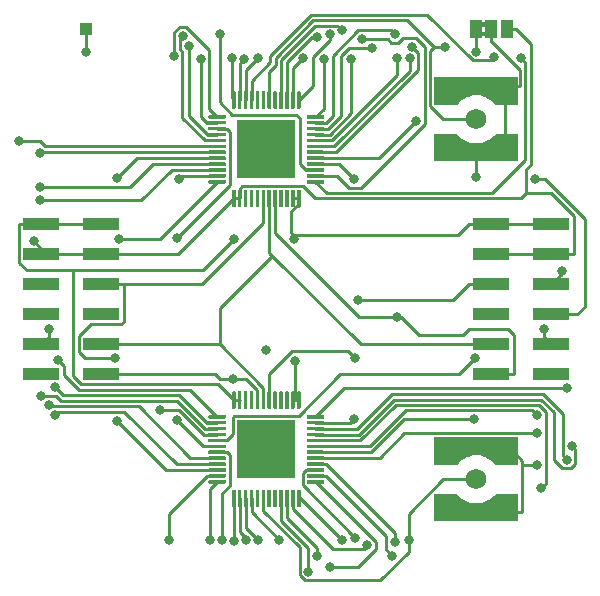
<source format=gbr>
G04 #@! TF.GenerationSoftware,KiCad,Pcbnew,(5.1.5)-3*
G04 #@! TF.CreationDate,2020-02-10T18:10:01+01:00*
G04 #@! TF.ProjectId,Mars-64,4d617273-2d36-4342-9e6b-696361645f70,A*
G04 #@! TF.SameCoordinates,Original*
G04 #@! TF.FileFunction,Copper,L4,Bot*
G04 #@! TF.FilePolarity,Positive*
%FSLAX46Y46*%
G04 Gerber Fmt 4.6, Leading zero omitted, Abs format (unit mm)*
G04 Created by KiCad (PCBNEW (5.1.5)-3) date 2020-02-10 18:10:01*
%MOMM*%
%LPD*%
G04 APERTURE LIST*
%ADD10C,0.100000*%
%ADD11R,5.000000X5.000000*%
%ADD12C,1.730000*%
%ADD13R,1.000000X1.000000*%
%ADD14R,1.000000X1.500000*%
%ADD15R,3.150000X1.000000*%
%ADD16C,0.800000*%
%ADD17C,0.250000*%
G04 APERTURE END LIST*
D10*
G36*
X76570000Y-32820000D02*
G01*
X77070000Y-32820000D01*
X77070000Y-32420000D01*
X76570000Y-32420000D01*
X76570000Y-32820000D01*
G37*
G36*
X76570000Y-33620000D02*
G01*
X77070000Y-33620000D01*
X77070000Y-33220000D01*
X76570000Y-33220000D01*
X76570000Y-33620000D01*
G37*
G04 #@! TA.AperFunction,SMDPad,CuDef*
G36*
X63252351Y-40280361D02*
G01*
X63259632Y-40281441D01*
X63266771Y-40283229D01*
X63273701Y-40285709D01*
X63280355Y-40288856D01*
X63286668Y-40292640D01*
X63292579Y-40297024D01*
X63298033Y-40301967D01*
X63302976Y-40307421D01*
X63307360Y-40313332D01*
X63311144Y-40319645D01*
X63314291Y-40326299D01*
X63316771Y-40333229D01*
X63318559Y-40340368D01*
X63319639Y-40347649D01*
X63320000Y-40355000D01*
X63320000Y-40505000D01*
X63319639Y-40512351D01*
X63318559Y-40519632D01*
X63316771Y-40526771D01*
X63314291Y-40533701D01*
X63311144Y-40540355D01*
X63307360Y-40546668D01*
X63302976Y-40552579D01*
X63298033Y-40558033D01*
X63292579Y-40562976D01*
X63286668Y-40567360D01*
X63280355Y-40571144D01*
X63273701Y-40574291D01*
X63266771Y-40576771D01*
X63259632Y-40578559D01*
X63252351Y-40579639D01*
X63245000Y-40580000D01*
X61920000Y-40580000D01*
X61912649Y-40579639D01*
X61905368Y-40578559D01*
X61898229Y-40576771D01*
X61891299Y-40574291D01*
X61884645Y-40571144D01*
X61878332Y-40567360D01*
X61872421Y-40562976D01*
X61866967Y-40558033D01*
X61862024Y-40552579D01*
X61857640Y-40546668D01*
X61853856Y-40540355D01*
X61850709Y-40533701D01*
X61848229Y-40526771D01*
X61846441Y-40519632D01*
X61845361Y-40512351D01*
X61845000Y-40505000D01*
X61845000Y-40355000D01*
X61845361Y-40347649D01*
X61846441Y-40340368D01*
X61848229Y-40333229D01*
X61850709Y-40326299D01*
X61853856Y-40319645D01*
X61857640Y-40313332D01*
X61862024Y-40307421D01*
X61866967Y-40301967D01*
X61872421Y-40297024D01*
X61878332Y-40292640D01*
X61884645Y-40288856D01*
X61891299Y-40285709D01*
X61898229Y-40283229D01*
X61905368Y-40281441D01*
X61912649Y-40280361D01*
X61920000Y-40280000D01*
X63245000Y-40280000D01*
X63252351Y-40280361D01*
G37*
G04 #@! TD.AperFunction*
G04 #@! TA.AperFunction,SMDPad,CuDef*
G36*
X63252351Y-40780361D02*
G01*
X63259632Y-40781441D01*
X63266771Y-40783229D01*
X63273701Y-40785709D01*
X63280355Y-40788856D01*
X63286668Y-40792640D01*
X63292579Y-40797024D01*
X63298033Y-40801967D01*
X63302976Y-40807421D01*
X63307360Y-40813332D01*
X63311144Y-40819645D01*
X63314291Y-40826299D01*
X63316771Y-40833229D01*
X63318559Y-40840368D01*
X63319639Y-40847649D01*
X63320000Y-40855000D01*
X63320000Y-41005000D01*
X63319639Y-41012351D01*
X63318559Y-41019632D01*
X63316771Y-41026771D01*
X63314291Y-41033701D01*
X63311144Y-41040355D01*
X63307360Y-41046668D01*
X63302976Y-41052579D01*
X63298033Y-41058033D01*
X63292579Y-41062976D01*
X63286668Y-41067360D01*
X63280355Y-41071144D01*
X63273701Y-41074291D01*
X63266771Y-41076771D01*
X63259632Y-41078559D01*
X63252351Y-41079639D01*
X63245000Y-41080000D01*
X61920000Y-41080000D01*
X61912649Y-41079639D01*
X61905368Y-41078559D01*
X61898229Y-41076771D01*
X61891299Y-41074291D01*
X61884645Y-41071144D01*
X61878332Y-41067360D01*
X61872421Y-41062976D01*
X61866967Y-41058033D01*
X61862024Y-41052579D01*
X61857640Y-41046668D01*
X61853856Y-41040355D01*
X61850709Y-41033701D01*
X61848229Y-41026771D01*
X61846441Y-41019632D01*
X61845361Y-41012351D01*
X61845000Y-41005000D01*
X61845000Y-40855000D01*
X61845361Y-40847649D01*
X61846441Y-40840368D01*
X61848229Y-40833229D01*
X61850709Y-40826299D01*
X61853856Y-40819645D01*
X61857640Y-40813332D01*
X61862024Y-40807421D01*
X61866967Y-40801967D01*
X61872421Y-40797024D01*
X61878332Y-40792640D01*
X61884645Y-40788856D01*
X61891299Y-40785709D01*
X61898229Y-40783229D01*
X61905368Y-40781441D01*
X61912649Y-40780361D01*
X61920000Y-40780000D01*
X63245000Y-40780000D01*
X63252351Y-40780361D01*
G37*
G04 #@! TD.AperFunction*
G04 #@! TA.AperFunction,SMDPad,CuDef*
G36*
X63252351Y-41280361D02*
G01*
X63259632Y-41281441D01*
X63266771Y-41283229D01*
X63273701Y-41285709D01*
X63280355Y-41288856D01*
X63286668Y-41292640D01*
X63292579Y-41297024D01*
X63298033Y-41301967D01*
X63302976Y-41307421D01*
X63307360Y-41313332D01*
X63311144Y-41319645D01*
X63314291Y-41326299D01*
X63316771Y-41333229D01*
X63318559Y-41340368D01*
X63319639Y-41347649D01*
X63320000Y-41355000D01*
X63320000Y-41505000D01*
X63319639Y-41512351D01*
X63318559Y-41519632D01*
X63316771Y-41526771D01*
X63314291Y-41533701D01*
X63311144Y-41540355D01*
X63307360Y-41546668D01*
X63302976Y-41552579D01*
X63298033Y-41558033D01*
X63292579Y-41562976D01*
X63286668Y-41567360D01*
X63280355Y-41571144D01*
X63273701Y-41574291D01*
X63266771Y-41576771D01*
X63259632Y-41578559D01*
X63252351Y-41579639D01*
X63245000Y-41580000D01*
X61920000Y-41580000D01*
X61912649Y-41579639D01*
X61905368Y-41578559D01*
X61898229Y-41576771D01*
X61891299Y-41574291D01*
X61884645Y-41571144D01*
X61878332Y-41567360D01*
X61872421Y-41562976D01*
X61866967Y-41558033D01*
X61862024Y-41552579D01*
X61857640Y-41546668D01*
X61853856Y-41540355D01*
X61850709Y-41533701D01*
X61848229Y-41526771D01*
X61846441Y-41519632D01*
X61845361Y-41512351D01*
X61845000Y-41505000D01*
X61845000Y-41355000D01*
X61845361Y-41347649D01*
X61846441Y-41340368D01*
X61848229Y-41333229D01*
X61850709Y-41326299D01*
X61853856Y-41319645D01*
X61857640Y-41313332D01*
X61862024Y-41307421D01*
X61866967Y-41301967D01*
X61872421Y-41297024D01*
X61878332Y-41292640D01*
X61884645Y-41288856D01*
X61891299Y-41285709D01*
X61898229Y-41283229D01*
X61905368Y-41281441D01*
X61912649Y-41280361D01*
X61920000Y-41280000D01*
X63245000Y-41280000D01*
X63252351Y-41280361D01*
G37*
G04 #@! TD.AperFunction*
G04 #@! TA.AperFunction,SMDPad,CuDef*
G36*
X63252351Y-41780361D02*
G01*
X63259632Y-41781441D01*
X63266771Y-41783229D01*
X63273701Y-41785709D01*
X63280355Y-41788856D01*
X63286668Y-41792640D01*
X63292579Y-41797024D01*
X63298033Y-41801967D01*
X63302976Y-41807421D01*
X63307360Y-41813332D01*
X63311144Y-41819645D01*
X63314291Y-41826299D01*
X63316771Y-41833229D01*
X63318559Y-41840368D01*
X63319639Y-41847649D01*
X63320000Y-41855000D01*
X63320000Y-42005000D01*
X63319639Y-42012351D01*
X63318559Y-42019632D01*
X63316771Y-42026771D01*
X63314291Y-42033701D01*
X63311144Y-42040355D01*
X63307360Y-42046668D01*
X63302976Y-42052579D01*
X63298033Y-42058033D01*
X63292579Y-42062976D01*
X63286668Y-42067360D01*
X63280355Y-42071144D01*
X63273701Y-42074291D01*
X63266771Y-42076771D01*
X63259632Y-42078559D01*
X63252351Y-42079639D01*
X63245000Y-42080000D01*
X61920000Y-42080000D01*
X61912649Y-42079639D01*
X61905368Y-42078559D01*
X61898229Y-42076771D01*
X61891299Y-42074291D01*
X61884645Y-42071144D01*
X61878332Y-42067360D01*
X61872421Y-42062976D01*
X61866967Y-42058033D01*
X61862024Y-42052579D01*
X61857640Y-42046668D01*
X61853856Y-42040355D01*
X61850709Y-42033701D01*
X61848229Y-42026771D01*
X61846441Y-42019632D01*
X61845361Y-42012351D01*
X61845000Y-42005000D01*
X61845000Y-41855000D01*
X61845361Y-41847649D01*
X61846441Y-41840368D01*
X61848229Y-41833229D01*
X61850709Y-41826299D01*
X61853856Y-41819645D01*
X61857640Y-41813332D01*
X61862024Y-41807421D01*
X61866967Y-41801967D01*
X61872421Y-41797024D01*
X61878332Y-41792640D01*
X61884645Y-41788856D01*
X61891299Y-41785709D01*
X61898229Y-41783229D01*
X61905368Y-41781441D01*
X61912649Y-41780361D01*
X61920000Y-41780000D01*
X63245000Y-41780000D01*
X63252351Y-41780361D01*
G37*
G04 #@! TD.AperFunction*
G04 #@! TA.AperFunction,SMDPad,CuDef*
G36*
X63252351Y-42280361D02*
G01*
X63259632Y-42281441D01*
X63266771Y-42283229D01*
X63273701Y-42285709D01*
X63280355Y-42288856D01*
X63286668Y-42292640D01*
X63292579Y-42297024D01*
X63298033Y-42301967D01*
X63302976Y-42307421D01*
X63307360Y-42313332D01*
X63311144Y-42319645D01*
X63314291Y-42326299D01*
X63316771Y-42333229D01*
X63318559Y-42340368D01*
X63319639Y-42347649D01*
X63320000Y-42355000D01*
X63320000Y-42505000D01*
X63319639Y-42512351D01*
X63318559Y-42519632D01*
X63316771Y-42526771D01*
X63314291Y-42533701D01*
X63311144Y-42540355D01*
X63307360Y-42546668D01*
X63302976Y-42552579D01*
X63298033Y-42558033D01*
X63292579Y-42562976D01*
X63286668Y-42567360D01*
X63280355Y-42571144D01*
X63273701Y-42574291D01*
X63266771Y-42576771D01*
X63259632Y-42578559D01*
X63252351Y-42579639D01*
X63245000Y-42580000D01*
X61920000Y-42580000D01*
X61912649Y-42579639D01*
X61905368Y-42578559D01*
X61898229Y-42576771D01*
X61891299Y-42574291D01*
X61884645Y-42571144D01*
X61878332Y-42567360D01*
X61872421Y-42562976D01*
X61866967Y-42558033D01*
X61862024Y-42552579D01*
X61857640Y-42546668D01*
X61853856Y-42540355D01*
X61850709Y-42533701D01*
X61848229Y-42526771D01*
X61846441Y-42519632D01*
X61845361Y-42512351D01*
X61845000Y-42505000D01*
X61845000Y-42355000D01*
X61845361Y-42347649D01*
X61846441Y-42340368D01*
X61848229Y-42333229D01*
X61850709Y-42326299D01*
X61853856Y-42319645D01*
X61857640Y-42313332D01*
X61862024Y-42307421D01*
X61866967Y-42301967D01*
X61872421Y-42297024D01*
X61878332Y-42292640D01*
X61884645Y-42288856D01*
X61891299Y-42285709D01*
X61898229Y-42283229D01*
X61905368Y-42281441D01*
X61912649Y-42280361D01*
X61920000Y-42280000D01*
X63245000Y-42280000D01*
X63252351Y-42280361D01*
G37*
G04 #@! TD.AperFunction*
G04 #@! TA.AperFunction,SMDPad,CuDef*
G36*
X63252351Y-42780361D02*
G01*
X63259632Y-42781441D01*
X63266771Y-42783229D01*
X63273701Y-42785709D01*
X63280355Y-42788856D01*
X63286668Y-42792640D01*
X63292579Y-42797024D01*
X63298033Y-42801967D01*
X63302976Y-42807421D01*
X63307360Y-42813332D01*
X63311144Y-42819645D01*
X63314291Y-42826299D01*
X63316771Y-42833229D01*
X63318559Y-42840368D01*
X63319639Y-42847649D01*
X63320000Y-42855000D01*
X63320000Y-43005000D01*
X63319639Y-43012351D01*
X63318559Y-43019632D01*
X63316771Y-43026771D01*
X63314291Y-43033701D01*
X63311144Y-43040355D01*
X63307360Y-43046668D01*
X63302976Y-43052579D01*
X63298033Y-43058033D01*
X63292579Y-43062976D01*
X63286668Y-43067360D01*
X63280355Y-43071144D01*
X63273701Y-43074291D01*
X63266771Y-43076771D01*
X63259632Y-43078559D01*
X63252351Y-43079639D01*
X63245000Y-43080000D01*
X61920000Y-43080000D01*
X61912649Y-43079639D01*
X61905368Y-43078559D01*
X61898229Y-43076771D01*
X61891299Y-43074291D01*
X61884645Y-43071144D01*
X61878332Y-43067360D01*
X61872421Y-43062976D01*
X61866967Y-43058033D01*
X61862024Y-43052579D01*
X61857640Y-43046668D01*
X61853856Y-43040355D01*
X61850709Y-43033701D01*
X61848229Y-43026771D01*
X61846441Y-43019632D01*
X61845361Y-43012351D01*
X61845000Y-43005000D01*
X61845000Y-42855000D01*
X61845361Y-42847649D01*
X61846441Y-42840368D01*
X61848229Y-42833229D01*
X61850709Y-42826299D01*
X61853856Y-42819645D01*
X61857640Y-42813332D01*
X61862024Y-42807421D01*
X61866967Y-42801967D01*
X61872421Y-42797024D01*
X61878332Y-42792640D01*
X61884645Y-42788856D01*
X61891299Y-42785709D01*
X61898229Y-42783229D01*
X61905368Y-42781441D01*
X61912649Y-42780361D01*
X61920000Y-42780000D01*
X63245000Y-42780000D01*
X63252351Y-42780361D01*
G37*
G04 #@! TD.AperFunction*
G04 #@! TA.AperFunction,SMDPad,CuDef*
G36*
X63252351Y-43280361D02*
G01*
X63259632Y-43281441D01*
X63266771Y-43283229D01*
X63273701Y-43285709D01*
X63280355Y-43288856D01*
X63286668Y-43292640D01*
X63292579Y-43297024D01*
X63298033Y-43301967D01*
X63302976Y-43307421D01*
X63307360Y-43313332D01*
X63311144Y-43319645D01*
X63314291Y-43326299D01*
X63316771Y-43333229D01*
X63318559Y-43340368D01*
X63319639Y-43347649D01*
X63320000Y-43355000D01*
X63320000Y-43505000D01*
X63319639Y-43512351D01*
X63318559Y-43519632D01*
X63316771Y-43526771D01*
X63314291Y-43533701D01*
X63311144Y-43540355D01*
X63307360Y-43546668D01*
X63302976Y-43552579D01*
X63298033Y-43558033D01*
X63292579Y-43562976D01*
X63286668Y-43567360D01*
X63280355Y-43571144D01*
X63273701Y-43574291D01*
X63266771Y-43576771D01*
X63259632Y-43578559D01*
X63252351Y-43579639D01*
X63245000Y-43580000D01*
X61920000Y-43580000D01*
X61912649Y-43579639D01*
X61905368Y-43578559D01*
X61898229Y-43576771D01*
X61891299Y-43574291D01*
X61884645Y-43571144D01*
X61878332Y-43567360D01*
X61872421Y-43562976D01*
X61866967Y-43558033D01*
X61862024Y-43552579D01*
X61857640Y-43546668D01*
X61853856Y-43540355D01*
X61850709Y-43533701D01*
X61848229Y-43526771D01*
X61846441Y-43519632D01*
X61845361Y-43512351D01*
X61845000Y-43505000D01*
X61845000Y-43355000D01*
X61845361Y-43347649D01*
X61846441Y-43340368D01*
X61848229Y-43333229D01*
X61850709Y-43326299D01*
X61853856Y-43319645D01*
X61857640Y-43313332D01*
X61862024Y-43307421D01*
X61866967Y-43301967D01*
X61872421Y-43297024D01*
X61878332Y-43292640D01*
X61884645Y-43288856D01*
X61891299Y-43285709D01*
X61898229Y-43283229D01*
X61905368Y-43281441D01*
X61912649Y-43280361D01*
X61920000Y-43280000D01*
X63245000Y-43280000D01*
X63252351Y-43280361D01*
G37*
G04 #@! TD.AperFunction*
G04 #@! TA.AperFunction,SMDPad,CuDef*
G36*
X63252351Y-43780361D02*
G01*
X63259632Y-43781441D01*
X63266771Y-43783229D01*
X63273701Y-43785709D01*
X63280355Y-43788856D01*
X63286668Y-43792640D01*
X63292579Y-43797024D01*
X63298033Y-43801967D01*
X63302976Y-43807421D01*
X63307360Y-43813332D01*
X63311144Y-43819645D01*
X63314291Y-43826299D01*
X63316771Y-43833229D01*
X63318559Y-43840368D01*
X63319639Y-43847649D01*
X63320000Y-43855000D01*
X63320000Y-44005000D01*
X63319639Y-44012351D01*
X63318559Y-44019632D01*
X63316771Y-44026771D01*
X63314291Y-44033701D01*
X63311144Y-44040355D01*
X63307360Y-44046668D01*
X63302976Y-44052579D01*
X63298033Y-44058033D01*
X63292579Y-44062976D01*
X63286668Y-44067360D01*
X63280355Y-44071144D01*
X63273701Y-44074291D01*
X63266771Y-44076771D01*
X63259632Y-44078559D01*
X63252351Y-44079639D01*
X63245000Y-44080000D01*
X61920000Y-44080000D01*
X61912649Y-44079639D01*
X61905368Y-44078559D01*
X61898229Y-44076771D01*
X61891299Y-44074291D01*
X61884645Y-44071144D01*
X61878332Y-44067360D01*
X61872421Y-44062976D01*
X61866967Y-44058033D01*
X61862024Y-44052579D01*
X61857640Y-44046668D01*
X61853856Y-44040355D01*
X61850709Y-44033701D01*
X61848229Y-44026771D01*
X61846441Y-44019632D01*
X61845361Y-44012351D01*
X61845000Y-44005000D01*
X61845000Y-43855000D01*
X61845361Y-43847649D01*
X61846441Y-43840368D01*
X61848229Y-43833229D01*
X61850709Y-43826299D01*
X61853856Y-43819645D01*
X61857640Y-43813332D01*
X61862024Y-43807421D01*
X61866967Y-43801967D01*
X61872421Y-43797024D01*
X61878332Y-43792640D01*
X61884645Y-43788856D01*
X61891299Y-43785709D01*
X61898229Y-43783229D01*
X61905368Y-43781441D01*
X61912649Y-43780361D01*
X61920000Y-43780000D01*
X63245000Y-43780000D01*
X63252351Y-43780361D01*
G37*
G04 #@! TD.AperFunction*
G04 #@! TA.AperFunction,SMDPad,CuDef*
G36*
X63252351Y-44280361D02*
G01*
X63259632Y-44281441D01*
X63266771Y-44283229D01*
X63273701Y-44285709D01*
X63280355Y-44288856D01*
X63286668Y-44292640D01*
X63292579Y-44297024D01*
X63298033Y-44301967D01*
X63302976Y-44307421D01*
X63307360Y-44313332D01*
X63311144Y-44319645D01*
X63314291Y-44326299D01*
X63316771Y-44333229D01*
X63318559Y-44340368D01*
X63319639Y-44347649D01*
X63320000Y-44355000D01*
X63320000Y-44505000D01*
X63319639Y-44512351D01*
X63318559Y-44519632D01*
X63316771Y-44526771D01*
X63314291Y-44533701D01*
X63311144Y-44540355D01*
X63307360Y-44546668D01*
X63302976Y-44552579D01*
X63298033Y-44558033D01*
X63292579Y-44562976D01*
X63286668Y-44567360D01*
X63280355Y-44571144D01*
X63273701Y-44574291D01*
X63266771Y-44576771D01*
X63259632Y-44578559D01*
X63252351Y-44579639D01*
X63245000Y-44580000D01*
X61920000Y-44580000D01*
X61912649Y-44579639D01*
X61905368Y-44578559D01*
X61898229Y-44576771D01*
X61891299Y-44574291D01*
X61884645Y-44571144D01*
X61878332Y-44567360D01*
X61872421Y-44562976D01*
X61866967Y-44558033D01*
X61862024Y-44552579D01*
X61857640Y-44546668D01*
X61853856Y-44540355D01*
X61850709Y-44533701D01*
X61848229Y-44526771D01*
X61846441Y-44519632D01*
X61845361Y-44512351D01*
X61845000Y-44505000D01*
X61845000Y-44355000D01*
X61845361Y-44347649D01*
X61846441Y-44340368D01*
X61848229Y-44333229D01*
X61850709Y-44326299D01*
X61853856Y-44319645D01*
X61857640Y-44313332D01*
X61862024Y-44307421D01*
X61866967Y-44301967D01*
X61872421Y-44297024D01*
X61878332Y-44292640D01*
X61884645Y-44288856D01*
X61891299Y-44285709D01*
X61898229Y-44283229D01*
X61905368Y-44281441D01*
X61912649Y-44280361D01*
X61920000Y-44280000D01*
X63245000Y-44280000D01*
X63252351Y-44280361D01*
G37*
G04 #@! TD.AperFunction*
G04 #@! TA.AperFunction,SMDPad,CuDef*
G36*
X63252351Y-44780361D02*
G01*
X63259632Y-44781441D01*
X63266771Y-44783229D01*
X63273701Y-44785709D01*
X63280355Y-44788856D01*
X63286668Y-44792640D01*
X63292579Y-44797024D01*
X63298033Y-44801967D01*
X63302976Y-44807421D01*
X63307360Y-44813332D01*
X63311144Y-44819645D01*
X63314291Y-44826299D01*
X63316771Y-44833229D01*
X63318559Y-44840368D01*
X63319639Y-44847649D01*
X63320000Y-44855000D01*
X63320000Y-45005000D01*
X63319639Y-45012351D01*
X63318559Y-45019632D01*
X63316771Y-45026771D01*
X63314291Y-45033701D01*
X63311144Y-45040355D01*
X63307360Y-45046668D01*
X63302976Y-45052579D01*
X63298033Y-45058033D01*
X63292579Y-45062976D01*
X63286668Y-45067360D01*
X63280355Y-45071144D01*
X63273701Y-45074291D01*
X63266771Y-45076771D01*
X63259632Y-45078559D01*
X63252351Y-45079639D01*
X63245000Y-45080000D01*
X61920000Y-45080000D01*
X61912649Y-45079639D01*
X61905368Y-45078559D01*
X61898229Y-45076771D01*
X61891299Y-45074291D01*
X61884645Y-45071144D01*
X61878332Y-45067360D01*
X61872421Y-45062976D01*
X61866967Y-45058033D01*
X61862024Y-45052579D01*
X61857640Y-45046668D01*
X61853856Y-45040355D01*
X61850709Y-45033701D01*
X61848229Y-45026771D01*
X61846441Y-45019632D01*
X61845361Y-45012351D01*
X61845000Y-45005000D01*
X61845000Y-44855000D01*
X61845361Y-44847649D01*
X61846441Y-44840368D01*
X61848229Y-44833229D01*
X61850709Y-44826299D01*
X61853856Y-44819645D01*
X61857640Y-44813332D01*
X61862024Y-44807421D01*
X61866967Y-44801967D01*
X61872421Y-44797024D01*
X61878332Y-44792640D01*
X61884645Y-44788856D01*
X61891299Y-44785709D01*
X61898229Y-44783229D01*
X61905368Y-44781441D01*
X61912649Y-44780361D01*
X61920000Y-44780000D01*
X63245000Y-44780000D01*
X63252351Y-44780361D01*
G37*
G04 #@! TD.AperFunction*
G04 #@! TA.AperFunction,SMDPad,CuDef*
G36*
X63252351Y-45280361D02*
G01*
X63259632Y-45281441D01*
X63266771Y-45283229D01*
X63273701Y-45285709D01*
X63280355Y-45288856D01*
X63286668Y-45292640D01*
X63292579Y-45297024D01*
X63298033Y-45301967D01*
X63302976Y-45307421D01*
X63307360Y-45313332D01*
X63311144Y-45319645D01*
X63314291Y-45326299D01*
X63316771Y-45333229D01*
X63318559Y-45340368D01*
X63319639Y-45347649D01*
X63320000Y-45355000D01*
X63320000Y-45505000D01*
X63319639Y-45512351D01*
X63318559Y-45519632D01*
X63316771Y-45526771D01*
X63314291Y-45533701D01*
X63311144Y-45540355D01*
X63307360Y-45546668D01*
X63302976Y-45552579D01*
X63298033Y-45558033D01*
X63292579Y-45562976D01*
X63286668Y-45567360D01*
X63280355Y-45571144D01*
X63273701Y-45574291D01*
X63266771Y-45576771D01*
X63259632Y-45578559D01*
X63252351Y-45579639D01*
X63245000Y-45580000D01*
X61920000Y-45580000D01*
X61912649Y-45579639D01*
X61905368Y-45578559D01*
X61898229Y-45576771D01*
X61891299Y-45574291D01*
X61884645Y-45571144D01*
X61878332Y-45567360D01*
X61872421Y-45562976D01*
X61866967Y-45558033D01*
X61862024Y-45552579D01*
X61857640Y-45546668D01*
X61853856Y-45540355D01*
X61850709Y-45533701D01*
X61848229Y-45526771D01*
X61846441Y-45519632D01*
X61845361Y-45512351D01*
X61845000Y-45505000D01*
X61845000Y-45355000D01*
X61845361Y-45347649D01*
X61846441Y-45340368D01*
X61848229Y-45333229D01*
X61850709Y-45326299D01*
X61853856Y-45319645D01*
X61857640Y-45313332D01*
X61862024Y-45307421D01*
X61866967Y-45301967D01*
X61872421Y-45297024D01*
X61878332Y-45292640D01*
X61884645Y-45288856D01*
X61891299Y-45285709D01*
X61898229Y-45283229D01*
X61905368Y-45281441D01*
X61912649Y-45280361D01*
X61920000Y-45280000D01*
X63245000Y-45280000D01*
X63252351Y-45280361D01*
G37*
G04 #@! TD.AperFunction*
G04 #@! TA.AperFunction,SMDPad,CuDef*
G36*
X63252351Y-45780361D02*
G01*
X63259632Y-45781441D01*
X63266771Y-45783229D01*
X63273701Y-45785709D01*
X63280355Y-45788856D01*
X63286668Y-45792640D01*
X63292579Y-45797024D01*
X63298033Y-45801967D01*
X63302976Y-45807421D01*
X63307360Y-45813332D01*
X63311144Y-45819645D01*
X63314291Y-45826299D01*
X63316771Y-45833229D01*
X63318559Y-45840368D01*
X63319639Y-45847649D01*
X63320000Y-45855000D01*
X63320000Y-46005000D01*
X63319639Y-46012351D01*
X63318559Y-46019632D01*
X63316771Y-46026771D01*
X63314291Y-46033701D01*
X63311144Y-46040355D01*
X63307360Y-46046668D01*
X63302976Y-46052579D01*
X63298033Y-46058033D01*
X63292579Y-46062976D01*
X63286668Y-46067360D01*
X63280355Y-46071144D01*
X63273701Y-46074291D01*
X63266771Y-46076771D01*
X63259632Y-46078559D01*
X63252351Y-46079639D01*
X63245000Y-46080000D01*
X61920000Y-46080000D01*
X61912649Y-46079639D01*
X61905368Y-46078559D01*
X61898229Y-46076771D01*
X61891299Y-46074291D01*
X61884645Y-46071144D01*
X61878332Y-46067360D01*
X61872421Y-46062976D01*
X61866967Y-46058033D01*
X61862024Y-46052579D01*
X61857640Y-46046668D01*
X61853856Y-46040355D01*
X61850709Y-46033701D01*
X61848229Y-46026771D01*
X61846441Y-46019632D01*
X61845361Y-46012351D01*
X61845000Y-46005000D01*
X61845000Y-45855000D01*
X61845361Y-45847649D01*
X61846441Y-45840368D01*
X61848229Y-45833229D01*
X61850709Y-45826299D01*
X61853856Y-45819645D01*
X61857640Y-45813332D01*
X61862024Y-45807421D01*
X61866967Y-45801967D01*
X61872421Y-45797024D01*
X61878332Y-45792640D01*
X61884645Y-45788856D01*
X61891299Y-45785709D01*
X61898229Y-45783229D01*
X61905368Y-45781441D01*
X61912649Y-45780361D01*
X61920000Y-45780000D01*
X63245000Y-45780000D01*
X63252351Y-45780361D01*
G37*
G04 #@! TD.AperFunction*
G04 #@! TA.AperFunction,SMDPad,CuDef*
G36*
X61252351Y-46605361D02*
G01*
X61259632Y-46606441D01*
X61266771Y-46608229D01*
X61273701Y-46610709D01*
X61280355Y-46613856D01*
X61286668Y-46617640D01*
X61292579Y-46622024D01*
X61298033Y-46626967D01*
X61302976Y-46632421D01*
X61307360Y-46638332D01*
X61311144Y-46644645D01*
X61314291Y-46651299D01*
X61316771Y-46658229D01*
X61318559Y-46665368D01*
X61319639Y-46672649D01*
X61320000Y-46680000D01*
X61320000Y-48005000D01*
X61319639Y-48012351D01*
X61318559Y-48019632D01*
X61316771Y-48026771D01*
X61314291Y-48033701D01*
X61311144Y-48040355D01*
X61307360Y-48046668D01*
X61302976Y-48052579D01*
X61298033Y-48058033D01*
X61292579Y-48062976D01*
X61286668Y-48067360D01*
X61280355Y-48071144D01*
X61273701Y-48074291D01*
X61266771Y-48076771D01*
X61259632Y-48078559D01*
X61252351Y-48079639D01*
X61245000Y-48080000D01*
X61095000Y-48080000D01*
X61087649Y-48079639D01*
X61080368Y-48078559D01*
X61073229Y-48076771D01*
X61066299Y-48074291D01*
X61059645Y-48071144D01*
X61053332Y-48067360D01*
X61047421Y-48062976D01*
X61041967Y-48058033D01*
X61037024Y-48052579D01*
X61032640Y-48046668D01*
X61028856Y-48040355D01*
X61025709Y-48033701D01*
X61023229Y-48026771D01*
X61021441Y-48019632D01*
X61020361Y-48012351D01*
X61020000Y-48005000D01*
X61020000Y-46680000D01*
X61020361Y-46672649D01*
X61021441Y-46665368D01*
X61023229Y-46658229D01*
X61025709Y-46651299D01*
X61028856Y-46644645D01*
X61032640Y-46638332D01*
X61037024Y-46632421D01*
X61041967Y-46626967D01*
X61047421Y-46622024D01*
X61053332Y-46617640D01*
X61059645Y-46613856D01*
X61066299Y-46610709D01*
X61073229Y-46608229D01*
X61080368Y-46606441D01*
X61087649Y-46605361D01*
X61095000Y-46605000D01*
X61245000Y-46605000D01*
X61252351Y-46605361D01*
G37*
G04 #@! TD.AperFunction*
G04 #@! TA.AperFunction,SMDPad,CuDef*
G36*
X60752351Y-46605361D02*
G01*
X60759632Y-46606441D01*
X60766771Y-46608229D01*
X60773701Y-46610709D01*
X60780355Y-46613856D01*
X60786668Y-46617640D01*
X60792579Y-46622024D01*
X60798033Y-46626967D01*
X60802976Y-46632421D01*
X60807360Y-46638332D01*
X60811144Y-46644645D01*
X60814291Y-46651299D01*
X60816771Y-46658229D01*
X60818559Y-46665368D01*
X60819639Y-46672649D01*
X60820000Y-46680000D01*
X60820000Y-48005000D01*
X60819639Y-48012351D01*
X60818559Y-48019632D01*
X60816771Y-48026771D01*
X60814291Y-48033701D01*
X60811144Y-48040355D01*
X60807360Y-48046668D01*
X60802976Y-48052579D01*
X60798033Y-48058033D01*
X60792579Y-48062976D01*
X60786668Y-48067360D01*
X60780355Y-48071144D01*
X60773701Y-48074291D01*
X60766771Y-48076771D01*
X60759632Y-48078559D01*
X60752351Y-48079639D01*
X60745000Y-48080000D01*
X60595000Y-48080000D01*
X60587649Y-48079639D01*
X60580368Y-48078559D01*
X60573229Y-48076771D01*
X60566299Y-48074291D01*
X60559645Y-48071144D01*
X60553332Y-48067360D01*
X60547421Y-48062976D01*
X60541967Y-48058033D01*
X60537024Y-48052579D01*
X60532640Y-48046668D01*
X60528856Y-48040355D01*
X60525709Y-48033701D01*
X60523229Y-48026771D01*
X60521441Y-48019632D01*
X60520361Y-48012351D01*
X60520000Y-48005000D01*
X60520000Y-46680000D01*
X60520361Y-46672649D01*
X60521441Y-46665368D01*
X60523229Y-46658229D01*
X60525709Y-46651299D01*
X60528856Y-46644645D01*
X60532640Y-46638332D01*
X60537024Y-46632421D01*
X60541967Y-46626967D01*
X60547421Y-46622024D01*
X60553332Y-46617640D01*
X60559645Y-46613856D01*
X60566299Y-46610709D01*
X60573229Y-46608229D01*
X60580368Y-46606441D01*
X60587649Y-46605361D01*
X60595000Y-46605000D01*
X60745000Y-46605000D01*
X60752351Y-46605361D01*
G37*
G04 #@! TD.AperFunction*
G04 #@! TA.AperFunction,SMDPad,CuDef*
G36*
X60252351Y-46605361D02*
G01*
X60259632Y-46606441D01*
X60266771Y-46608229D01*
X60273701Y-46610709D01*
X60280355Y-46613856D01*
X60286668Y-46617640D01*
X60292579Y-46622024D01*
X60298033Y-46626967D01*
X60302976Y-46632421D01*
X60307360Y-46638332D01*
X60311144Y-46644645D01*
X60314291Y-46651299D01*
X60316771Y-46658229D01*
X60318559Y-46665368D01*
X60319639Y-46672649D01*
X60320000Y-46680000D01*
X60320000Y-48005000D01*
X60319639Y-48012351D01*
X60318559Y-48019632D01*
X60316771Y-48026771D01*
X60314291Y-48033701D01*
X60311144Y-48040355D01*
X60307360Y-48046668D01*
X60302976Y-48052579D01*
X60298033Y-48058033D01*
X60292579Y-48062976D01*
X60286668Y-48067360D01*
X60280355Y-48071144D01*
X60273701Y-48074291D01*
X60266771Y-48076771D01*
X60259632Y-48078559D01*
X60252351Y-48079639D01*
X60245000Y-48080000D01*
X60095000Y-48080000D01*
X60087649Y-48079639D01*
X60080368Y-48078559D01*
X60073229Y-48076771D01*
X60066299Y-48074291D01*
X60059645Y-48071144D01*
X60053332Y-48067360D01*
X60047421Y-48062976D01*
X60041967Y-48058033D01*
X60037024Y-48052579D01*
X60032640Y-48046668D01*
X60028856Y-48040355D01*
X60025709Y-48033701D01*
X60023229Y-48026771D01*
X60021441Y-48019632D01*
X60020361Y-48012351D01*
X60020000Y-48005000D01*
X60020000Y-46680000D01*
X60020361Y-46672649D01*
X60021441Y-46665368D01*
X60023229Y-46658229D01*
X60025709Y-46651299D01*
X60028856Y-46644645D01*
X60032640Y-46638332D01*
X60037024Y-46632421D01*
X60041967Y-46626967D01*
X60047421Y-46622024D01*
X60053332Y-46617640D01*
X60059645Y-46613856D01*
X60066299Y-46610709D01*
X60073229Y-46608229D01*
X60080368Y-46606441D01*
X60087649Y-46605361D01*
X60095000Y-46605000D01*
X60245000Y-46605000D01*
X60252351Y-46605361D01*
G37*
G04 #@! TD.AperFunction*
G04 #@! TA.AperFunction,SMDPad,CuDef*
G36*
X59752351Y-46605361D02*
G01*
X59759632Y-46606441D01*
X59766771Y-46608229D01*
X59773701Y-46610709D01*
X59780355Y-46613856D01*
X59786668Y-46617640D01*
X59792579Y-46622024D01*
X59798033Y-46626967D01*
X59802976Y-46632421D01*
X59807360Y-46638332D01*
X59811144Y-46644645D01*
X59814291Y-46651299D01*
X59816771Y-46658229D01*
X59818559Y-46665368D01*
X59819639Y-46672649D01*
X59820000Y-46680000D01*
X59820000Y-48005000D01*
X59819639Y-48012351D01*
X59818559Y-48019632D01*
X59816771Y-48026771D01*
X59814291Y-48033701D01*
X59811144Y-48040355D01*
X59807360Y-48046668D01*
X59802976Y-48052579D01*
X59798033Y-48058033D01*
X59792579Y-48062976D01*
X59786668Y-48067360D01*
X59780355Y-48071144D01*
X59773701Y-48074291D01*
X59766771Y-48076771D01*
X59759632Y-48078559D01*
X59752351Y-48079639D01*
X59745000Y-48080000D01*
X59595000Y-48080000D01*
X59587649Y-48079639D01*
X59580368Y-48078559D01*
X59573229Y-48076771D01*
X59566299Y-48074291D01*
X59559645Y-48071144D01*
X59553332Y-48067360D01*
X59547421Y-48062976D01*
X59541967Y-48058033D01*
X59537024Y-48052579D01*
X59532640Y-48046668D01*
X59528856Y-48040355D01*
X59525709Y-48033701D01*
X59523229Y-48026771D01*
X59521441Y-48019632D01*
X59520361Y-48012351D01*
X59520000Y-48005000D01*
X59520000Y-46680000D01*
X59520361Y-46672649D01*
X59521441Y-46665368D01*
X59523229Y-46658229D01*
X59525709Y-46651299D01*
X59528856Y-46644645D01*
X59532640Y-46638332D01*
X59537024Y-46632421D01*
X59541967Y-46626967D01*
X59547421Y-46622024D01*
X59553332Y-46617640D01*
X59559645Y-46613856D01*
X59566299Y-46610709D01*
X59573229Y-46608229D01*
X59580368Y-46606441D01*
X59587649Y-46605361D01*
X59595000Y-46605000D01*
X59745000Y-46605000D01*
X59752351Y-46605361D01*
G37*
G04 #@! TD.AperFunction*
G04 #@! TA.AperFunction,SMDPad,CuDef*
G36*
X59252351Y-46605361D02*
G01*
X59259632Y-46606441D01*
X59266771Y-46608229D01*
X59273701Y-46610709D01*
X59280355Y-46613856D01*
X59286668Y-46617640D01*
X59292579Y-46622024D01*
X59298033Y-46626967D01*
X59302976Y-46632421D01*
X59307360Y-46638332D01*
X59311144Y-46644645D01*
X59314291Y-46651299D01*
X59316771Y-46658229D01*
X59318559Y-46665368D01*
X59319639Y-46672649D01*
X59320000Y-46680000D01*
X59320000Y-48005000D01*
X59319639Y-48012351D01*
X59318559Y-48019632D01*
X59316771Y-48026771D01*
X59314291Y-48033701D01*
X59311144Y-48040355D01*
X59307360Y-48046668D01*
X59302976Y-48052579D01*
X59298033Y-48058033D01*
X59292579Y-48062976D01*
X59286668Y-48067360D01*
X59280355Y-48071144D01*
X59273701Y-48074291D01*
X59266771Y-48076771D01*
X59259632Y-48078559D01*
X59252351Y-48079639D01*
X59245000Y-48080000D01*
X59095000Y-48080000D01*
X59087649Y-48079639D01*
X59080368Y-48078559D01*
X59073229Y-48076771D01*
X59066299Y-48074291D01*
X59059645Y-48071144D01*
X59053332Y-48067360D01*
X59047421Y-48062976D01*
X59041967Y-48058033D01*
X59037024Y-48052579D01*
X59032640Y-48046668D01*
X59028856Y-48040355D01*
X59025709Y-48033701D01*
X59023229Y-48026771D01*
X59021441Y-48019632D01*
X59020361Y-48012351D01*
X59020000Y-48005000D01*
X59020000Y-46680000D01*
X59020361Y-46672649D01*
X59021441Y-46665368D01*
X59023229Y-46658229D01*
X59025709Y-46651299D01*
X59028856Y-46644645D01*
X59032640Y-46638332D01*
X59037024Y-46632421D01*
X59041967Y-46626967D01*
X59047421Y-46622024D01*
X59053332Y-46617640D01*
X59059645Y-46613856D01*
X59066299Y-46610709D01*
X59073229Y-46608229D01*
X59080368Y-46606441D01*
X59087649Y-46605361D01*
X59095000Y-46605000D01*
X59245000Y-46605000D01*
X59252351Y-46605361D01*
G37*
G04 #@! TD.AperFunction*
G04 #@! TA.AperFunction,SMDPad,CuDef*
G36*
X58752351Y-46605361D02*
G01*
X58759632Y-46606441D01*
X58766771Y-46608229D01*
X58773701Y-46610709D01*
X58780355Y-46613856D01*
X58786668Y-46617640D01*
X58792579Y-46622024D01*
X58798033Y-46626967D01*
X58802976Y-46632421D01*
X58807360Y-46638332D01*
X58811144Y-46644645D01*
X58814291Y-46651299D01*
X58816771Y-46658229D01*
X58818559Y-46665368D01*
X58819639Y-46672649D01*
X58820000Y-46680000D01*
X58820000Y-48005000D01*
X58819639Y-48012351D01*
X58818559Y-48019632D01*
X58816771Y-48026771D01*
X58814291Y-48033701D01*
X58811144Y-48040355D01*
X58807360Y-48046668D01*
X58802976Y-48052579D01*
X58798033Y-48058033D01*
X58792579Y-48062976D01*
X58786668Y-48067360D01*
X58780355Y-48071144D01*
X58773701Y-48074291D01*
X58766771Y-48076771D01*
X58759632Y-48078559D01*
X58752351Y-48079639D01*
X58745000Y-48080000D01*
X58595000Y-48080000D01*
X58587649Y-48079639D01*
X58580368Y-48078559D01*
X58573229Y-48076771D01*
X58566299Y-48074291D01*
X58559645Y-48071144D01*
X58553332Y-48067360D01*
X58547421Y-48062976D01*
X58541967Y-48058033D01*
X58537024Y-48052579D01*
X58532640Y-48046668D01*
X58528856Y-48040355D01*
X58525709Y-48033701D01*
X58523229Y-48026771D01*
X58521441Y-48019632D01*
X58520361Y-48012351D01*
X58520000Y-48005000D01*
X58520000Y-46680000D01*
X58520361Y-46672649D01*
X58521441Y-46665368D01*
X58523229Y-46658229D01*
X58525709Y-46651299D01*
X58528856Y-46644645D01*
X58532640Y-46638332D01*
X58537024Y-46632421D01*
X58541967Y-46626967D01*
X58547421Y-46622024D01*
X58553332Y-46617640D01*
X58559645Y-46613856D01*
X58566299Y-46610709D01*
X58573229Y-46608229D01*
X58580368Y-46606441D01*
X58587649Y-46605361D01*
X58595000Y-46605000D01*
X58745000Y-46605000D01*
X58752351Y-46605361D01*
G37*
G04 #@! TD.AperFunction*
G04 #@! TA.AperFunction,SMDPad,CuDef*
G36*
X58252351Y-46605361D02*
G01*
X58259632Y-46606441D01*
X58266771Y-46608229D01*
X58273701Y-46610709D01*
X58280355Y-46613856D01*
X58286668Y-46617640D01*
X58292579Y-46622024D01*
X58298033Y-46626967D01*
X58302976Y-46632421D01*
X58307360Y-46638332D01*
X58311144Y-46644645D01*
X58314291Y-46651299D01*
X58316771Y-46658229D01*
X58318559Y-46665368D01*
X58319639Y-46672649D01*
X58320000Y-46680000D01*
X58320000Y-48005000D01*
X58319639Y-48012351D01*
X58318559Y-48019632D01*
X58316771Y-48026771D01*
X58314291Y-48033701D01*
X58311144Y-48040355D01*
X58307360Y-48046668D01*
X58302976Y-48052579D01*
X58298033Y-48058033D01*
X58292579Y-48062976D01*
X58286668Y-48067360D01*
X58280355Y-48071144D01*
X58273701Y-48074291D01*
X58266771Y-48076771D01*
X58259632Y-48078559D01*
X58252351Y-48079639D01*
X58245000Y-48080000D01*
X58095000Y-48080000D01*
X58087649Y-48079639D01*
X58080368Y-48078559D01*
X58073229Y-48076771D01*
X58066299Y-48074291D01*
X58059645Y-48071144D01*
X58053332Y-48067360D01*
X58047421Y-48062976D01*
X58041967Y-48058033D01*
X58037024Y-48052579D01*
X58032640Y-48046668D01*
X58028856Y-48040355D01*
X58025709Y-48033701D01*
X58023229Y-48026771D01*
X58021441Y-48019632D01*
X58020361Y-48012351D01*
X58020000Y-48005000D01*
X58020000Y-46680000D01*
X58020361Y-46672649D01*
X58021441Y-46665368D01*
X58023229Y-46658229D01*
X58025709Y-46651299D01*
X58028856Y-46644645D01*
X58032640Y-46638332D01*
X58037024Y-46632421D01*
X58041967Y-46626967D01*
X58047421Y-46622024D01*
X58053332Y-46617640D01*
X58059645Y-46613856D01*
X58066299Y-46610709D01*
X58073229Y-46608229D01*
X58080368Y-46606441D01*
X58087649Y-46605361D01*
X58095000Y-46605000D01*
X58245000Y-46605000D01*
X58252351Y-46605361D01*
G37*
G04 #@! TD.AperFunction*
G04 #@! TA.AperFunction,SMDPad,CuDef*
G36*
X57752351Y-46605361D02*
G01*
X57759632Y-46606441D01*
X57766771Y-46608229D01*
X57773701Y-46610709D01*
X57780355Y-46613856D01*
X57786668Y-46617640D01*
X57792579Y-46622024D01*
X57798033Y-46626967D01*
X57802976Y-46632421D01*
X57807360Y-46638332D01*
X57811144Y-46644645D01*
X57814291Y-46651299D01*
X57816771Y-46658229D01*
X57818559Y-46665368D01*
X57819639Y-46672649D01*
X57820000Y-46680000D01*
X57820000Y-48005000D01*
X57819639Y-48012351D01*
X57818559Y-48019632D01*
X57816771Y-48026771D01*
X57814291Y-48033701D01*
X57811144Y-48040355D01*
X57807360Y-48046668D01*
X57802976Y-48052579D01*
X57798033Y-48058033D01*
X57792579Y-48062976D01*
X57786668Y-48067360D01*
X57780355Y-48071144D01*
X57773701Y-48074291D01*
X57766771Y-48076771D01*
X57759632Y-48078559D01*
X57752351Y-48079639D01*
X57745000Y-48080000D01*
X57595000Y-48080000D01*
X57587649Y-48079639D01*
X57580368Y-48078559D01*
X57573229Y-48076771D01*
X57566299Y-48074291D01*
X57559645Y-48071144D01*
X57553332Y-48067360D01*
X57547421Y-48062976D01*
X57541967Y-48058033D01*
X57537024Y-48052579D01*
X57532640Y-48046668D01*
X57528856Y-48040355D01*
X57525709Y-48033701D01*
X57523229Y-48026771D01*
X57521441Y-48019632D01*
X57520361Y-48012351D01*
X57520000Y-48005000D01*
X57520000Y-46680000D01*
X57520361Y-46672649D01*
X57521441Y-46665368D01*
X57523229Y-46658229D01*
X57525709Y-46651299D01*
X57528856Y-46644645D01*
X57532640Y-46638332D01*
X57537024Y-46632421D01*
X57541967Y-46626967D01*
X57547421Y-46622024D01*
X57553332Y-46617640D01*
X57559645Y-46613856D01*
X57566299Y-46610709D01*
X57573229Y-46608229D01*
X57580368Y-46606441D01*
X57587649Y-46605361D01*
X57595000Y-46605000D01*
X57745000Y-46605000D01*
X57752351Y-46605361D01*
G37*
G04 #@! TD.AperFunction*
G04 #@! TA.AperFunction,SMDPad,CuDef*
G36*
X57252351Y-46605361D02*
G01*
X57259632Y-46606441D01*
X57266771Y-46608229D01*
X57273701Y-46610709D01*
X57280355Y-46613856D01*
X57286668Y-46617640D01*
X57292579Y-46622024D01*
X57298033Y-46626967D01*
X57302976Y-46632421D01*
X57307360Y-46638332D01*
X57311144Y-46644645D01*
X57314291Y-46651299D01*
X57316771Y-46658229D01*
X57318559Y-46665368D01*
X57319639Y-46672649D01*
X57320000Y-46680000D01*
X57320000Y-48005000D01*
X57319639Y-48012351D01*
X57318559Y-48019632D01*
X57316771Y-48026771D01*
X57314291Y-48033701D01*
X57311144Y-48040355D01*
X57307360Y-48046668D01*
X57302976Y-48052579D01*
X57298033Y-48058033D01*
X57292579Y-48062976D01*
X57286668Y-48067360D01*
X57280355Y-48071144D01*
X57273701Y-48074291D01*
X57266771Y-48076771D01*
X57259632Y-48078559D01*
X57252351Y-48079639D01*
X57245000Y-48080000D01*
X57095000Y-48080000D01*
X57087649Y-48079639D01*
X57080368Y-48078559D01*
X57073229Y-48076771D01*
X57066299Y-48074291D01*
X57059645Y-48071144D01*
X57053332Y-48067360D01*
X57047421Y-48062976D01*
X57041967Y-48058033D01*
X57037024Y-48052579D01*
X57032640Y-48046668D01*
X57028856Y-48040355D01*
X57025709Y-48033701D01*
X57023229Y-48026771D01*
X57021441Y-48019632D01*
X57020361Y-48012351D01*
X57020000Y-48005000D01*
X57020000Y-46680000D01*
X57020361Y-46672649D01*
X57021441Y-46665368D01*
X57023229Y-46658229D01*
X57025709Y-46651299D01*
X57028856Y-46644645D01*
X57032640Y-46638332D01*
X57037024Y-46632421D01*
X57041967Y-46626967D01*
X57047421Y-46622024D01*
X57053332Y-46617640D01*
X57059645Y-46613856D01*
X57066299Y-46610709D01*
X57073229Y-46608229D01*
X57080368Y-46606441D01*
X57087649Y-46605361D01*
X57095000Y-46605000D01*
X57245000Y-46605000D01*
X57252351Y-46605361D01*
G37*
G04 #@! TD.AperFunction*
G04 #@! TA.AperFunction,SMDPad,CuDef*
G36*
X56752351Y-46605361D02*
G01*
X56759632Y-46606441D01*
X56766771Y-46608229D01*
X56773701Y-46610709D01*
X56780355Y-46613856D01*
X56786668Y-46617640D01*
X56792579Y-46622024D01*
X56798033Y-46626967D01*
X56802976Y-46632421D01*
X56807360Y-46638332D01*
X56811144Y-46644645D01*
X56814291Y-46651299D01*
X56816771Y-46658229D01*
X56818559Y-46665368D01*
X56819639Y-46672649D01*
X56820000Y-46680000D01*
X56820000Y-48005000D01*
X56819639Y-48012351D01*
X56818559Y-48019632D01*
X56816771Y-48026771D01*
X56814291Y-48033701D01*
X56811144Y-48040355D01*
X56807360Y-48046668D01*
X56802976Y-48052579D01*
X56798033Y-48058033D01*
X56792579Y-48062976D01*
X56786668Y-48067360D01*
X56780355Y-48071144D01*
X56773701Y-48074291D01*
X56766771Y-48076771D01*
X56759632Y-48078559D01*
X56752351Y-48079639D01*
X56745000Y-48080000D01*
X56595000Y-48080000D01*
X56587649Y-48079639D01*
X56580368Y-48078559D01*
X56573229Y-48076771D01*
X56566299Y-48074291D01*
X56559645Y-48071144D01*
X56553332Y-48067360D01*
X56547421Y-48062976D01*
X56541967Y-48058033D01*
X56537024Y-48052579D01*
X56532640Y-48046668D01*
X56528856Y-48040355D01*
X56525709Y-48033701D01*
X56523229Y-48026771D01*
X56521441Y-48019632D01*
X56520361Y-48012351D01*
X56520000Y-48005000D01*
X56520000Y-46680000D01*
X56520361Y-46672649D01*
X56521441Y-46665368D01*
X56523229Y-46658229D01*
X56525709Y-46651299D01*
X56528856Y-46644645D01*
X56532640Y-46638332D01*
X56537024Y-46632421D01*
X56541967Y-46626967D01*
X56547421Y-46622024D01*
X56553332Y-46617640D01*
X56559645Y-46613856D01*
X56566299Y-46610709D01*
X56573229Y-46608229D01*
X56580368Y-46606441D01*
X56587649Y-46605361D01*
X56595000Y-46605000D01*
X56745000Y-46605000D01*
X56752351Y-46605361D01*
G37*
G04 #@! TD.AperFunction*
G04 #@! TA.AperFunction,SMDPad,CuDef*
G36*
X56252351Y-46605361D02*
G01*
X56259632Y-46606441D01*
X56266771Y-46608229D01*
X56273701Y-46610709D01*
X56280355Y-46613856D01*
X56286668Y-46617640D01*
X56292579Y-46622024D01*
X56298033Y-46626967D01*
X56302976Y-46632421D01*
X56307360Y-46638332D01*
X56311144Y-46644645D01*
X56314291Y-46651299D01*
X56316771Y-46658229D01*
X56318559Y-46665368D01*
X56319639Y-46672649D01*
X56320000Y-46680000D01*
X56320000Y-48005000D01*
X56319639Y-48012351D01*
X56318559Y-48019632D01*
X56316771Y-48026771D01*
X56314291Y-48033701D01*
X56311144Y-48040355D01*
X56307360Y-48046668D01*
X56302976Y-48052579D01*
X56298033Y-48058033D01*
X56292579Y-48062976D01*
X56286668Y-48067360D01*
X56280355Y-48071144D01*
X56273701Y-48074291D01*
X56266771Y-48076771D01*
X56259632Y-48078559D01*
X56252351Y-48079639D01*
X56245000Y-48080000D01*
X56095000Y-48080000D01*
X56087649Y-48079639D01*
X56080368Y-48078559D01*
X56073229Y-48076771D01*
X56066299Y-48074291D01*
X56059645Y-48071144D01*
X56053332Y-48067360D01*
X56047421Y-48062976D01*
X56041967Y-48058033D01*
X56037024Y-48052579D01*
X56032640Y-48046668D01*
X56028856Y-48040355D01*
X56025709Y-48033701D01*
X56023229Y-48026771D01*
X56021441Y-48019632D01*
X56020361Y-48012351D01*
X56020000Y-48005000D01*
X56020000Y-46680000D01*
X56020361Y-46672649D01*
X56021441Y-46665368D01*
X56023229Y-46658229D01*
X56025709Y-46651299D01*
X56028856Y-46644645D01*
X56032640Y-46638332D01*
X56037024Y-46632421D01*
X56041967Y-46626967D01*
X56047421Y-46622024D01*
X56053332Y-46617640D01*
X56059645Y-46613856D01*
X56066299Y-46610709D01*
X56073229Y-46608229D01*
X56080368Y-46606441D01*
X56087649Y-46605361D01*
X56095000Y-46605000D01*
X56245000Y-46605000D01*
X56252351Y-46605361D01*
G37*
G04 #@! TD.AperFunction*
G04 #@! TA.AperFunction,SMDPad,CuDef*
G36*
X55752351Y-46605361D02*
G01*
X55759632Y-46606441D01*
X55766771Y-46608229D01*
X55773701Y-46610709D01*
X55780355Y-46613856D01*
X55786668Y-46617640D01*
X55792579Y-46622024D01*
X55798033Y-46626967D01*
X55802976Y-46632421D01*
X55807360Y-46638332D01*
X55811144Y-46644645D01*
X55814291Y-46651299D01*
X55816771Y-46658229D01*
X55818559Y-46665368D01*
X55819639Y-46672649D01*
X55820000Y-46680000D01*
X55820000Y-48005000D01*
X55819639Y-48012351D01*
X55818559Y-48019632D01*
X55816771Y-48026771D01*
X55814291Y-48033701D01*
X55811144Y-48040355D01*
X55807360Y-48046668D01*
X55802976Y-48052579D01*
X55798033Y-48058033D01*
X55792579Y-48062976D01*
X55786668Y-48067360D01*
X55780355Y-48071144D01*
X55773701Y-48074291D01*
X55766771Y-48076771D01*
X55759632Y-48078559D01*
X55752351Y-48079639D01*
X55745000Y-48080000D01*
X55595000Y-48080000D01*
X55587649Y-48079639D01*
X55580368Y-48078559D01*
X55573229Y-48076771D01*
X55566299Y-48074291D01*
X55559645Y-48071144D01*
X55553332Y-48067360D01*
X55547421Y-48062976D01*
X55541967Y-48058033D01*
X55537024Y-48052579D01*
X55532640Y-48046668D01*
X55528856Y-48040355D01*
X55525709Y-48033701D01*
X55523229Y-48026771D01*
X55521441Y-48019632D01*
X55520361Y-48012351D01*
X55520000Y-48005000D01*
X55520000Y-46680000D01*
X55520361Y-46672649D01*
X55521441Y-46665368D01*
X55523229Y-46658229D01*
X55525709Y-46651299D01*
X55528856Y-46644645D01*
X55532640Y-46638332D01*
X55537024Y-46632421D01*
X55541967Y-46626967D01*
X55547421Y-46622024D01*
X55553332Y-46617640D01*
X55559645Y-46613856D01*
X55566299Y-46610709D01*
X55573229Y-46608229D01*
X55580368Y-46606441D01*
X55587649Y-46605361D01*
X55595000Y-46605000D01*
X55745000Y-46605000D01*
X55752351Y-46605361D01*
G37*
G04 #@! TD.AperFunction*
G04 #@! TA.AperFunction,SMDPad,CuDef*
G36*
X54927351Y-45780361D02*
G01*
X54934632Y-45781441D01*
X54941771Y-45783229D01*
X54948701Y-45785709D01*
X54955355Y-45788856D01*
X54961668Y-45792640D01*
X54967579Y-45797024D01*
X54973033Y-45801967D01*
X54977976Y-45807421D01*
X54982360Y-45813332D01*
X54986144Y-45819645D01*
X54989291Y-45826299D01*
X54991771Y-45833229D01*
X54993559Y-45840368D01*
X54994639Y-45847649D01*
X54995000Y-45855000D01*
X54995000Y-46005000D01*
X54994639Y-46012351D01*
X54993559Y-46019632D01*
X54991771Y-46026771D01*
X54989291Y-46033701D01*
X54986144Y-46040355D01*
X54982360Y-46046668D01*
X54977976Y-46052579D01*
X54973033Y-46058033D01*
X54967579Y-46062976D01*
X54961668Y-46067360D01*
X54955355Y-46071144D01*
X54948701Y-46074291D01*
X54941771Y-46076771D01*
X54934632Y-46078559D01*
X54927351Y-46079639D01*
X54920000Y-46080000D01*
X53595000Y-46080000D01*
X53587649Y-46079639D01*
X53580368Y-46078559D01*
X53573229Y-46076771D01*
X53566299Y-46074291D01*
X53559645Y-46071144D01*
X53553332Y-46067360D01*
X53547421Y-46062976D01*
X53541967Y-46058033D01*
X53537024Y-46052579D01*
X53532640Y-46046668D01*
X53528856Y-46040355D01*
X53525709Y-46033701D01*
X53523229Y-46026771D01*
X53521441Y-46019632D01*
X53520361Y-46012351D01*
X53520000Y-46005000D01*
X53520000Y-45855000D01*
X53520361Y-45847649D01*
X53521441Y-45840368D01*
X53523229Y-45833229D01*
X53525709Y-45826299D01*
X53528856Y-45819645D01*
X53532640Y-45813332D01*
X53537024Y-45807421D01*
X53541967Y-45801967D01*
X53547421Y-45797024D01*
X53553332Y-45792640D01*
X53559645Y-45788856D01*
X53566299Y-45785709D01*
X53573229Y-45783229D01*
X53580368Y-45781441D01*
X53587649Y-45780361D01*
X53595000Y-45780000D01*
X54920000Y-45780000D01*
X54927351Y-45780361D01*
G37*
G04 #@! TD.AperFunction*
G04 #@! TA.AperFunction,SMDPad,CuDef*
G36*
X54927351Y-45280361D02*
G01*
X54934632Y-45281441D01*
X54941771Y-45283229D01*
X54948701Y-45285709D01*
X54955355Y-45288856D01*
X54961668Y-45292640D01*
X54967579Y-45297024D01*
X54973033Y-45301967D01*
X54977976Y-45307421D01*
X54982360Y-45313332D01*
X54986144Y-45319645D01*
X54989291Y-45326299D01*
X54991771Y-45333229D01*
X54993559Y-45340368D01*
X54994639Y-45347649D01*
X54995000Y-45355000D01*
X54995000Y-45505000D01*
X54994639Y-45512351D01*
X54993559Y-45519632D01*
X54991771Y-45526771D01*
X54989291Y-45533701D01*
X54986144Y-45540355D01*
X54982360Y-45546668D01*
X54977976Y-45552579D01*
X54973033Y-45558033D01*
X54967579Y-45562976D01*
X54961668Y-45567360D01*
X54955355Y-45571144D01*
X54948701Y-45574291D01*
X54941771Y-45576771D01*
X54934632Y-45578559D01*
X54927351Y-45579639D01*
X54920000Y-45580000D01*
X53595000Y-45580000D01*
X53587649Y-45579639D01*
X53580368Y-45578559D01*
X53573229Y-45576771D01*
X53566299Y-45574291D01*
X53559645Y-45571144D01*
X53553332Y-45567360D01*
X53547421Y-45562976D01*
X53541967Y-45558033D01*
X53537024Y-45552579D01*
X53532640Y-45546668D01*
X53528856Y-45540355D01*
X53525709Y-45533701D01*
X53523229Y-45526771D01*
X53521441Y-45519632D01*
X53520361Y-45512351D01*
X53520000Y-45505000D01*
X53520000Y-45355000D01*
X53520361Y-45347649D01*
X53521441Y-45340368D01*
X53523229Y-45333229D01*
X53525709Y-45326299D01*
X53528856Y-45319645D01*
X53532640Y-45313332D01*
X53537024Y-45307421D01*
X53541967Y-45301967D01*
X53547421Y-45297024D01*
X53553332Y-45292640D01*
X53559645Y-45288856D01*
X53566299Y-45285709D01*
X53573229Y-45283229D01*
X53580368Y-45281441D01*
X53587649Y-45280361D01*
X53595000Y-45280000D01*
X54920000Y-45280000D01*
X54927351Y-45280361D01*
G37*
G04 #@! TD.AperFunction*
G04 #@! TA.AperFunction,SMDPad,CuDef*
G36*
X54927351Y-44780361D02*
G01*
X54934632Y-44781441D01*
X54941771Y-44783229D01*
X54948701Y-44785709D01*
X54955355Y-44788856D01*
X54961668Y-44792640D01*
X54967579Y-44797024D01*
X54973033Y-44801967D01*
X54977976Y-44807421D01*
X54982360Y-44813332D01*
X54986144Y-44819645D01*
X54989291Y-44826299D01*
X54991771Y-44833229D01*
X54993559Y-44840368D01*
X54994639Y-44847649D01*
X54995000Y-44855000D01*
X54995000Y-45005000D01*
X54994639Y-45012351D01*
X54993559Y-45019632D01*
X54991771Y-45026771D01*
X54989291Y-45033701D01*
X54986144Y-45040355D01*
X54982360Y-45046668D01*
X54977976Y-45052579D01*
X54973033Y-45058033D01*
X54967579Y-45062976D01*
X54961668Y-45067360D01*
X54955355Y-45071144D01*
X54948701Y-45074291D01*
X54941771Y-45076771D01*
X54934632Y-45078559D01*
X54927351Y-45079639D01*
X54920000Y-45080000D01*
X53595000Y-45080000D01*
X53587649Y-45079639D01*
X53580368Y-45078559D01*
X53573229Y-45076771D01*
X53566299Y-45074291D01*
X53559645Y-45071144D01*
X53553332Y-45067360D01*
X53547421Y-45062976D01*
X53541967Y-45058033D01*
X53537024Y-45052579D01*
X53532640Y-45046668D01*
X53528856Y-45040355D01*
X53525709Y-45033701D01*
X53523229Y-45026771D01*
X53521441Y-45019632D01*
X53520361Y-45012351D01*
X53520000Y-45005000D01*
X53520000Y-44855000D01*
X53520361Y-44847649D01*
X53521441Y-44840368D01*
X53523229Y-44833229D01*
X53525709Y-44826299D01*
X53528856Y-44819645D01*
X53532640Y-44813332D01*
X53537024Y-44807421D01*
X53541967Y-44801967D01*
X53547421Y-44797024D01*
X53553332Y-44792640D01*
X53559645Y-44788856D01*
X53566299Y-44785709D01*
X53573229Y-44783229D01*
X53580368Y-44781441D01*
X53587649Y-44780361D01*
X53595000Y-44780000D01*
X54920000Y-44780000D01*
X54927351Y-44780361D01*
G37*
G04 #@! TD.AperFunction*
G04 #@! TA.AperFunction,SMDPad,CuDef*
G36*
X54927351Y-44280361D02*
G01*
X54934632Y-44281441D01*
X54941771Y-44283229D01*
X54948701Y-44285709D01*
X54955355Y-44288856D01*
X54961668Y-44292640D01*
X54967579Y-44297024D01*
X54973033Y-44301967D01*
X54977976Y-44307421D01*
X54982360Y-44313332D01*
X54986144Y-44319645D01*
X54989291Y-44326299D01*
X54991771Y-44333229D01*
X54993559Y-44340368D01*
X54994639Y-44347649D01*
X54995000Y-44355000D01*
X54995000Y-44505000D01*
X54994639Y-44512351D01*
X54993559Y-44519632D01*
X54991771Y-44526771D01*
X54989291Y-44533701D01*
X54986144Y-44540355D01*
X54982360Y-44546668D01*
X54977976Y-44552579D01*
X54973033Y-44558033D01*
X54967579Y-44562976D01*
X54961668Y-44567360D01*
X54955355Y-44571144D01*
X54948701Y-44574291D01*
X54941771Y-44576771D01*
X54934632Y-44578559D01*
X54927351Y-44579639D01*
X54920000Y-44580000D01*
X53595000Y-44580000D01*
X53587649Y-44579639D01*
X53580368Y-44578559D01*
X53573229Y-44576771D01*
X53566299Y-44574291D01*
X53559645Y-44571144D01*
X53553332Y-44567360D01*
X53547421Y-44562976D01*
X53541967Y-44558033D01*
X53537024Y-44552579D01*
X53532640Y-44546668D01*
X53528856Y-44540355D01*
X53525709Y-44533701D01*
X53523229Y-44526771D01*
X53521441Y-44519632D01*
X53520361Y-44512351D01*
X53520000Y-44505000D01*
X53520000Y-44355000D01*
X53520361Y-44347649D01*
X53521441Y-44340368D01*
X53523229Y-44333229D01*
X53525709Y-44326299D01*
X53528856Y-44319645D01*
X53532640Y-44313332D01*
X53537024Y-44307421D01*
X53541967Y-44301967D01*
X53547421Y-44297024D01*
X53553332Y-44292640D01*
X53559645Y-44288856D01*
X53566299Y-44285709D01*
X53573229Y-44283229D01*
X53580368Y-44281441D01*
X53587649Y-44280361D01*
X53595000Y-44280000D01*
X54920000Y-44280000D01*
X54927351Y-44280361D01*
G37*
G04 #@! TD.AperFunction*
G04 #@! TA.AperFunction,SMDPad,CuDef*
G36*
X54927351Y-43780361D02*
G01*
X54934632Y-43781441D01*
X54941771Y-43783229D01*
X54948701Y-43785709D01*
X54955355Y-43788856D01*
X54961668Y-43792640D01*
X54967579Y-43797024D01*
X54973033Y-43801967D01*
X54977976Y-43807421D01*
X54982360Y-43813332D01*
X54986144Y-43819645D01*
X54989291Y-43826299D01*
X54991771Y-43833229D01*
X54993559Y-43840368D01*
X54994639Y-43847649D01*
X54995000Y-43855000D01*
X54995000Y-44005000D01*
X54994639Y-44012351D01*
X54993559Y-44019632D01*
X54991771Y-44026771D01*
X54989291Y-44033701D01*
X54986144Y-44040355D01*
X54982360Y-44046668D01*
X54977976Y-44052579D01*
X54973033Y-44058033D01*
X54967579Y-44062976D01*
X54961668Y-44067360D01*
X54955355Y-44071144D01*
X54948701Y-44074291D01*
X54941771Y-44076771D01*
X54934632Y-44078559D01*
X54927351Y-44079639D01*
X54920000Y-44080000D01*
X53595000Y-44080000D01*
X53587649Y-44079639D01*
X53580368Y-44078559D01*
X53573229Y-44076771D01*
X53566299Y-44074291D01*
X53559645Y-44071144D01*
X53553332Y-44067360D01*
X53547421Y-44062976D01*
X53541967Y-44058033D01*
X53537024Y-44052579D01*
X53532640Y-44046668D01*
X53528856Y-44040355D01*
X53525709Y-44033701D01*
X53523229Y-44026771D01*
X53521441Y-44019632D01*
X53520361Y-44012351D01*
X53520000Y-44005000D01*
X53520000Y-43855000D01*
X53520361Y-43847649D01*
X53521441Y-43840368D01*
X53523229Y-43833229D01*
X53525709Y-43826299D01*
X53528856Y-43819645D01*
X53532640Y-43813332D01*
X53537024Y-43807421D01*
X53541967Y-43801967D01*
X53547421Y-43797024D01*
X53553332Y-43792640D01*
X53559645Y-43788856D01*
X53566299Y-43785709D01*
X53573229Y-43783229D01*
X53580368Y-43781441D01*
X53587649Y-43780361D01*
X53595000Y-43780000D01*
X54920000Y-43780000D01*
X54927351Y-43780361D01*
G37*
G04 #@! TD.AperFunction*
G04 #@! TA.AperFunction,SMDPad,CuDef*
G36*
X54927351Y-43280361D02*
G01*
X54934632Y-43281441D01*
X54941771Y-43283229D01*
X54948701Y-43285709D01*
X54955355Y-43288856D01*
X54961668Y-43292640D01*
X54967579Y-43297024D01*
X54973033Y-43301967D01*
X54977976Y-43307421D01*
X54982360Y-43313332D01*
X54986144Y-43319645D01*
X54989291Y-43326299D01*
X54991771Y-43333229D01*
X54993559Y-43340368D01*
X54994639Y-43347649D01*
X54995000Y-43355000D01*
X54995000Y-43505000D01*
X54994639Y-43512351D01*
X54993559Y-43519632D01*
X54991771Y-43526771D01*
X54989291Y-43533701D01*
X54986144Y-43540355D01*
X54982360Y-43546668D01*
X54977976Y-43552579D01*
X54973033Y-43558033D01*
X54967579Y-43562976D01*
X54961668Y-43567360D01*
X54955355Y-43571144D01*
X54948701Y-43574291D01*
X54941771Y-43576771D01*
X54934632Y-43578559D01*
X54927351Y-43579639D01*
X54920000Y-43580000D01*
X53595000Y-43580000D01*
X53587649Y-43579639D01*
X53580368Y-43578559D01*
X53573229Y-43576771D01*
X53566299Y-43574291D01*
X53559645Y-43571144D01*
X53553332Y-43567360D01*
X53547421Y-43562976D01*
X53541967Y-43558033D01*
X53537024Y-43552579D01*
X53532640Y-43546668D01*
X53528856Y-43540355D01*
X53525709Y-43533701D01*
X53523229Y-43526771D01*
X53521441Y-43519632D01*
X53520361Y-43512351D01*
X53520000Y-43505000D01*
X53520000Y-43355000D01*
X53520361Y-43347649D01*
X53521441Y-43340368D01*
X53523229Y-43333229D01*
X53525709Y-43326299D01*
X53528856Y-43319645D01*
X53532640Y-43313332D01*
X53537024Y-43307421D01*
X53541967Y-43301967D01*
X53547421Y-43297024D01*
X53553332Y-43292640D01*
X53559645Y-43288856D01*
X53566299Y-43285709D01*
X53573229Y-43283229D01*
X53580368Y-43281441D01*
X53587649Y-43280361D01*
X53595000Y-43280000D01*
X54920000Y-43280000D01*
X54927351Y-43280361D01*
G37*
G04 #@! TD.AperFunction*
G04 #@! TA.AperFunction,SMDPad,CuDef*
G36*
X54927351Y-42780361D02*
G01*
X54934632Y-42781441D01*
X54941771Y-42783229D01*
X54948701Y-42785709D01*
X54955355Y-42788856D01*
X54961668Y-42792640D01*
X54967579Y-42797024D01*
X54973033Y-42801967D01*
X54977976Y-42807421D01*
X54982360Y-42813332D01*
X54986144Y-42819645D01*
X54989291Y-42826299D01*
X54991771Y-42833229D01*
X54993559Y-42840368D01*
X54994639Y-42847649D01*
X54995000Y-42855000D01*
X54995000Y-43005000D01*
X54994639Y-43012351D01*
X54993559Y-43019632D01*
X54991771Y-43026771D01*
X54989291Y-43033701D01*
X54986144Y-43040355D01*
X54982360Y-43046668D01*
X54977976Y-43052579D01*
X54973033Y-43058033D01*
X54967579Y-43062976D01*
X54961668Y-43067360D01*
X54955355Y-43071144D01*
X54948701Y-43074291D01*
X54941771Y-43076771D01*
X54934632Y-43078559D01*
X54927351Y-43079639D01*
X54920000Y-43080000D01*
X53595000Y-43080000D01*
X53587649Y-43079639D01*
X53580368Y-43078559D01*
X53573229Y-43076771D01*
X53566299Y-43074291D01*
X53559645Y-43071144D01*
X53553332Y-43067360D01*
X53547421Y-43062976D01*
X53541967Y-43058033D01*
X53537024Y-43052579D01*
X53532640Y-43046668D01*
X53528856Y-43040355D01*
X53525709Y-43033701D01*
X53523229Y-43026771D01*
X53521441Y-43019632D01*
X53520361Y-43012351D01*
X53520000Y-43005000D01*
X53520000Y-42855000D01*
X53520361Y-42847649D01*
X53521441Y-42840368D01*
X53523229Y-42833229D01*
X53525709Y-42826299D01*
X53528856Y-42819645D01*
X53532640Y-42813332D01*
X53537024Y-42807421D01*
X53541967Y-42801967D01*
X53547421Y-42797024D01*
X53553332Y-42792640D01*
X53559645Y-42788856D01*
X53566299Y-42785709D01*
X53573229Y-42783229D01*
X53580368Y-42781441D01*
X53587649Y-42780361D01*
X53595000Y-42780000D01*
X54920000Y-42780000D01*
X54927351Y-42780361D01*
G37*
G04 #@! TD.AperFunction*
G04 #@! TA.AperFunction,SMDPad,CuDef*
G36*
X54927351Y-42280361D02*
G01*
X54934632Y-42281441D01*
X54941771Y-42283229D01*
X54948701Y-42285709D01*
X54955355Y-42288856D01*
X54961668Y-42292640D01*
X54967579Y-42297024D01*
X54973033Y-42301967D01*
X54977976Y-42307421D01*
X54982360Y-42313332D01*
X54986144Y-42319645D01*
X54989291Y-42326299D01*
X54991771Y-42333229D01*
X54993559Y-42340368D01*
X54994639Y-42347649D01*
X54995000Y-42355000D01*
X54995000Y-42505000D01*
X54994639Y-42512351D01*
X54993559Y-42519632D01*
X54991771Y-42526771D01*
X54989291Y-42533701D01*
X54986144Y-42540355D01*
X54982360Y-42546668D01*
X54977976Y-42552579D01*
X54973033Y-42558033D01*
X54967579Y-42562976D01*
X54961668Y-42567360D01*
X54955355Y-42571144D01*
X54948701Y-42574291D01*
X54941771Y-42576771D01*
X54934632Y-42578559D01*
X54927351Y-42579639D01*
X54920000Y-42580000D01*
X53595000Y-42580000D01*
X53587649Y-42579639D01*
X53580368Y-42578559D01*
X53573229Y-42576771D01*
X53566299Y-42574291D01*
X53559645Y-42571144D01*
X53553332Y-42567360D01*
X53547421Y-42562976D01*
X53541967Y-42558033D01*
X53537024Y-42552579D01*
X53532640Y-42546668D01*
X53528856Y-42540355D01*
X53525709Y-42533701D01*
X53523229Y-42526771D01*
X53521441Y-42519632D01*
X53520361Y-42512351D01*
X53520000Y-42505000D01*
X53520000Y-42355000D01*
X53520361Y-42347649D01*
X53521441Y-42340368D01*
X53523229Y-42333229D01*
X53525709Y-42326299D01*
X53528856Y-42319645D01*
X53532640Y-42313332D01*
X53537024Y-42307421D01*
X53541967Y-42301967D01*
X53547421Y-42297024D01*
X53553332Y-42292640D01*
X53559645Y-42288856D01*
X53566299Y-42285709D01*
X53573229Y-42283229D01*
X53580368Y-42281441D01*
X53587649Y-42280361D01*
X53595000Y-42280000D01*
X54920000Y-42280000D01*
X54927351Y-42280361D01*
G37*
G04 #@! TD.AperFunction*
G04 #@! TA.AperFunction,SMDPad,CuDef*
G36*
X54927351Y-41780361D02*
G01*
X54934632Y-41781441D01*
X54941771Y-41783229D01*
X54948701Y-41785709D01*
X54955355Y-41788856D01*
X54961668Y-41792640D01*
X54967579Y-41797024D01*
X54973033Y-41801967D01*
X54977976Y-41807421D01*
X54982360Y-41813332D01*
X54986144Y-41819645D01*
X54989291Y-41826299D01*
X54991771Y-41833229D01*
X54993559Y-41840368D01*
X54994639Y-41847649D01*
X54995000Y-41855000D01*
X54995000Y-42005000D01*
X54994639Y-42012351D01*
X54993559Y-42019632D01*
X54991771Y-42026771D01*
X54989291Y-42033701D01*
X54986144Y-42040355D01*
X54982360Y-42046668D01*
X54977976Y-42052579D01*
X54973033Y-42058033D01*
X54967579Y-42062976D01*
X54961668Y-42067360D01*
X54955355Y-42071144D01*
X54948701Y-42074291D01*
X54941771Y-42076771D01*
X54934632Y-42078559D01*
X54927351Y-42079639D01*
X54920000Y-42080000D01*
X53595000Y-42080000D01*
X53587649Y-42079639D01*
X53580368Y-42078559D01*
X53573229Y-42076771D01*
X53566299Y-42074291D01*
X53559645Y-42071144D01*
X53553332Y-42067360D01*
X53547421Y-42062976D01*
X53541967Y-42058033D01*
X53537024Y-42052579D01*
X53532640Y-42046668D01*
X53528856Y-42040355D01*
X53525709Y-42033701D01*
X53523229Y-42026771D01*
X53521441Y-42019632D01*
X53520361Y-42012351D01*
X53520000Y-42005000D01*
X53520000Y-41855000D01*
X53520361Y-41847649D01*
X53521441Y-41840368D01*
X53523229Y-41833229D01*
X53525709Y-41826299D01*
X53528856Y-41819645D01*
X53532640Y-41813332D01*
X53537024Y-41807421D01*
X53541967Y-41801967D01*
X53547421Y-41797024D01*
X53553332Y-41792640D01*
X53559645Y-41788856D01*
X53566299Y-41785709D01*
X53573229Y-41783229D01*
X53580368Y-41781441D01*
X53587649Y-41780361D01*
X53595000Y-41780000D01*
X54920000Y-41780000D01*
X54927351Y-41780361D01*
G37*
G04 #@! TD.AperFunction*
G04 #@! TA.AperFunction,SMDPad,CuDef*
G36*
X54927351Y-41280361D02*
G01*
X54934632Y-41281441D01*
X54941771Y-41283229D01*
X54948701Y-41285709D01*
X54955355Y-41288856D01*
X54961668Y-41292640D01*
X54967579Y-41297024D01*
X54973033Y-41301967D01*
X54977976Y-41307421D01*
X54982360Y-41313332D01*
X54986144Y-41319645D01*
X54989291Y-41326299D01*
X54991771Y-41333229D01*
X54993559Y-41340368D01*
X54994639Y-41347649D01*
X54995000Y-41355000D01*
X54995000Y-41505000D01*
X54994639Y-41512351D01*
X54993559Y-41519632D01*
X54991771Y-41526771D01*
X54989291Y-41533701D01*
X54986144Y-41540355D01*
X54982360Y-41546668D01*
X54977976Y-41552579D01*
X54973033Y-41558033D01*
X54967579Y-41562976D01*
X54961668Y-41567360D01*
X54955355Y-41571144D01*
X54948701Y-41574291D01*
X54941771Y-41576771D01*
X54934632Y-41578559D01*
X54927351Y-41579639D01*
X54920000Y-41580000D01*
X53595000Y-41580000D01*
X53587649Y-41579639D01*
X53580368Y-41578559D01*
X53573229Y-41576771D01*
X53566299Y-41574291D01*
X53559645Y-41571144D01*
X53553332Y-41567360D01*
X53547421Y-41562976D01*
X53541967Y-41558033D01*
X53537024Y-41552579D01*
X53532640Y-41546668D01*
X53528856Y-41540355D01*
X53525709Y-41533701D01*
X53523229Y-41526771D01*
X53521441Y-41519632D01*
X53520361Y-41512351D01*
X53520000Y-41505000D01*
X53520000Y-41355000D01*
X53520361Y-41347649D01*
X53521441Y-41340368D01*
X53523229Y-41333229D01*
X53525709Y-41326299D01*
X53528856Y-41319645D01*
X53532640Y-41313332D01*
X53537024Y-41307421D01*
X53541967Y-41301967D01*
X53547421Y-41297024D01*
X53553332Y-41292640D01*
X53559645Y-41288856D01*
X53566299Y-41285709D01*
X53573229Y-41283229D01*
X53580368Y-41281441D01*
X53587649Y-41280361D01*
X53595000Y-41280000D01*
X54920000Y-41280000D01*
X54927351Y-41280361D01*
G37*
G04 #@! TD.AperFunction*
G04 #@! TA.AperFunction,SMDPad,CuDef*
G36*
X54927351Y-40780361D02*
G01*
X54934632Y-40781441D01*
X54941771Y-40783229D01*
X54948701Y-40785709D01*
X54955355Y-40788856D01*
X54961668Y-40792640D01*
X54967579Y-40797024D01*
X54973033Y-40801967D01*
X54977976Y-40807421D01*
X54982360Y-40813332D01*
X54986144Y-40819645D01*
X54989291Y-40826299D01*
X54991771Y-40833229D01*
X54993559Y-40840368D01*
X54994639Y-40847649D01*
X54995000Y-40855000D01*
X54995000Y-41005000D01*
X54994639Y-41012351D01*
X54993559Y-41019632D01*
X54991771Y-41026771D01*
X54989291Y-41033701D01*
X54986144Y-41040355D01*
X54982360Y-41046668D01*
X54977976Y-41052579D01*
X54973033Y-41058033D01*
X54967579Y-41062976D01*
X54961668Y-41067360D01*
X54955355Y-41071144D01*
X54948701Y-41074291D01*
X54941771Y-41076771D01*
X54934632Y-41078559D01*
X54927351Y-41079639D01*
X54920000Y-41080000D01*
X53595000Y-41080000D01*
X53587649Y-41079639D01*
X53580368Y-41078559D01*
X53573229Y-41076771D01*
X53566299Y-41074291D01*
X53559645Y-41071144D01*
X53553332Y-41067360D01*
X53547421Y-41062976D01*
X53541967Y-41058033D01*
X53537024Y-41052579D01*
X53532640Y-41046668D01*
X53528856Y-41040355D01*
X53525709Y-41033701D01*
X53523229Y-41026771D01*
X53521441Y-41019632D01*
X53520361Y-41012351D01*
X53520000Y-41005000D01*
X53520000Y-40855000D01*
X53520361Y-40847649D01*
X53521441Y-40840368D01*
X53523229Y-40833229D01*
X53525709Y-40826299D01*
X53528856Y-40819645D01*
X53532640Y-40813332D01*
X53537024Y-40807421D01*
X53541967Y-40801967D01*
X53547421Y-40797024D01*
X53553332Y-40792640D01*
X53559645Y-40788856D01*
X53566299Y-40785709D01*
X53573229Y-40783229D01*
X53580368Y-40781441D01*
X53587649Y-40780361D01*
X53595000Y-40780000D01*
X54920000Y-40780000D01*
X54927351Y-40780361D01*
G37*
G04 #@! TD.AperFunction*
G04 #@! TA.AperFunction,SMDPad,CuDef*
G36*
X54927351Y-40280361D02*
G01*
X54934632Y-40281441D01*
X54941771Y-40283229D01*
X54948701Y-40285709D01*
X54955355Y-40288856D01*
X54961668Y-40292640D01*
X54967579Y-40297024D01*
X54973033Y-40301967D01*
X54977976Y-40307421D01*
X54982360Y-40313332D01*
X54986144Y-40319645D01*
X54989291Y-40326299D01*
X54991771Y-40333229D01*
X54993559Y-40340368D01*
X54994639Y-40347649D01*
X54995000Y-40355000D01*
X54995000Y-40505000D01*
X54994639Y-40512351D01*
X54993559Y-40519632D01*
X54991771Y-40526771D01*
X54989291Y-40533701D01*
X54986144Y-40540355D01*
X54982360Y-40546668D01*
X54977976Y-40552579D01*
X54973033Y-40558033D01*
X54967579Y-40562976D01*
X54961668Y-40567360D01*
X54955355Y-40571144D01*
X54948701Y-40574291D01*
X54941771Y-40576771D01*
X54934632Y-40578559D01*
X54927351Y-40579639D01*
X54920000Y-40580000D01*
X53595000Y-40580000D01*
X53587649Y-40579639D01*
X53580368Y-40578559D01*
X53573229Y-40576771D01*
X53566299Y-40574291D01*
X53559645Y-40571144D01*
X53553332Y-40567360D01*
X53547421Y-40562976D01*
X53541967Y-40558033D01*
X53537024Y-40552579D01*
X53532640Y-40546668D01*
X53528856Y-40540355D01*
X53525709Y-40533701D01*
X53523229Y-40526771D01*
X53521441Y-40519632D01*
X53520361Y-40512351D01*
X53520000Y-40505000D01*
X53520000Y-40355000D01*
X53520361Y-40347649D01*
X53521441Y-40340368D01*
X53523229Y-40333229D01*
X53525709Y-40326299D01*
X53528856Y-40319645D01*
X53532640Y-40313332D01*
X53537024Y-40307421D01*
X53541967Y-40301967D01*
X53547421Y-40297024D01*
X53553332Y-40292640D01*
X53559645Y-40288856D01*
X53566299Y-40285709D01*
X53573229Y-40283229D01*
X53580368Y-40281441D01*
X53587649Y-40280361D01*
X53595000Y-40280000D01*
X54920000Y-40280000D01*
X54927351Y-40280361D01*
G37*
G04 #@! TD.AperFunction*
G04 #@! TA.AperFunction,SMDPad,CuDef*
G36*
X55752351Y-38280361D02*
G01*
X55759632Y-38281441D01*
X55766771Y-38283229D01*
X55773701Y-38285709D01*
X55780355Y-38288856D01*
X55786668Y-38292640D01*
X55792579Y-38297024D01*
X55798033Y-38301967D01*
X55802976Y-38307421D01*
X55807360Y-38313332D01*
X55811144Y-38319645D01*
X55814291Y-38326299D01*
X55816771Y-38333229D01*
X55818559Y-38340368D01*
X55819639Y-38347649D01*
X55820000Y-38355000D01*
X55820000Y-39680000D01*
X55819639Y-39687351D01*
X55818559Y-39694632D01*
X55816771Y-39701771D01*
X55814291Y-39708701D01*
X55811144Y-39715355D01*
X55807360Y-39721668D01*
X55802976Y-39727579D01*
X55798033Y-39733033D01*
X55792579Y-39737976D01*
X55786668Y-39742360D01*
X55780355Y-39746144D01*
X55773701Y-39749291D01*
X55766771Y-39751771D01*
X55759632Y-39753559D01*
X55752351Y-39754639D01*
X55745000Y-39755000D01*
X55595000Y-39755000D01*
X55587649Y-39754639D01*
X55580368Y-39753559D01*
X55573229Y-39751771D01*
X55566299Y-39749291D01*
X55559645Y-39746144D01*
X55553332Y-39742360D01*
X55547421Y-39737976D01*
X55541967Y-39733033D01*
X55537024Y-39727579D01*
X55532640Y-39721668D01*
X55528856Y-39715355D01*
X55525709Y-39708701D01*
X55523229Y-39701771D01*
X55521441Y-39694632D01*
X55520361Y-39687351D01*
X55520000Y-39680000D01*
X55520000Y-38355000D01*
X55520361Y-38347649D01*
X55521441Y-38340368D01*
X55523229Y-38333229D01*
X55525709Y-38326299D01*
X55528856Y-38319645D01*
X55532640Y-38313332D01*
X55537024Y-38307421D01*
X55541967Y-38301967D01*
X55547421Y-38297024D01*
X55553332Y-38292640D01*
X55559645Y-38288856D01*
X55566299Y-38285709D01*
X55573229Y-38283229D01*
X55580368Y-38281441D01*
X55587649Y-38280361D01*
X55595000Y-38280000D01*
X55745000Y-38280000D01*
X55752351Y-38280361D01*
G37*
G04 #@! TD.AperFunction*
G04 #@! TA.AperFunction,SMDPad,CuDef*
G36*
X56252351Y-38280361D02*
G01*
X56259632Y-38281441D01*
X56266771Y-38283229D01*
X56273701Y-38285709D01*
X56280355Y-38288856D01*
X56286668Y-38292640D01*
X56292579Y-38297024D01*
X56298033Y-38301967D01*
X56302976Y-38307421D01*
X56307360Y-38313332D01*
X56311144Y-38319645D01*
X56314291Y-38326299D01*
X56316771Y-38333229D01*
X56318559Y-38340368D01*
X56319639Y-38347649D01*
X56320000Y-38355000D01*
X56320000Y-39680000D01*
X56319639Y-39687351D01*
X56318559Y-39694632D01*
X56316771Y-39701771D01*
X56314291Y-39708701D01*
X56311144Y-39715355D01*
X56307360Y-39721668D01*
X56302976Y-39727579D01*
X56298033Y-39733033D01*
X56292579Y-39737976D01*
X56286668Y-39742360D01*
X56280355Y-39746144D01*
X56273701Y-39749291D01*
X56266771Y-39751771D01*
X56259632Y-39753559D01*
X56252351Y-39754639D01*
X56245000Y-39755000D01*
X56095000Y-39755000D01*
X56087649Y-39754639D01*
X56080368Y-39753559D01*
X56073229Y-39751771D01*
X56066299Y-39749291D01*
X56059645Y-39746144D01*
X56053332Y-39742360D01*
X56047421Y-39737976D01*
X56041967Y-39733033D01*
X56037024Y-39727579D01*
X56032640Y-39721668D01*
X56028856Y-39715355D01*
X56025709Y-39708701D01*
X56023229Y-39701771D01*
X56021441Y-39694632D01*
X56020361Y-39687351D01*
X56020000Y-39680000D01*
X56020000Y-38355000D01*
X56020361Y-38347649D01*
X56021441Y-38340368D01*
X56023229Y-38333229D01*
X56025709Y-38326299D01*
X56028856Y-38319645D01*
X56032640Y-38313332D01*
X56037024Y-38307421D01*
X56041967Y-38301967D01*
X56047421Y-38297024D01*
X56053332Y-38292640D01*
X56059645Y-38288856D01*
X56066299Y-38285709D01*
X56073229Y-38283229D01*
X56080368Y-38281441D01*
X56087649Y-38280361D01*
X56095000Y-38280000D01*
X56245000Y-38280000D01*
X56252351Y-38280361D01*
G37*
G04 #@! TD.AperFunction*
G04 #@! TA.AperFunction,SMDPad,CuDef*
G36*
X56752351Y-38280361D02*
G01*
X56759632Y-38281441D01*
X56766771Y-38283229D01*
X56773701Y-38285709D01*
X56780355Y-38288856D01*
X56786668Y-38292640D01*
X56792579Y-38297024D01*
X56798033Y-38301967D01*
X56802976Y-38307421D01*
X56807360Y-38313332D01*
X56811144Y-38319645D01*
X56814291Y-38326299D01*
X56816771Y-38333229D01*
X56818559Y-38340368D01*
X56819639Y-38347649D01*
X56820000Y-38355000D01*
X56820000Y-39680000D01*
X56819639Y-39687351D01*
X56818559Y-39694632D01*
X56816771Y-39701771D01*
X56814291Y-39708701D01*
X56811144Y-39715355D01*
X56807360Y-39721668D01*
X56802976Y-39727579D01*
X56798033Y-39733033D01*
X56792579Y-39737976D01*
X56786668Y-39742360D01*
X56780355Y-39746144D01*
X56773701Y-39749291D01*
X56766771Y-39751771D01*
X56759632Y-39753559D01*
X56752351Y-39754639D01*
X56745000Y-39755000D01*
X56595000Y-39755000D01*
X56587649Y-39754639D01*
X56580368Y-39753559D01*
X56573229Y-39751771D01*
X56566299Y-39749291D01*
X56559645Y-39746144D01*
X56553332Y-39742360D01*
X56547421Y-39737976D01*
X56541967Y-39733033D01*
X56537024Y-39727579D01*
X56532640Y-39721668D01*
X56528856Y-39715355D01*
X56525709Y-39708701D01*
X56523229Y-39701771D01*
X56521441Y-39694632D01*
X56520361Y-39687351D01*
X56520000Y-39680000D01*
X56520000Y-38355000D01*
X56520361Y-38347649D01*
X56521441Y-38340368D01*
X56523229Y-38333229D01*
X56525709Y-38326299D01*
X56528856Y-38319645D01*
X56532640Y-38313332D01*
X56537024Y-38307421D01*
X56541967Y-38301967D01*
X56547421Y-38297024D01*
X56553332Y-38292640D01*
X56559645Y-38288856D01*
X56566299Y-38285709D01*
X56573229Y-38283229D01*
X56580368Y-38281441D01*
X56587649Y-38280361D01*
X56595000Y-38280000D01*
X56745000Y-38280000D01*
X56752351Y-38280361D01*
G37*
G04 #@! TD.AperFunction*
G04 #@! TA.AperFunction,SMDPad,CuDef*
G36*
X57252351Y-38280361D02*
G01*
X57259632Y-38281441D01*
X57266771Y-38283229D01*
X57273701Y-38285709D01*
X57280355Y-38288856D01*
X57286668Y-38292640D01*
X57292579Y-38297024D01*
X57298033Y-38301967D01*
X57302976Y-38307421D01*
X57307360Y-38313332D01*
X57311144Y-38319645D01*
X57314291Y-38326299D01*
X57316771Y-38333229D01*
X57318559Y-38340368D01*
X57319639Y-38347649D01*
X57320000Y-38355000D01*
X57320000Y-39680000D01*
X57319639Y-39687351D01*
X57318559Y-39694632D01*
X57316771Y-39701771D01*
X57314291Y-39708701D01*
X57311144Y-39715355D01*
X57307360Y-39721668D01*
X57302976Y-39727579D01*
X57298033Y-39733033D01*
X57292579Y-39737976D01*
X57286668Y-39742360D01*
X57280355Y-39746144D01*
X57273701Y-39749291D01*
X57266771Y-39751771D01*
X57259632Y-39753559D01*
X57252351Y-39754639D01*
X57245000Y-39755000D01*
X57095000Y-39755000D01*
X57087649Y-39754639D01*
X57080368Y-39753559D01*
X57073229Y-39751771D01*
X57066299Y-39749291D01*
X57059645Y-39746144D01*
X57053332Y-39742360D01*
X57047421Y-39737976D01*
X57041967Y-39733033D01*
X57037024Y-39727579D01*
X57032640Y-39721668D01*
X57028856Y-39715355D01*
X57025709Y-39708701D01*
X57023229Y-39701771D01*
X57021441Y-39694632D01*
X57020361Y-39687351D01*
X57020000Y-39680000D01*
X57020000Y-38355000D01*
X57020361Y-38347649D01*
X57021441Y-38340368D01*
X57023229Y-38333229D01*
X57025709Y-38326299D01*
X57028856Y-38319645D01*
X57032640Y-38313332D01*
X57037024Y-38307421D01*
X57041967Y-38301967D01*
X57047421Y-38297024D01*
X57053332Y-38292640D01*
X57059645Y-38288856D01*
X57066299Y-38285709D01*
X57073229Y-38283229D01*
X57080368Y-38281441D01*
X57087649Y-38280361D01*
X57095000Y-38280000D01*
X57245000Y-38280000D01*
X57252351Y-38280361D01*
G37*
G04 #@! TD.AperFunction*
G04 #@! TA.AperFunction,SMDPad,CuDef*
G36*
X57752351Y-38280361D02*
G01*
X57759632Y-38281441D01*
X57766771Y-38283229D01*
X57773701Y-38285709D01*
X57780355Y-38288856D01*
X57786668Y-38292640D01*
X57792579Y-38297024D01*
X57798033Y-38301967D01*
X57802976Y-38307421D01*
X57807360Y-38313332D01*
X57811144Y-38319645D01*
X57814291Y-38326299D01*
X57816771Y-38333229D01*
X57818559Y-38340368D01*
X57819639Y-38347649D01*
X57820000Y-38355000D01*
X57820000Y-39680000D01*
X57819639Y-39687351D01*
X57818559Y-39694632D01*
X57816771Y-39701771D01*
X57814291Y-39708701D01*
X57811144Y-39715355D01*
X57807360Y-39721668D01*
X57802976Y-39727579D01*
X57798033Y-39733033D01*
X57792579Y-39737976D01*
X57786668Y-39742360D01*
X57780355Y-39746144D01*
X57773701Y-39749291D01*
X57766771Y-39751771D01*
X57759632Y-39753559D01*
X57752351Y-39754639D01*
X57745000Y-39755000D01*
X57595000Y-39755000D01*
X57587649Y-39754639D01*
X57580368Y-39753559D01*
X57573229Y-39751771D01*
X57566299Y-39749291D01*
X57559645Y-39746144D01*
X57553332Y-39742360D01*
X57547421Y-39737976D01*
X57541967Y-39733033D01*
X57537024Y-39727579D01*
X57532640Y-39721668D01*
X57528856Y-39715355D01*
X57525709Y-39708701D01*
X57523229Y-39701771D01*
X57521441Y-39694632D01*
X57520361Y-39687351D01*
X57520000Y-39680000D01*
X57520000Y-38355000D01*
X57520361Y-38347649D01*
X57521441Y-38340368D01*
X57523229Y-38333229D01*
X57525709Y-38326299D01*
X57528856Y-38319645D01*
X57532640Y-38313332D01*
X57537024Y-38307421D01*
X57541967Y-38301967D01*
X57547421Y-38297024D01*
X57553332Y-38292640D01*
X57559645Y-38288856D01*
X57566299Y-38285709D01*
X57573229Y-38283229D01*
X57580368Y-38281441D01*
X57587649Y-38280361D01*
X57595000Y-38280000D01*
X57745000Y-38280000D01*
X57752351Y-38280361D01*
G37*
G04 #@! TD.AperFunction*
G04 #@! TA.AperFunction,SMDPad,CuDef*
G36*
X58252351Y-38280361D02*
G01*
X58259632Y-38281441D01*
X58266771Y-38283229D01*
X58273701Y-38285709D01*
X58280355Y-38288856D01*
X58286668Y-38292640D01*
X58292579Y-38297024D01*
X58298033Y-38301967D01*
X58302976Y-38307421D01*
X58307360Y-38313332D01*
X58311144Y-38319645D01*
X58314291Y-38326299D01*
X58316771Y-38333229D01*
X58318559Y-38340368D01*
X58319639Y-38347649D01*
X58320000Y-38355000D01*
X58320000Y-39680000D01*
X58319639Y-39687351D01*
X58318559Y-39694632D01*
X58316771Y-39701771D01*
X58314291Y-39708701D01*
X58311144Y-39715355D01*
X58307360Y-39721668D01*
X58302976Y-39727579D01*
X58298033Y-39733033D01*
X58292579Y-39737976D01*
X58286668Y-39742360D01*
X58280355Y-39746144D01*
X58273701Y-39749291D01*
X58266771Y-39751771D01*
X58259632Y-39753559D01*
X58252351Y-39754639D01*
X58245000Y-39755000D01*
X58095000Y-39755000D01*
X58087649Y-39754639D01*
X58080368Y-39753559D01*
X58073229Y-39751771D01*
X58066299Y-39749291D01*
X58059645Y-39746144D01*
X58053332Y-39742360D01*
X58047421Y-39737976D01*
X58041967Y-39733033D01*
X58037024Y-39727579D01*
X58032640Y-39721668D01*
X58028856Y-39715355D01*
X58025709Y-39708701D01*
X58023229Y-39701771D01*
X58021441Y-39694632D01*
X58020361Y-39687351D01*
X58020000Y-39680000D01*
X58020000Y-38355000D01*
X58020361Y-38347649D01*
X58021441Y-38340368D01*
X58023229Y-38333229D01*
X58025709Y-38326299D01*
X58028856Y-38319645D01*
X58032640Y-38313332D01*
X58037024Y-38307421D01*
X58041967Y-38301967D01*
X58047421Y-38297024D01*
X58053332Y-38292640D01*
X58059645Y-38288856D01*
X58066299Y-38285709D01*
X58073229Y-38283229D01*
X58080368Y-38281441D01*
X58087649Y-38280361D01*
X58095000Y-38280000D01*
X58245000Y-38280000D01*
X58252351Y-38280361D01*
G37*
G04 #@! TD.AperFunction*
G04 #@! TA.AperFunction,SMDPad,CuDef*
G36*
X58752351Y-38280361D02*
G01*
X58759632Y-38281441D01*
X58766771Y-38283229D01*
X58773701Y-38285709D01*
X58780355Y-38288856D01*
X58786668Y-38292640D01*
X58792579Y-38297024D01*
X58798033Y-38301967D01*
X58802976Y-38307421D01*
X58807360Y-38313332D01*
X58811144Y-38319645D01*
X58814291Y-38326299D01*
X58816771Y-38333229D01*
X58818559Y-38340368D01*
X58819639Y-38347649D01*
X58820000Y-38355000D01*
X58820000Y-39680000D01*
X58819639Y-39687351D01*
X58818559Y-39694632D01*
X58816771Y-39701771D01*
X58814291Y-39708701D01*
X58811144Y-39715355D01*
X58807360Y-39721668D01*
X58802976Y-39727579D01*
X58798033Y-39733033D01*
X58792579Y-39737976D01*
X58786668Y-39742360D01*
X58780355Y-39746144D01*
X58773701Y-39749291D01*
X58766771Y-39751771D01*
X58759632Y-39753559D01*
X58752351Y-39754639D01*
X58745000Y-39755000D01*
X58595000Y-39755000D01*
X58587649Y-39754639D01*
X58580368Y-39753559D01*
X58573229Y-39751771D01*
X58566299Y-39749291D01*
X58559645Y-39746144D01*
X58553332Y-39742360D01*
X58547421Y-39737976D01*
X58541967Y-39733033D01*
X58537024Y-39727579D01*
X58532640Y-39721668D01*
X58528856Y-39715355D01*
X58525709Y-39708701D01*
X58523229Y-39701771D01*
X58521441Y-39694632D01*
X58520361Y-39687351D01*
X58520000Y-39680000D01*
X58520000Y-38355000D01*
X58520361Y-38347649D01*
X58521441Y-38340368D01*
X58523229Y-38333229D01*
X58525709Y-38326299D01*
X58528856Y-38319645D01*
X58532640Y-38313332D01*
X58537024Y-38307421D01*
X58541967Y-38301967D01*
X58547421Y-38297024D01*
X58553332Y-38292640D01*
X58559645Y-38288856D01*
X58566299Y-38285709D01*
X58573229Y-38283229D01*
X58580368Y-38281441D01*
X58587649Y-38280361D01*
X58595000Y-38280000D01*
X58745000Y-38280000D01*
X58752351Y-38280361D01*
G37*
G04 #@! TD.AperFunction*
G04 #@! TA.AperFunction,SMDPad,CuDef*
G36*
X59252351Y-38280361D02*
G01*
X59259632Y-38281441D01*
X59266771Y-38283229D01*
X59273701Y-38285709D01*
X59280355Y-38288856D01*
X59286668Y-38292640D01*
X59292579Y-38297024D01*
X59298033Y-38301967D01*
X59302976Y-38307421D01*
X59307360Y-38313332D01*
X59311144Y-38319645D01*
X59314291Y-38326299D01*
X59316771Y-38333229D01*
X59318559Y-38340368D01*
X59319639Y-38347649D01*
X59320000Y-38355000D01*
X59320000Y-39680000D01*
X59319639Y-39687351D01*
X59318559Y-39694632D01*
X59316771Y-39701771D01*
X59314291Y-39708701D01*
X59311144Y-39715355D01*
X59307360Y-39721668D01*
X59302976Y-39727579D01*
X59298033Y-39733033D01*
X59292579Y-39737976D01*
X59286668Y-39742360D01*
X59280355Y-39746144D01*
X59273701Y-39749291D01*
X59266771Y-39751771D01*
X59259632Y-39753559D01*
X59252351Y-39754639D01*
X59245000Y-39755000D01*
X59095000Y-39755000D01*
X59087649Y-39754639D01*
X59080368Y-39753559D01*
X59073229Y-39751771D01*
X59066299Y-39749291D01*
X59059645Y-39746144D01*
X59053332Y-39742360D01*
X59047421Y-39737976D01*
X59041967Y-39733033D01*
X59037024Y-39727579D01*
X59032640Y-39721668D01*
X59028856Y-39715355D01*
X59025709Y-39708701D01*
X59023229Y-39701771D01*
X59021441Y-39694632D01*
X59020361Y-39687351D01*
X59020000Y-39680000D01*
X59020000Y-38355000D01*
X59020361Y-38347649D01*
X59021441Y-38340368D01*
X59023229Y-38333229D01*
X59025709Y-38326299D01*
X59028856Y-38319645D01*
X59032640Y-38313332D01*
X59037024Y-38307421D01*
X59041967Y-38301967D01*
X59047421Y-38297024D01*
X59053332Y-38292640D01*
X59059645Y-38288856D01*
X59066299Y-38285709D01*
X59073229Y-38283229D01*
X59080368Y-38281441D01*
X59087649Y-38280361D01*
X59095000Y-38280000D01*
X59245000Y-38280000D01*
X59252351Y-38280361D01*
G37*
G04 #@! TD.AperFunction*
G04 #@! TA.AperFunction,SMDPad,CuDef*
G36*
X59752351Y-38280361D02*
G01*
X59759632Y-38281441D01*
X59766771Y-38283229D01*
X59773701Y-38285709D01*
X59780355Y-38288856D01*
X59786668Y-38292640D01*
X59792579Y-38297024D01*
X59798033Y-38301967D01*
X59802976Y-38307421D01*
X59807360Y-38313332D01*
X59811144Y-38319645D01*
X59814291Y-38326299D01*
X59816771Y-38333229D01*
X59818559Y-38340368D01*
X59819639Y-38347649D01*
X59820000Y-38355000D01*
X59820000Y-39680000D01*
X59819639Y-39687351D01*
X59818559Y-39694632D01*
X59816771Y-39701771D01*
X59814291Y-39708701D01*
X59811144Y-39715355D01*
X59807360Y-39721668D01*
X59802976Y-39727579D01*
X59798033Y-39733033D01*
X59792579Y-39737976D01*
X59786668Y-39742360D01*
X59780355Y-39746144D01*
X59773701Y-39749291D01*
X59766771Y-39751771D01*
X59759632Y-39753559D01*
X59752351Y-39754639D01*
X59745000Y-39755000D01*
X59595000Y-39755000D01*
X59587649Y-39754639D01*
X59580368Y-39753559D01*
X59573229Y-39751771D01*
X59566299Y-39749291D01*
X59559645Y-39746144D01*
X59553332Y-39742360D01*
X59547421Y-39737976D01*
X59541967Y-39733033D01*
X59537024Y-39727579D01*
X59532640Y-39721668D01*
X59528856Y-39715355D01*
X59525709Y-39708701D01*
X59523229Y-39701771D01*
X59521441Y-39694632D01*
X59520361Y-39687351D01*
X59520000Y-39680000D01*
X59520000Y-38355000D01*
X59520361Y-38347649D01*
X59521441Y-38340368D01*
X59523229Y-38333229D01*
X59525709Y-38326299D01*
X59528856Y-38319645D01*
X59532640Y-38313332D01*
X59537024Y-38307421D01*
X59541967Y-38301967D01*
X59547421Y-38297024D01*
X59553332Y-38292640D01*
X59559645Y-38288856D01*
X59566299Y-38285709D01*
X59573229Y-38283229D01*
X59580368Y-38281441D01*
X59587649Y-38280361D01*
X59595000Y-38280000D01*
X59745000Y-38280000D01*
X59752351Y-38280361D01*
G37*
G04 #@! TD.AperFunction*
G04 #@! TA.AperFunction,SMDPad,CuDef*
G36*
X60252351Y-38280361D02*
G01*
X60259632Y-38281441D01*
X60266771Y-38283229D01*
X60273701Y-38285709D01*
X60280355Y-38288856D01*
X60286668Y-38292640D01*
X60292579Y-38297024D01*
X60298033Y-38301967D01*
X60302976Y-38307421D01*
X60307360Y-38313332D01*
X60311144Y-38319645D01*
X60314291Y-38326299D01*
X60316771Y-38333229D01*
X60318559Y-38340368D01*
X60319639Y-38347649D01*
X60320000Y-38355000D01*
X60320000Y-39680000D01*
X60319639Y-39687351D01*
X60318559Y-39694632D01*
X60316771Y-39701771D01*
X60314291Y-39708701D01*
X60311144Y-39715355D01*
X60307360Y-39721668D01*
X60302976Y-39727579D01*
X60298033Y-39733033D01*
X60292579Y-39737976D01*
X60286668Y-39742360D01*
X60280355Y-39746144D01*
X60273701Y-39749291D01*
X60266771Y-39751771D01*
X60259632Y-39753559D01*
X60252351Y-39754639D01*
X60245000Y-39755000D01*
X60095000Y-39755000D01*
X60087649Y-39754639D01*
X60080368Y-39753559D01*
X60073229Y-39751771D01*
X60066299Y-39749291D01*
X60059645Y-39746144D01*
X60053332Y-39742360D01*
X60047421Y-39737976D01*
X60041967Y-39733033D01*
X60037024Y-39727579D01*
X60032640Y-39721668D01*
X60028856Y-39715355D01*
X60025709Y-39708701D01*
X60023229Y-39701771D01*
X60021441Y-39694632D01*
X60020361Y-39687351D01*
X60020000Y-39680000D01*
X60020000Y-38355000D01*
X60020361Y-38347649D01*
X60021441Y-38340368D01*
X60023229Y-38333229D01*
X60025709Y-38326299D01*
X60028856Y-38319645D01*
X60032640Y-38313332D01*
X60037024Y-38307421D01*
X60041967Y-38301967D01*
X60047421Y-38297024D01*
X60053332Y-38292640D01*
X60059645Y-38288856D01*
X60066299Y-38285709D01*
X60073229Y-38283229D01*
X60080368Y-38281441D01*
X60087649Y-38280361D01*
X60095000Y-38280000D01*
X60245000Y-38280000D01*
X60252351Y-38280361D01*
G37*
G04 #@! TD.AperFunction*
G04 #@! TA.AperFunction,SMDPad,CuDef*
G36*
X60752351Y-38280361D02*
G01*
X60759632Y-38281441D01*
X60766771Y-38283229D01*
X60773701Y-38285709D01*
X60780355Y-38288856D01*
X60786668Y-38292640D01*
X60792579Y-38297024D01*
X60798033Y-38301967D01*
X60802976Y-38307421D01*
X60807360Y-38313332D01*
X60811144Y-38319645D01*
X60814291Y-38326299D01*
X60816771Y-38333229D01*
X60818559Y-38340368D01*
X60819639Y-38347649D01*
X60820000Y-38355000D01*
X60820000Y-39680000D01*
X60819639Y-39687351D01*
X60818559Y-39694632D01*
X60816771Y-39701771D01*
X60814291Y-39708701D01*
X60811144Y-39715355D01*
X60807360Y-39721668D01*
X60802976Y-39727579D01*
X60798033Y-39733033D01*
X60792579Y-39737976D01*
X60786668Y-39742360D01*
X60780355Y-39746144D01*
X60773701Y-39749291D01*
X60766771Y-39751771D01*
X60759632Y-39753559D01*
X60752351Y-39754639D01*
X60745000Y-39755000D01*
X60595000Y-39755000D01*
X60587649Y-39754639D01*
X60580368Y-39753559D01*
X60573229Y-39751771D01*
X60566299Y-39749291D01*
X60559645Y-39746144D01*
X60553332Y-39742360D01*
X60547421Y-39737976D01*
X60541967Y-39733033D01*
X60537024Y-39727579D01*
X60532640Y-39721668D01*
X60528856Y-39715355D01*
X60525709Y-39708701D01*
X60523229Y-39701771D01*
X60521441Y-39694632D01*
X60520361Y-39687351D01*
X60520000Y-39680000D01*
X60520000Y-38355000D01*
X60520361Y-38347649D01*
X60521441Y-38340368D01*
X60523229Y-38333229D01*
X60525709Y-38326299D01*
X60528856Y-38319645D01*
X60532640Y-38313332D01*
X60537024Y-38307421D01*
X60541967Y-38301967D01*
X60547421Y-38297024D01*
X60553332Y-38292640D01*
X60559645Y-38288856D01*
X60566299Y-38285709D01*
X60573229Y-38283229D01*
X60580368Y-38281441D01*
X60587649Y-38280361D01*
X60595000Y-38280000D01*
X60745000Y-38280000D01*
X60752351Y-38280361D01*
G37*
G04 #@! TD.AperFunction*
G04 #@! TA.AperFunction,SMDPad,CuDef*
G36*
X61252351Y-38280361D02*
G01*
X61259632Y-38281441D01*
X61266771Y-38283229D01*
X61273701Y-38285709D01*
X61280355Y-38288856D01*
X61286668Y-38292640D01*
X61292579Y-38297024D01*
X61298033Y-38301967D01*
X61302976Y-38307421D01*
X61307360Y-38313332D01*
X61311144Y-38319645D01*
X61314291Y-38326299D01*
X61316771Y-38333229D01*
X61318559Y-38340368D01*
X61319639Y-38347649D01*
X61320000Y-38355000D01*
X61320000Y-39680000D01*
X61319639Y-39687351D01*
X61318559Y-39694632D01*
X61316771Y-39701771D01*
X61314291Y-39708701D01*
X61311144Y-39715355D01*
X61307360Y-39721668D01*
X61302976Y-39727579D01*
X61298033Y-39733033D01*
X61292579Y-39737976D01*
X61286668Y-39742360D01*
X61280355Y-39746144D01*
X61273701Y-39749291D01*
X61266771Y-39751771D01*
X61259632Y-39753559D01*
X61252351Y-39754639D01*
X61245000Y-39755000D01*
X61095000Y-39755000D01*
X61087649Y-39754639D01*
X61080368Y-39753559D01*
X61073229Y-39751771D01*
X61066299Y-39749291D01*
X61059645Y-39746144D01*
X61053332Y-39742360D01*
X61047421Y-39737976D01*
X61041967Y-39733033D01*
X61037024Y-39727579D01*
X61032640Y-39721668D01*
X61028856Y-39715355D01*
X61025709Y-39708701D01*
X61023229Y-39701771D01*
X61021441Y-39694632D01*
X61020361Y-39687351D01*
X61020000Y-39680000D01*
X61020000Y-38355000D01*
X61020361Y-38347649D01*
X61021441Y-38340368D01*
X61023229Y-38333229D01*
X61025709Y-38326299D01*
X61028856Y-38319645D01*
X61032640Y-38313332D01*
X61037024Y-38307421D01*
X61041967Y-38301967D01*
X61047421Y-38297024D01*
X61053332Y-38292640D01*
X61059645Y-38288856D01*
X61066299Y-38285709D01*
X61073229Y-38283229D01*
X61080368Y-38281441D01*
X61087649Y-38280361D01*
X61095000Y-38280000D01*
X61245000Y-38280000D01*
X61252351Y-38280361D01*
G37*
G04 #@! TD.AperFunction*
D11*
X58420000Y-43180000D03*
X58420000Y-68580000D03*
G04 #@! TA.AperFunction,SMDPad,CuDef*
D10*
G36*
X55752351Y-72005361D02*
G01*
X55759632Y-72006441D01*
X55766771Y-72008229D01*
X55773701Y-72010709D01*
X55780355Y-72013856D01*
X55786668Y-72017640D01*
X55792579Y-72022024D01*
X55798033Y-72026967D01*
X55802976Y-72032421D01*
X55807360Y-72038332D01*
X55811144Y-72044645D01*
X55814291Y-72051299D01*
X55816771Y-72058229D01*
X55818559Y-72065368D01*
X55819639Y-72072649D01*
X55820000Y-72080000D01*
X55820000Y-73405000D01*
X55819639Y-73412351D01*
X55818559Y-73419632D01*
X55816771Y-73426771D01*
X55814291Y-73433701D01*
X55811144Y-73440355D01*
X55807360Y-73446668D01*
X55802976Y-73452579D01*
X55798033Y-73458033D01*
X55792579Y-73462976D01*
X55786668Y-73467360D01*
X55780355Y-73471144D01*
X55773701Y-73474291D01*
X55766771Y-73476771D01*
X55759632Y-73478559D01*
X55752351Y-73479639D01*
X55745000Y-73480000D01*
X55595000Y-73480000D01*
X55587649Y-73479639D01*
X55580368Y-73478559D01*
X55573229Y-73476771D01*
X55566299Y-73474291D01*
X55559645Y-73471144D01*
X55553332Y-73467360D01*
X55547421Y-73462976D01*
X55541967Y-73458033D01*
X55537024Y-73452579D01*
X55532640Y-73446668D01*
X55528856Y-73440355D01*
X55525709Y-73433701D01*
X55523229Y-73426771D01*
X55521441Y-73419632D01*
X55520361Y-73412351D01*
X55520000Y-73405000D01*
X55520000Y-72080000D01*
X55520361Y-72072649D01*
X55521441Y-72065368D01*
X55523229Y-72058229D01*
X55525709Y-72051299D01*
X55528856Y-72044645D01*
X55532640Y-72038332D01*
X55537024Y-72032421D01*
X55541967Y-72026967D01*
X55547421Y-72022024D01*
X55553332Y-72017640D01*
X55559645Y-72013856D01*
X55566299Y-72010709D01*
X55573229Y-72008229D01*
X55580368Y-72006441D01*
X55587649Y-72005361D01*
X55595000Y-72005000D01*
X55745000Y-72005000D01*
X55752351Y-72005361D01*
G37*
G04 #@! TD.AperFunction*
G04 #@! TA.AperFunction,SMDPad,CuDef*
G36*
X56252351Y-72005361D02*
G01*
X56259632Y-72006441D01*
X56266771Y-72008229D01*
X56273701Y-72010709D01*
X56280355Y-72013856D01*
X56286668Y-72017640D01*
X56292579Y-72022024D01*
X56298033Y-72026967D01*
X56302976Y-72032421D01*
X56307360Y-72038332D01*
X56311144Y-72044645D01*
X56314291Y-72051299D01*
X56316771Y-72058229D01*
X56318559Y-72065368D01*
X56319639Y-72072649D01*
X56320000Y-72080000D01*
X56320000Y-73405000D01*
X56319639Y-73412351D01*
X56318559Y-73419632D01*
X56316771Y-73426771D01*
X56314291Y-73433701D01*
X56311144Y-73440355D01*
X56307360Y-73446668D01*
X56302976Y-73452579D01*
X56298033Y-73458033D01*
X56292579Y-73462976D01*
X56286668Y-73467360D01*
X56280355Y-73471144D01*
X56273701Y-73474291D01*
X56266771Y-73476771D01*
X56259632Y-73478559D01*
X56252351Y-73479639D01*
X56245000Y-73480000D01*
X56095000Y-73480000D01*
X56087649Y-73479639D01*
X56080368Y-73478559D01*
X56073229Y-73476771D01*
X56066299Y-73474291D01*
X56059645Y-73471144D01*
X56053332Y-73467360D01*
X56047421Y-73462976D01*
X56041967Y-73458033D01*
X56037024Y-73452579D01*
X56032640Y-73446668D01*
X56028856Y-73440355D01*
X56025709Y-73433701D01*
X56023229Y-73426771D01*
X56021441Y-73419632D01*
X56020361Y-73412351D01*
X56020000Y-73405000D01*
X56020000Y-72080000D01*
X56020361Y-72072649D01*
X56021441Y-72065368D01*
X56023229Y-72058229D01*
X56025709Y-72051299D01*
X56028856Y-72044645D01*
X56032640Y-72038332D01*
X56037024Y-72032421D01*
X56041967Y-72026967D01*
X56047421Y-72022024D01*
X56053332Y-72017640D01*
X56059645Y-72013856D01*
X56066299Y-72010709D01*
X56073229Y-72008229D01*
X56080368Y-72006441D01*
X56087649Y-72005361D01*
X56095000Y-72005000D01*
X56245000Y-72005000D01*
X56252351Y-72005361D01*
G37*
G04 #@! TD.AperFunction*
G04 #@! TA.AperFunction,SMDPad,CuDef*
G36*
X56752351Y-72005361D02*
G01*
X56759632Y-72006441D01*
X56766771Y-72008229D01*
X56773701Y-72010709D01*
X56780355Y-72013856D01*
X56786668Y-72017640D01*
X56792579Y-72022024D01*
X56798033Y-72026967D01*
X56802976Y-72032421D01*
X56807360Y-72038332D01*
X56811144Y-72044645D01*
X56814291Y-72051299D01*
X56816771Y-72058229D01*
X56818559Y-72065368D01*
X56819639Y-72072649D01*
X56820000Y-72080000D01*
X56820000Y-73405000D01*
X56819639Y-73412351D01*
X56818559Y-73419632D01*
X56816771Y-73426771D01*
X56814291Y-73433701D01*
X56811144Y-73440355D01*
X56807360Y-73446668D01*
X56802976Y-73452579D01*
X56798033Y-73458033D01*
X56792579Y-73462976D01*
X56786668Y-73467360D01*
X56780355Y-73471144D01*
X56773701Y-73474291D01*
X56766771Y-73476771D01*
X56759632Y-73478559D01*
X56752351Y-73479639D01*
X56745000Y-73480000D01*
X56595000Y-73480000D01*
X56587649Y-73479639D01*
X56580368Y-73478559D01*
X56573229Y-73476771D01*
X56566299Y-73474291D01*
X56559645Y-73471144D01*
X56553332Y-73467360D01*
X56547421Y-73462976D01*
X56541967Y-73458033D01*
X56537024Y-73452579D01*
X56532640Y-73446668D01*
X56528856Y-73440355D01*
X56525709Y-73433701D01*
X56523229Y-73426771D01*
X56521441Y-73419632D01*
X56520361Y-73412351D01*
X56520000Y-73405000D01*
X56520000Y-72080000D01*
X56520361Y-72072649D01*
X56521441Y-72065368D01*
X56523229Y-72058229D01*
X56525709Y-72051299D01*
X56528856Y-72044645D01*
X56532640Y-72038332D01*
X56537024Y-72032421D01*
X56541967Y-72026967D01*
X56547421Y-72022024D01*
X56553332Y-72017640D01*
X56559645Y-72013856D01*
X56566299Y-72010709D01*
X56573229Y-72008229D01*
X56580368Y-72006441D01*
X56587649Y-72005361D01*
X56595000Y-72005000D01*
X56745000Y-72005000D01*
X56752351Y-72005361D01*
G37*
G04 #@! TD.AperFunction*
G04 #@! TA.AperFunction,SMDPad,CuDef*
G36*
X57252351Y-72005361D02*
G01*
X57259632Y-72006441D01*
X57266771Y-72008229D01*
X57273701Y-72010709D01*
X57280355Y-72013856D01*
X57286668Y-72017640D01*
X57292579Y-72022024D01*
X57298033Y-72026967D01*
X57302976Y-72032421D01*
X57307360Y-72038332D01*
X57311144Y-72044645D01*
X57314291Y-72051299D01*
X57316771Y-72058229D01*
X57318559Y-72065368D01*
X57319639Y-72072649D01*
X57320000Y-72080000D01*
X57320000Y-73405000D01*
X57319639Y-73412351D01*
X57318559Y-73419632D01*
X57316771Y-73426771D01*
X57314291Y-73433701D01*
X57311144Y-73440355D01*
X57307360Y-73446668D01*
X57302976Y-73452579D01*
X57298033Y-73458033D01*
X57292579Y-73462976D01*
X57286668Y-73467360D01*
X57280355Y-73471144D01*
X57273701Y-73474291D01*
X57266771Y-73476771D01*
X57259632Y-73478559D01*
X57252351Y-73479639D01*
X57245000Y-73480000D01*
X57095000Y-73480000D01*
X57087649Y-73479639D01*
X57080368Y-73478559D01*
X57073229Y-73476771D01*
X57066299Y-73474291D01*
X57059645Y-73471144D01*
X57053332Y-73467360D01*
X57047421Y-73462976D01*
X57041967Y-73458033D01*
X57037024Y-73452579D01*
X57032640Y-73446668D01*
X57028856Y-73440355D01*
X57025709Y-73433701D01*
X57023229Y-73426771D01*
X57021441Y-73419632D01*
X57020361Y-73412351D01*
X57020000Y-73405000D01*
X57020000Y-72080000D01*
X57020361Y-72072649D01*
X57021441Y-72065368D01*
X57023229Y-72058229D01*
X57025709Y-72051299D01*
X57028856Y-72044645D01*
X57032640Y-72038332D01*
X57037024Y-72032421D01*
X57041967Y-72026967D01*
X57047421Y-72022024D01*
X57053332Y-72017640D01*
X57059645Y-72013856D01*
X57066299Y-72010709D01*
X57073229Y-72008229D01*
X57080368Y-72006441D01*
X57087649Y-72005361D01*
X57095000Y-72005000D01*
X57245000Y-72005000D01*
X57252351Y-72005361D01*
G37*
G04 #@! TD.AperFunction*
G04 #@! TA.AperFunction,SMDPad,CuDef*
G36*
X57752351Y-72005361D02*
G01*
X57759632Y-72006441D01*
X57766771Y-72008229D01*
X57773701Y-72010709D01*
X57780355Y-72013856D01*
X57786668Y-72017640D01*
X57792579Y-72022024D01*
X57798033Y-72026967D01*
X57802976Y-72032421D01*
X57807360Y-72038332D01*
X57811144Y-72044645D01*
X57814291Y-72051299D01*
X57816771Y-72058229D01*
X57818559Y-72065368D01*
X57819639Y-72072649D01*
X57820000Y-72080000D01*
X57820000Y-73405000D01*
X57819639Y-73412351D01*
X57818559Y-73419632D01*
X57816771Y-73426771D01*
X57814291Y-73433701D01*
X57811144Y-73440355D01*
X57807360Y-73446668D01*
X57802976Y-73452579D01*
X57798033Y-73458033D01*
X57792579Y-73462976D01*
X57786668Y-73467360D01*
X57780355Y-73471144D01*
X57773701Y-73474291D01*
X57766771Y-73476771D01*
X57759632Y-73478559D01*
X57752351Y-73479639D01*
X57745000Y-73480000D01*
X57595000Y-73480000D01*
X57587649Y-73479639D01*
X57580368Y-73478559D01*
X57573229Y-73476771D01*
X57566299Y-73474291D01*
X57559645Y-73471144D01*
X57553332Y-73467360D01*
X57547421Y-73462976D01*
X57541967Y-73458033D01*
X57537024Y-73452579D01*
X57532640Y-73446668D01*
X57528856Y-73440355D01*
X57525709Y-73433701D01*
X57523229Y-73426771D01*
X57521441Y-73419632D01*
X57520361Y-73412351D01*
X57520000Y-73405000D01*
X57520000Y-72080000D01*
X57520361Y-72072649D01*
X57521441Y-72065368D01*
X57523229Y-72058229D01*
X57525709Y-72051299D01*
X57528856Y-72044645D01*
X57532640Y-72038332D01*
X57537024Y-72032421D01*
X57541967Y-72026967D01*
X57547421Y-72022024D01*
X57553332Y-72017640D01*
X57559645Y-72013856D01*
X57566299Y-72010709D01*
X57573229Y-72008229D01*
X57580368Y-72006441D01*
X57587649Y-72005361D01*
X57595000Y-72005000D01*
X57745000Y-72005000D01*
X57752351Y-72005361D01*
G37*
G04 #@! TD.AperFunction*
G04 #@! TA.AperFunction,SMDPad,CuDef*
G36*
X58252351Y-72005361D02*
G01*
X58259632Y-72006441D01*
X58266771Y-72008229D01*
X58273701Y-72010709D01*
X58280355Y-72013856D01*
X58286668Y-72017640D01*
X58292579Y-72022024D01*
X58298033Y-72026967D01*
X58302976Y-72032421D01*
X58307360Y-72038332D01*
X58311144Y-72044645D01*
X58314291Y-72051299D01*
X58316771Y-72058229D01*
X58318559Y-72065368D01*
X58319639Y-72072649D01*
X58320000Y-72080000D01*
X58320000Y-73405000D01*
X58319639Y-73412351D01*
X58318559Y-73419632D01*
X58316771Y-73426771D01*
X58314291Y-73433701D01*
X58311144Y-73440355D01*
X58307360Y-73446668D01*
X58302976Y-73452579D01*
X58298033Y-73458033D01*
X58292579Y-73462976D01*
X58286668Y-73467360D01*
X58280355Y-73471144D01*
X58273701Y-73474291D01*
X58266771Y-73476771D01*
X58259632Y-73478559D01*
X58252351Y-73479639D01*
X58245000Y-73480000D01*
X58095000Y-73480000D01*
X58087649Y-73479639D01*
X58080368Y-73478559D01*
X58073229Y-73476771D01*
X58066299Y-73474291D01*
X58059645Y-73471144D01*
X58053332Y-73467360D01*
X58047421Y-73462976D01*
X58041967Y-73458033D01*
X58037024Y-73452579D01*
X58032640Y-73446668D01*
X58028856Y-73440355D01*
X58025709Y-73433701D01*
X58023229Y-73426771D01*
X58021441Y-73419632D01*
X58020361Y-73412351D01*
X58020000Y-73405000D01*
X58020000Y-72080000D01*
X58020361Y-72072649D01*
X58021441Y-72065368D01*
X58023229Y-72058229D01*
X58025709Y-72051299D01*
X58028856Y-72044645D01*
X58032640Y-72038332D01*
X58037024Y-72032421D01*
X58041967Y-72026967D01*
X58047421Y-72022024D01*
X58053332Y-72017640D01*
X58059645Y-72013856D01*
X58066299Y-72010709D01*
X58073229Y-72008229D01*
X58080368Y-72006441D01*
X58087649Y-72005361D01*
X58095000Y-72005000D01*
X58245000Y-72005000D01*
X58252351Y-72005361D01*
G37*
G04 #@! TD.AperFunction*
G04 #@! TA.AperFunction,SMDPad,CuDef*
G36*
X58752351Y-72005361D02*
G01*
X58759632Y-72006441D01*
X58766771Y-72008229D01*
X58773701Y-72010709D01*
X58780355Y-72013856D01*
X58786668Y-72017640D01*
X58792579Y-72022024D01*
X58798033Y-72026967D01*
X58802976Y-72032421D01*
X58807360Y-72038332D01*
X58811144Y-72044645D01*
X58814291Y-72051299D01*
X58816771Y-72058229D01*
X58818559Y-72065368D01*
X58819639Y-72072649D01*
X58820000Y-72080000D01*
X58820000Y-73405000D01*
X58819639Y-73412351D01*
X58818559Y-73419632D01*
X58816771Y-73426771D01*
X58814291Y-73433701D01*
X58811144Y-73440355D01*
X58807360Y-73446668D01*
X58802976Y-73452579D01*
X58798033Y-73458033D01*
X58792579Y-73462976D01*
X58786668Y-73467360D01*
X58780355Y-73471144D01*
X58773701Y-73474291D01*
X58766771Y-73476771D01*
X58759632Y-73478559D01*
X58752351Y-73479639D01*
X58745000Y-73480000D01*
X58595000Y-73480000D01*
X58587649Y-73479639D01*
X58580368Y-73478559D01*
X58573229Y-73476771D01*
X58566299Y-73474291D01*
X58559645Y-73471144D01*
X58553332Y-73467360D01*
X58547421Y-73462976D01*
X58541967Y-73458033D01*
X58537024Y-73452579D01*
X58532640Y-73446668D01*
X58528856Y-73440355D01*
X58525709Y-73433701D01*
X58523229Y-73426771D01*
X58521441Y-73419632D01*
X58520361Y-73412351D01*
X58520000Y-73405000D01*
X58520000Y-72080000D01*
X58520361Y-72072649D01*
X58521441Y-72065368D01*
X58523229Y-72058229D01*
X58525709Y-72051299D01*
X58528856Y-72044645D01*
X58532640Y-72038332D01*
X58537024Y-72032421D01*
X58541967Y-72026967D01*
X58547421Y-72022024D01*
X58553332Y-72017640D01*
X58559645Y-72013856D01*
X58566299Y-72010709D01*
X58573229Y-72008229D01*
X58580368Y-72006441D01*
X58587649Y-72005361D01*
X58595000Y-72005000D01*
X58745000Y-72005000D01*
X58752351Y-72005361D01*
G37*
G04 #@! TD.AperFunction*
G04 #@! TA.AperFunction,SMDPad,CuDef*
G36*
X59252351Y-72005361D02*
G01*
X59259632Y-72006441D01*
X59266771Y-72008229D01*
X59273701Y-72010709D01*
X59280355Y-72013856D01*
X59286668Y-72017640D01*
X59292579Y-72022024D01*
X59298033Y-72026967D01*
X59302976Y-72032421D01*
X59307360Y-72038332D01*
X59311144Y-72044645D01*
X59314291Y-72051299D01*
X59316771Y-72058229D01*
X59318559Y-72065368D01*
X59319639Y-72072649D01*
X59320000Y-72080000D01*
X59320000Y-73405000D01*
X59319639Y-73412351D01*
X59318559Y-73419632D01*
X59316771Y-73426771D01*
X59314291Y-73433701D01*
X59311144Y-73440355D01*
X59307360Y-73446668D01*
X59302976Y-73452579D01*
X59298033Y-73458033D01*
X59292579Y-73462976D01*
X59286668Y-73467360D01*
X59280355Y-73471144D01*
X59273701Y-73474291D01*
X59266771Y-73476771D01*
X59259632Y-73478559D01*
X59252351Y-73479639D01*
X59245000Y-73480000D01*
X59095000Y-73480000D01*
X59087649Y-73479639D01*
X59080368Y-73478559D01*
X59073229Y-73476771D01*
X59066299Y-73474291D01*
X59059645Y-73471144D01*
X59053332Y-73467360D01*
X59047421Y-73462976D01*
X59041967Y-73458033D01*
X59037024Y-73452579D01*
X59032640Y-73446668D01*
X59028856Y-73440355D01*
X59025709Y-73433701D01*
X59023229Y-73426771D01*
X59021441Y-73419632D01*
X59020361Y-73412351D01*
X59020000Y-73405000D01*
X59020000Y-72080000D01*
X59020361Y-72072649D01*
X59021441Y-72065368D01*
X59023229Y-72058229D01*
X59025709Y-72051299D01*
X59028856Y-72044645D01*
X59032640Y-72038332D01*
X59037024Y-72032421D01*
X59041967Y-72026967D01*
X59047421Y-72022024D01*
X59053332Y-72017640D01*
X59059645Y-72013856D01*
X59066299Y-72010709D01*
X59073229Y-72008229D01*
X59080368Y-72006441D01*
X59087649Y-72005361D01*
X59095000Y-72005000D01*
X59245000Y-72005000D01*
X59252351Y-72005361D01*
G37*
G04 #@! TD.AperFunction*
G04 #@! TA.AperFunction,SMDPad,CuDef*
G36*
X59752351Y-72005361D02*
G01*
X59759632Y-72006441D01*
X59766771Y-72008229D01*
X59773701Y-72010709D01*
X59780355Y-72013856D01*
X59786668Y-72017640D01*
X59792579Y-72022024D01*
X59798033Y-72026967D01*
X59802976Y-72032421D01*
X59807360Y-72038332D01*
X59811144Y-72044645D01*
X59814291Y-72051299D01*
X59816771Y-72058229D01*
X59818559Y-72065368D01*
X59819639Y-72072649D01*
X59820000Y-72080000D01*
X59820000Y-73405000D01*
X59819639Y-73412351D01*
X59818559Y-73419632D01*
X59816771Y-73426771D01*
X59814291Y-73433701D01*
X59811144Y-73440355D01*
X59807360Y-73446668D01*
X59802976Y-73452579D01*
X59798033Y-73458033D01*
X59792579Y-73462976D01*
X59786668Y-73467360D01*
X59780355Y-73471144D01*
X59773701Y-73474291D01*
X59766771Y-73476771D01*
X59759632Y-73478559D01*
X59752351Y-73479639D01*
X59745000Y-73480000D01*
X59595000Y-73480000D01*
X59587649Y-73479639D01*
X59580368Y-73478559D01*
X59573229Y-73476771D01*
X59566299Y-73474291D01*
X59559645Y-73471144D01*
X59553332Y-73467360D01*
X59547421Y-73462976D01*
X59541967Y-73458033D01*
X59537024Y-73452579D01*
X59532640Y-73446668D01*
X59528856Y-73440355D01*
X59525709Y-73433701D01*
X59523229Y-73426771D01*
X59521441Y-73419632D01*
X59520361Y-73412351D01*
X59520000Y-73405000D01*
X59520000Y-72080000D01*
X59520361Y-72072649D01*
X59521441Y-72065368D01*
X59523229Y-72058229D01*
X59525709Y-72051299D01*
X59528856Y-72044645D01*
X59532640Y-72038332D01*
X59537024Y-72032421D01*
X59541967Y-72026967D01*
X59547421Y-72022024D01*
X59553332Y-72017640D01*
X59559645Y-72013856D01*
X59566299Y-72010709D01*
X59573229Y-72008229D01*
X59580368Y-72006441D01*
X59587649Y-72005361D01*
X59595000Y-72005000D01*
X59745000Y-72005000D01*
X59752351Y-72005361D01*
G37*
G04 #@! TD.AperFunction*
G04 #@! TA.AperFunction,SMDPad,CuDef*
G36*
X60252351Y-72005361D02*
G01*
X60259632Y-72006441D01*
X60266771Y-72008229D01*
X60273701Y-72010709D01*
X60280355Y-72013856D01*
X60286668Y-72017640D01*
X60292579Y-72022024D01*
X60298033Y-72026967D01*
X60302976Y-72032421D01*
X60307360Y-72038332D01*
X60311144Y-72044645D01*
X60314291Y-72051299D01*
X60316771Y-72058229D01*
X60318559Y-72065368D01*
X60319639Y-72072649D01*
X60320000Y-72080000D01*
X60320000Y-73405000D01*
X60319639Y-73412351D01*
X60318559Y-73419632D01*
X60316771Y-73426771D01*
X60314291Y-73433701D01*
X60311144Y-73440355D01*
X60307360Y-73446668D01*
X60302976Y-73452579D01*
X60298033Y-73458033D01*
X60292579Y-73462976D01*
X60286668Y-73467360D01*
X60280355Y-73471144D01*
X60273701Y-73474291D01*
X60266771Y-73476771D01*
X60259632Y-73478559D01*
X60252351Y-73479639D01*
X60245000Y-73480000D01*
X60095000Y-73480000D01*
X60087649Y-73479639D01*
X60080368Y-73478559D01*
X60073229Y-73476771D01*
X60066299Y-73474291D01*
X60059645Y-73471144D01*
X60053332Y-73467360D01*
X60047421Y-73462976D01*
X60041967Y-73458033D01*
X60037024Y-73452579D01*
X60032640Y-73446668D01*
X60028856Y-73440355D01*
X60025709Y-73433701D01*
X60023229Y-73426771D01*
X60021441Y-73419632D01*
X60020361Y-73412351D01*
X60020000Y-73405000D01*
X60020000Y-72080000D01*
X60020361Y-72072649D01*
X60021441Y-72065368D01*
X60023229Y-72058229D01*
X60025709Y-72051299D01*
X60028856Y-72044645D01*
X60032640Y-72038332D01*
X60037024Y-72032421D01*
X60041967Y-72026967D01*
X60047421Y-72022024D01*
X60053332Y-72017640D01*
X60059645Y-72013856D01*
X60066299Y-72010709D01*
X60073229Y-72008229D01*
X60080368Y-72006441D01*
X60087649Y-72005361D01*
X60095000Y-72005000D01*
X60245000Y-72005000D01*
X60252351Y-72005361D01*
G37*
G04 #@! TD.AperFunction*
G04 #@! TA.AperFunction,SMDPad,CuDef*
G36*
X60752351Y-72005361D02*
G01*
X60759632Y-72006441D01*
X60766771Y-72008229D01*
X60773701Y-72010709D01*
X60780355Y-72013856D01*
X60786668Y-72017640D01*
X60792579Y-72022024D01*
X60798033Y-72026967D01*
X60802976Y-72032421D01*
X60807360Y-72038332D01*
X60811144Y-72044645D01*
X60814291Y-72051299D01*
X60816771Y-72058229D01*
X60818559Y-72065368D01*
X60819639Y-72072649D01*
X60820000Y-72080000D01*
X60820000Y-73405000D01*
X60819639Y-73412351D01*
X60818559Y-73419632D01*
X60816771Y-73426771D01*
X60814291Y-73433701D01*
X60811144Y-73440355D01*
X60807360Y-73446668D01*
X60802976Y-73452579D01*
X60798033Y-73458033D01*
X60792579Y-73462976D01*
X60786668Y-73467360D01*
X60780355Y-73471144D01*
X60773701Y-73474291D01*
X60766771Y-73476771D01*
X60759632Y-73478559D01*
X60752351Y-73479639D01*
X60745000Y-73480000D01*
X60595000Y-73480000D01*
X60587649Y-73479639D01*
X60580368Y-73478559D01*
X60573229Y-73476771D01*
X60566299Y-73474291D01*
X60559645Y-73471144D01*
X60553332Y-73467360D01*
X60547421Y-73462976D01*
X60541967Y-73458033D01*
X60537024Y-73452579D01*
X60532640Y-73446668D01*
X60528856Y-73440355D01*
X60525709Y-73433701D01*
X60523229Y-73426771D01*
X60521441Y-73419632D01*
X60520361Y-73412351D01*
X60520000Y-73405000D01*
X60520000Y-72080000D01*
X60520361Y-72072649D01*
X60521441Y-72065368D01*
X60523229Y-72058229D01*
X60525709Y-72051299D01*
X60528856Y-72044645D01*
X60532640Y-72038332D01*
X60537024Y-72032421D01*
X60541967Y-72026967D01*
X60547421Y-72022024D01*
X60553332Y-72017640D01*
X60559645Y-72013856D01*
X60566299Y-72010709D01*
X60573229Y-72008229D01*
X60580368Y-72006441D01*
X60587649Y-72005361D01*
X60595000Y-72005000D01*
X60745000Y-72005000D01*
X60752351Y-72005361D01*
G37*
G04 #@! TD.AperFunction*
G04 #@! TA.AperFunction,SMDPad,CuDef*
G36*
X61252351Y-72005361D02*
G01*
X61259632Y-72006441D01*
X61266771Y-72008229D01*
X61273701Y-72010709D01*
X61280355Y-72013856D01*
X61286668Y-72017640D01*
X61292579Y-72022024D01*
X61298033Y-72026967D01*
X61302976Y-72032421D01*
X61307360Y-72038332D01*
X61311144Y-72044645D01*
X61314291Y-72051299D01*
X61316771Y-72058229D01*
X61318559Y-72065368D01*
X61319639Y-72072649D01*
X61320000Y-72080000D01*
X61320000Y-73405000D01*
X61319639Y-73412351D01*
X61318559Y-73419632D01*
X61316771Y-73426771D01*
X61314291Y-73433701D01*
X61311144Y-73440355D01*
X61307360Y-73446668D01*
X61302976Y-73452579D01*
X61298033Y-73458033D01*
X61292579Y-73462976D01*
X61286668Y-73467360D01*
X61280355Y-73471144D01*
X61273701Y-73474291D01*
X61266771Y-73476771D01*
X61259632Y-73478559D01*
X61252351Y-73479639D01*
X61245000Y-73480000D01*
X61095000Y-73480000D01*
X61087649Y-73479639D01*
X61080368Y-73478559D01*
X61073229Y-73476771D01*
X61066299Y-73474291D01*
X61059645Y-73471144D01*
X61053332Y-73467360D01*
X61047421Y-73462976D01*
X61041967Y-73458033D01*
X61037024Y-73452579D01*
X61032640Y-73446668D01*
X61028856Y-73440355D01*
X61025709Y-73433701D01*
X61023229Y-73426771D01*
X61021441Y-73419632D01*
X61020361Y-73412351D01*
X61020000Y-73405000D01*
X61020000Y-72080000D01*
X61020361Y-72072649D01*
X61021441Y-72065368D01*
X61023229Y-72058229D01*
X61025709Y-72051299D01*
X61028856Y-72044645D01*
X61032640Y-72038332D01*
X61037024Y-72032421D01*
X61041967Y-72026967D01*
X61047421Y-72022024D01*
X61053332Y-72017640D01*
X61059645Y-72013856D01*
X61066299Y-72010709D01*
X61073229Y-72008229D01*
X61080368Y-72006441D01*
X61087649Y-72005361D01*
X61095000Y-72005000D01*
X61245000Y-72005000D01*
X61252351Y-72005361D01*
G37*
G04 #@! TD.AperFunction*
G04 #@! TA.AperFunction,SMDPad,CuDef*
G36*
X63252351Y-71180361D02*
G01*
X63259632Y-71181441D01*
X63266771Y-71183229D01*
X63273701Y-71185709D01*
X63280355Y-71188856D01*
X63286668Y-71192640D01*
X63292579Y-71197024D01*
X63298033Y-71201967D01*
X63302976Y-71207421D01*
X63307360Y-71213332D01*
X63311144Y-71219645D01*
X63314291Y-71226299D01*
X63316771Y-71233229D01*
X63318559Y-71240368D01*
X63319639Y-71247649D01*
X63320000Y-71255000D01*
X63320000Y-71405000D01*
X63319639Y-71412351D01*
X63318559Y-71419632D01*
X63316771Y-71426771D01*
X63314291Y-71433701D01*
X63311144Y-71440355D01*
X63307360Y-71446668D01*
X63302976Y-71452579D01*
X63298033Y-71458033D01*
X63292579Y-71462976D01*
X63286668Y-71467360D01*
X63280355Y-71471144D01*
X63273701Y-71474291D01*
X63266771Y-71476771D01*
X63259632Y-71478559D01*
X63252351Y-71479639D01*
X63245000Y-71480000D01*
X61920000Y-71480000D01*
X61912649Y-71479639D01*
X61905368Y-71478559D01*
X61898229Y-71476771D01*
X61891299Y-71474291D01*
X61884645Y-71471144D01*
X61878332Y-71467360D01*
X61872421Y-71462976D01*
X61866967Y-71458033D01*
X61862024Y-71452579D01*
X61857640Y-71446668D01*
X61853856Y-71440355D01*
X61850709Y-71433701D01*
X61848229Y-71426771D01*
X61846441Y-71419632D01*
X61845361Y-71412351D01*
X61845000Y-71405000D01*
X61845000Y-71255000D01*
X61845361Y-71247649D01*
X61846441Y-71240368D01*
X61848229Y-71233229D01*
X61850709Y-71226299D01*
X61853856Y-71219645D01*
X61857640Y-71213332D01*
X61862024Y-71207421D01*
X61866967Y-71201967D01*
X61872421Y-71197024D01*
X61878332Y-71192640D01*
X61884645Y-71188856D01*
X61891299Y-71185709D01*
X61898229Y-71183229D01*
X61905368Y-71181441D01*
X61912649Y-71180361D01*
X61920000Y-71180000D01*
X63245000Y-71180000D01*
X63252351Y-71180361D01*
G37*
G04 #@! TD.AperFunction*
G04 #@! TA.AperFunction,SMDPad,CuDef*
G36*
X63252351Y-70680361D02*
G01*
X63259632Y-70681441D01*
X63266771Y-70683229D01*
X63273701Y-70685709D01*
X63280355Y-70688856D01*
X63286668Y-70692640D01*
X63292579Y-70697024D01*
X63298033Y-70701967D01*
X63302976Y-70707421D01*
X63307360Y-70713332D01*
X63311144Y-70719645D01*
X63314291Y-70726299D01*
X63316771Y-70733229D01*
X63318559Y-70740368D01*
X63319639Y-70747649D01*
X63320000Y-70755000D01*
X63320000Y-70905000D01*
X63319639Y-70912351D01*
X63318559Y-70919632D01*
X63316771Y-70926771D01*
X63314291Y-70933701D01*
X63311144Y-70940355D01*
X63307360Y-70946668D01*
X63302976Y-70952579D01*
X63298033Y-70958033D01*
X63292579Y-70962976D01*
X63286668Y-70967360D01*
X63280355Y-70971144D01*
X63273701Y-70974291D01*
X63266771Y-70976771D01*
X63259632Y-70978559D01*
X63252351Y-70979639D01*
X63245000Y-70980000D01*
X61920000Y-70980000D01*
X61912649Y-70979639D01*
X61905368Y-70978559D01*
X61898229Y-70976771D01*
X61891299Y-70974291D01*
X61884645Y-70971144D01*
X61878332Y-70967360D01*
X61872421Y-70962976D01*
X61866967Y-70958033D01*
X61862024Y-70952579D01*
X61857640Y-70946668D01*
X61853856Y-70940355D01*
X61850709Y-70933701D01*
X61848229Y-70926771D01*
X61846441Y-70919632D01*
X61845361Y-70912351D01*
X61845000Y-70905000D01*
X61845000Y-70755000D01*
X61845361Y-70747649D01*
X61846441Y-70740368D01*
X61848229Y-70733229D01*
X61850709Y-70726299D01*
X61853856Y-70719645D01*
X61857640Y-70713332D01*
X61862024Y-70707421D01*
X61866967Y-70701967D01*
X61872421Y-70697024D01*
X61878332Y-70692640D01*
X61884645Y-70688856D01*
X61891299Y-70685709D01*
X61898229Y-70683229D01*
X61905368Y-70681441D01*
X61912649Y-70680361D01*
X61920000Y-70680000D01*
X63245000Y-70680000D01*
X63252351Y-70680361D01*
G37*
G04 #@! TD.AperFunction*
G04 #@! TA.AperFunction,SMDPad,CuDef*
G36*
X63252351Y-70180361D02*
G01*
X63259632Y-70181441D01*
X63266771Y-70183229D01*
X63273701Y-70185709D01*
X63280355Y-70188856D01*
X63286668Y-70192640D01*
X63292579Y-70197024D01*
X63298033Y-70201967D01*
X63302976Y-70207421D01*
X63307360Y-70213332D01*
X63311144Y-70219645D01*
X63314291Y-70226299D01*
X63316771Y-70233229D01*
X63318559Y-70240368D01*
X63319639Y-70247649D01*
X63320000Y-70255000D01*
X63320000Y-70405000D01*
X63319639Y-70412351D01*
X63318559Y-70419632D01*
X63316771Y-70426771D01*
X63314291Y-70433701D01*
X63311144Y-70440355D01*
X63307360Y-70446668D01*
X63302976Y-70452579D01*
X63298033Y-70458033D01*
X63292579Y-70462976D01*
X63286668Y-70467360D01*
X63280355Y-70471144D01*
X63273701Y-70474291D01*
X63266771Y-70476771D01*
X63259632Y-70478559D01*
X63252351Y-70479639D01*
X63245000Y-70480000D01*
X61920000Y-70480000D01*
X61912649Y-70479639D01*
X61905368Y-70478559D01*
X61898229Y-70476771D01*
X61891299Y-70474291D01*
X61884645Y-70471144D01*
X61878332Y-70467360D01*
X61872421Y-70462976D01*
X61866967Y-70458033D01*
X61862024Y-70452579D01*
X61857640Y-70446668D01*
X61853856Y-70440355D01*
X61850709Y-70433701D01*
X61848229Y-70426771D01*
X61846441Y-70419632D01*
X61845361Y-70412351D01*
X61845000Y-70405000D01*
X61845000Y-70255000D01*
X61845361Y-70247649D01*
X61846441Y-70240368D01*
X61848229Y-70233229D01*
X61850709Y-70226299D01*
X61853856Y-70219645D01*
X61857640Y-70213332D01*
X61862024Y-70207421D01*
X61866967Y-70201967D01*
X61872421Y-70197024D01*
X61878332Y-70192640D01*
X61884645Y-70188856D01*
X61891299Y-70185709D01*
X61898229Y-70183229D01*
X61905368Y-70181441D01*
X61912649Y-70180361D01*
X61920000Y-70180000D01*
X63245000Y-70180000D01*
X63252351Y-70180361D01*
G37*
G04 #@! TD.AperFunction*
G04 #@! TA.AperFunction,SMDPad,CuDef*
G36*
X63252351Y-69680361D02*
G01*
X63259632Y-69681441D01*
X63266771Y-69683229D01*
X63273701Y-69685709D01*
X63280355Y-69688856D01*
X63286668Y-69692640D01*
X63292579Y-69697024D01*
X63298033Y-69701967D01*
X63302976Y-69707421D01*
X63307360Y-69713332D01*
X63311144Y-69719645D01*
X63314291Y-69726299D01*
X63316771Y-69733229D01*
X63318559Y-69740368D01*
X63319639Y-69747649D01*
X63320000Y-69755000D01*
X63320000Y-69905000D01*
X63319639Y-69912351D01*
X63318559Y-69919632D01*
X63316771Y-69926771D01*
X63314291Y-69933701D01*
X63311144Y-69940355D01*
X63307360Y-69946668D01*
X63302976Y-69952579D01*
X63298033Y-69958033D01*
X63292579Y-69962976D01*
X63286668Y-69967360D01*
X63280355Y-69971144D01*
X63273701Y-69974291D01*
X63266771Y-69976771D01*
X63259632Y-69978559D01*
X63252351Y-69979639D01*
X63245000Y-69980000D01*
X61920000Y-69980000D01*
X61912649Y-69979639D01*
X61905368Y-69978559D01*
X61898229Y-69976771D01*
X61891299Y-69974291D01*
X61884645Y-69971144D01*
X61878332Y-69967360D01*
X61872421Y-69962976D01*
X61866967Y-69958033D01*
X61862024Y-69952579D01*
X61857640Y-69946668D01*
X61853856Y-69940355D01*
X61850709Y-69933701D01*
X61848229Y-69926771D01*
X61846441Y-69919632D01*
X61845361Y-69912351D01*
X61845000Y-69905000D01*
X61845000Y-69755000D01*
X61845361Y-69747649D01*
X61846441Y-69740368D01*
X61848229Y-69733229D01*
X61850709Y-69726299D01*
X61853856Y-69719645D01*
X61857640Y-69713332D01*
X61862024Y-69707421D01*
X61866967Y-69701967D01*
X61872421Y-69697024D01*
X61878332Y-69692640D01*
X61884645Y-69688856D01*
X61891299Y-69685709D01*
X61898229Y-69683229D01*
X61905368Y-69681441D01*
X61912649Y-69680361D01*
X61920000Y-69680000D01*
X63245000Y-69680000D01*
X63252351Y-69680361D01*
G37*
G04 #@! TD.AperFunction*
G04 #@! TA.AperFunction,SMDPad,CuDef*
G36*
X63252351Y-69180361D02*
G01*
X63259632Y-69181441D01*
X63266771Y-69183229D01*
X63273701Y-69185709D01*
X63280355Y-69188856D01*
X63286668Y-69192640D01*
X63292579Y-69197024D01*
X63298033Y-69201967D01*
X63302976Y-69207421D01*
X63307360Y-69213332D01*
X63311144Y-69219645D01*
X63314291Y-69226299D01*
X63316771Y-69233229D01*
X63318559Y-69240368D01*
X63319639Y-69247649D01*
X63320000Y-69255000D01*
X63320000Y-69405000D01*
X63319639Y-69412351D01*
X63318559Y-69419632D01*
X63316771Y-69426771D01*
X63314291Y-69433701D01*
X63311144Y-69440355D01*
X63307360Y-69446668D01*
X63302976Y-69452579D01*
X63298033Y-69458033D01*
X63292579Y-69462976D01*
X63286668Y-69467360D01*
X63280355Y-69471144D01*
X63273701Y-69474291D01*
X63266771Y-69476771D01*
X63259632Y-69478559D01*
X63252351Y-69479639D01*
X63245000Y-69480000D01*
X61920000Y-69480000D01*
X61912649Y-69479639D01*
X61905368Y-69478559D01*
X61898229Y-69476771D01*
X61891299Y-69474291D01*
X61884645Y-69471144D01*
X61878332Y-69467360D01*
X61872421Y-69462976D01*
X61866967Y-69458033D01*
X61862024Y-69452579D01*
X61857640Y-69446668D01*
X61853856Y-69440355D01*
X61850709Y-69433701D01*
X61848229Y-69426771D01*
X61846441Y-69419632D01*
X61845361Y-69412351D01*
X61845000Y-69405000D01*
X61845000Y-69255000D01*
X61845361Y-69247649D01*
X61846441Y-69240368D01*
X61848229Y-69233229D01*
X61850709Y-69226299D01*
X61853856Y-69219645D01*
X61857640Y-69213332D01*
X61862024Y-69207421D01*
X61866967Y-69201967D01*
X61872421Y-69197024D01*
X61878332Y-69192640D01*
X61884645Y-69188856D01*
X61891299Y-69185709D01*
X61898229Y-69183229D01*
X61905368Y-69181441D01*
X61912649Y-69180361D01*
X61920000Y-69180000D01*
X63245000Y-69180000D01*
X63252351Y-69180361D01*
G37*
G04 #@! TD.AperFunction*
G04 #@! TA.AperFunction,SMDPad,CuDef*
G36*
X63252351Y-68680361D02*
G01*
X63259632Y-68681441D01*
X63266771Y-68683229D01*
X63273701Y-68685709D01*
X63280355Y-68688856D01*
X63286668Y-68692640D01*
X63292579Y-68697024D01*
X63298033Y-68701967D01*
X63302976Y-68707421D01*
X63307360Y-68713332D01*
X63311144Y-68719645D01*
X63314291Y-68726299D01*
X63316771Y-68733229D01*
X63318559Y-68740368D01*
X63319639Y-68747649D01*
X63320000Y-68755000D01*
X63320000Y-68905000D01*
X63319639Y-68912351D01*
X63318559Y-68919632D01*
X63316771Y-68926771D01*
X63314291Y-68933701D01*
X63311144Y-68940355D01*
X63307360Y-68946668D01*
X63302976Y-68952579D01*
X63298033Y-68958033D01*
X63292579Y-68962976D01*
X63286668Y-68967360D01*
X63280355Y-68971144D01*
X63273701Y-68974291D01*
X63266771Y-68976771D01*
X63259632Y-68978559D01*
X63252351Y-68979639D01*
X63245000Y-68980000D01*
X61920000Y-68980000D01*
X61912649Y-68979639D01*
X61905368Y-68978559D01*
X61898229Y-68976771D01*
X61891299Y-68974291D01*
X61884645Y-68971144D01*
X61878332Y-68967360D01*
X61872421Y-68962976D01*
X61866967Y-68958033D01*
X61862024Y-68952579D01*
X61857640Y-68946668D01*
X61853856Y-68940355D01*
X61850709Y-68933701D01*
X61848229Y-68926771D01*
X61846441Y-68919632D01*
X61845361Y-68912351D01*
X61845000Y-68905000D01*
X61845000Y-68755000D01*
X61845361Y-68747649D01*
X61846441Y-68740368D01*
X61848229Y-68733229D01*
X61850709Y-68726299D01*
X61853856Y-68719645D01*
X61857640Y-68713332D01*
X61862024Y-68707421D01*
X61866967Y-68701967D01*
X61872421Y-68697024D01*
X61878332Y-68692640D01*
X61884645Y-68688856D01*
X61891299Y-68685709D01*
X61898229Y-68683229D01*
X61905368Y-68681441D01*
X61912649Y-68680361D01*
X61920000Y-68680000D01*
X63245000Y-68680000D01*
X63252351Y-68680361D01*
G37*
G04 #@! TD.AperFunction*
G04 #@! TA.AperFunction,SMDPad,CuDef*
G36*
X63252351Y-68180361D02*
G01*
X63259632Y-68181441D01*
X63266771Y-68183229D01*
X63273701Y-68185709D01*
X63280355Y-68188856D01*
X63286668Y-68192640D01*
X63292579Y-68197024D01*
X63298033Y-68201967D01*
X63302976Y-68207421D01*
X63307360Y-68213332D01*
X63311144Y-68219645D01*
X63314291Y-68226299D01*
X63316771Y-68233229D01*
X63318559Y-68240368D01*
X63319639Y-68247649D01*
X63320000Y-68255000D01*
X63320000Y-68405000D01*
X63319639Y-68412351D01*
X63318559Y-68419632D01*
X63316771Y-68426771D01*
X63314291Y-68433701D01*
X63311144Y-68440355D01*
X63307360Y-68446668D01*
X63302976Y-68452579D01*
X63298033Y-68458033D01*
X63292579Y-68462976D01*
X63286668Y-68467360D01*
X63280355Y-68471144D01*
X63273701Y-68474291D01*
X63266771Y-68476771D01*
X63259632Y-68478559D01*
X63252351Y-68479639D01*
X63245000Y-68480000D01*
X61920000Y-68480000D01*
X61912649Y-68479639D01*
X61905368Y-68478559D01*
X61898229Y-68476771D01*
X61891299Y-68474291D01*
X61884645Y-68471144D01*
X61878332Y-68467360D01*
X61872421Y-68462976D01*
X61866967Y-68458033D01*
X61862024Y-68452579D01*
X61857640Y-68446668D01*
X61853856Y-68440355D01*
X61850709Y-68433701D01*
X61848229Y-68426771D01*
X61846441Y-68419632D01*
X61845361Y-68412351D01*
X61845000Y-68405000D01*
X61845000Y-68255000D01*
X61845361Y-68247649D01*
X61846441Y-68240368D01*
X61848229Y-68233229D01*
X61850709Y-68226299D01*
X61853856Y-68219645D01*
X61857640Y-68213332D01*
X61862024Y-68207421D01*
X61866967Y-68201967D01*
X61872421Y-68197024D01*
X61878332Y-68192640D01*
X61884645Y-68188856D01*
X61891299Y-68185709D01*
X61898229Y-68183229D01*
X61905368Y-68181441D01*
X61912649Y-68180361D01*
X61920000Y-68180000D01*
X63245000Y-68180000D01*
X63252351Y-68180361D01*
G37*
G04 #@! TD.AperFunction*
G04 #@! TA.AperFunction,SMDPad,CuDef*
G36*
X63252351Y-67680361D02*
G01*
X63259632Y-67681441D01*
X63266771Y-67683229D01*
X63273701Y-67685709D01*
X63280355Y-67688856D01*
X63286668Y-67692640D01*
X63292579Y-67697024D01*
X63298033Y-67701967D01*
X63302976Y-67707421D01*
X63307360Y-67713332D01*
X63311144Y-67719645D01*
X63314291Y-67726299D01*
X63316771Y-67733229D01*
X63318559Y-67740368D01*
X63319639Y-67747649D01*
X63320000Y-67755000D01*
X63320000Y-67905000D01*
X63319639Y-67912351D01*
X63318559Y-67919632D01*
X63316771Y-67926771D01*
X63314291Y-67933701D01*
X63311144Y-67940355D01*
X63307360Y-67946668D01*
X63302976Y-67952579D01*
X63298033Y-67958033D01*
X63292579Y-67962976D01*
X63286668Y-67967360D01*
X63280355Y-67971144D01*
X63273701Y-67974291D01*
X63266771Y-67976771D01*
X63259632Y-67978559D01*
X63252351Y-67979639D01*
X63245000Y-67980000D01*
X61920000Y-67980000D01*
X61912649Y-67979639D01*
X61905368Y-67978559D01*
X61898229Y-67976771D01*
X61891299Y-67974291D01*
X61884645Y-67971144D01*
X61878332Y-67967360D01*
X61872421Y-67962976D01*
X61866967Y-67958033D01*
X61862024Y-67952579D01*
X61857640Y-67946668D01*
X61853856Y-67940355D01*
X61850709Y-67933701D01*
X61848229Y-67926771D01*
X61846441Y-67919632D01*
X61845361Y-67912351D01*
X61845000Y-67905000D01*
X61845000Y-67755000D01*
X61845361Y-67747649D01*
X61846441Y-67740368D01*
X61848229Y-67733229D01*
X61850709Y-67726299D01*
X61853856Y-67719645D01*
X61857640Y-67713332D01*
X61862024Y-67707421D01*
X61866967Y-67701967D01*
X61872421Y-67697024D01*
X61878332Y-67692640D01*
X61884645Y-67688856D01*
X61891299Y-67685709D01*
X61898229Y-67683229D01*
X61905368Y-67681441D01*
X61912649Y-67680361D01*
X61920000Y-67680000D01*
X63245000Y-67680000D01*
X63252351Y-67680361D01*
G37*
G04 #@! TD.AperFunction*
G04 #@! TA.AperFunction,SMDPad,CuDef*
G36*
X63252351Y-67180361D02*
G01*
X63259632Y-67181441D01*
X63266771Y-67183229D01*
X63273701Y-67185709D01*
X63280355Y-67188856D01*
X63286668Y-67192640D01*
X63292579Y-67197024D01*
X63298033Y-67201967D01*
X63302976Y-67207421D01*
X63307360Y-67213332D01*
X63311144Y-67219645D01*
X63314291Y-67226299D01*
X63316771Y-67233229D01*
X63318559Y-67240368D01*
X63319639Y-67247649D01*
X63320000Y-67255000D01*
X63320000Y-67405000D01*
X63319639Y-67412351D01*
X63318559Y-67419632D01*
X63316771Y-67426771D01*
X63314291Y-67433701D01*
X63311144Y-67440355D01*
X63307360Y-67446668D01*
X63302976Y-67452579D01*
X63298033Y-67458033D01*
X63292579Y-67462976D01*
X63286668Y-67467360D01*
X63280355Y-67471144D01*
X63273701Y-67474291D01*
X63266771Y-67476771D01*
X63259632Y-67478559D01*
X63252351Y-67479639D01*
X63245000Y-67480000D01*
X61920000Y-67480000D01*
X61912649Y-67479639D01*
X61905368Y-67478559D01*
X61898229Y-67476771D01*
X61891299Y-67474291D01*
X61884645Y-67471144D01*
X61878332Y-67467360D01*
X61872421Y-67462976D01*
X61866967Y-67458033D01*
X61862024Y-67452579D01*
X61857640Y-67446668D01*
X61853856Y-67440355D01*
X61850709Y-67433701D01*
X61848229Y-67426771D01*
X61846441Y-67419632D01*
X61845361Y-67412351D01*
X61845000Y-67405000D01*
X61845000Y-67255000D01*
X61845361Y-67247649D01*
X61846441Y-67240368D01*
X61848229Y-67233229D01*
X61850709Y-67226299D01*
X61853856Y-67219645D01*
X61857640Y-67213332D01*
X61862024Y-67207421D01*
X61866967Y-67201967D01*
X61872421Y-67197024D01*
X61878332Y-67192640D01*
X61884645Y-67188856D01*
X61891299Y-67185709D01*
X61898229Y-67183229D01*
X61905368Y-67181441D01*
X61912649Y-67180361D01*
X61920000Y-67180000D01*
X63245000Y-67180000D01*
X63252351Y-67180361D01*
G37*
G04 #@! TD.AperFunction*
G04 #@! TA.AperFunction,SMDPad,CuDef*
G36*
X63252351Y-66680361D02*
G01*
X63259632Y-66681441D01*
X63266771Y-66683229D01*
X63273701Y-66685709D01*
X63280355Y-66688856D01*
X63286668Y-66692640D01*
X63292579Y-66697024D01*
X63298033Y-66701967D01*
X63302976Y-66707421D01*
X63307360Y-66713332D01*
X63311144Y-66719645D01*
X63314291Y-66726299D01*
X63316771Y-66733229D01*
X63318559Y-66740368D01*
X63319639Y-66747649D01*
X63320000Y-66755000D01*
X63320000Y-66905000D01*
X63319639Y-66912351D01*
X63318559Y-66919632D01*
X63316771Y-66926771D01*
X63314291Y-66933701D01*
X63311144Y-66940355D01*
X63307360Y-66946668D01*
X63302976Y-66952579D01*
X63298033Y-66958033D01*
X63292579Y-66962976D01*
X63286668Y-66967360D01*
X63280355Y-66971144D01*
X63273701Y-66974291D01*
X63266771Y-66976771D01*
X63259632Y-66978559D01*
X63252351Y-66979639D01*
X63245000Y-66980000D01*
X61920000Y-66980000D01*
X61912649Y-66979639D01*
X61905368Y-66978559D01*
X61898229Y-66976771D01*
X61891299Y-66974291D01*
X61884645Y-66971144D01*
X61878332Y-66967360D01*
X61872421Y-66962976D01*
X61866967Y-66958033D01*
X61862024Y-66952579D01*
X61857640Y-66946668D01*
X61853856Y-66940355D01*
X61850709Y-66933701D01*
X61848229Y-66926771D01*
X61846441Y-66919632D01*
X61845361Y-66912351D01*
X61845000Y-66905000D01*
X61845000Y-66755000D01*
X61845361Y-66747649D01*
X61846441Y-66740368D01*
X61848229Y-66733229D01*
X61850709Y-66726299D01*
X61853856Y-66719645D01*
X61857640Y-66713332D01*
X61862024Y-66707421D01*
X61866967Y-66701967D01*
X61872421Y-66697024D01*
X61878332Y-66692640D01*
X61884645Y-66688856D01*
X61891299Y-66685709D01*
X61898229Y-66683229D01*
X61905368Y-66681441D01*
X61912649Y-66680361D01*
X61920000Y-66680000D01*
X63245000Y-66680000D01*
X63252351Y-66680361D01*
G37*
G04 #@! TD.AperFunction*
G04 #@! TA.AperFunction,SMDPad,CuDef*
G36*
X63252351Y-66180361D02*
G01*
X63259632Y-66181441D01*
X63266771Y-66183229D01*
X63273701Y-66185709D01*
X63280355Y-66188856D01*
X63286668Y-66192640D01*
X63292579Y-66197024D01*
X63298033Y-66201967D01*
X63302976Y-66207421D01*
X63307360Y-66213332D01*
X63311144Y-66219645D01*
X63314291Y-66226299D01*
X63316771Y-66233229D01*
X63318559Y-66240368D01*
X63319639Y-66247649D01*
X63320000Y-66255000D01*
X63320000Y-66405000D01*
X63319639Y-66412351D01*
X63318559Y-66419632D01*
X63316771Y-66426771D01*
X63314291Y-66433701D01*
X63311144Y-66440355D01*
X63307360Y-66446668D01*
X63302976Y-66452579D01*
X63298033Y-66458033D01*
X63292579Y-66462976D01*
X63286668Y-66467360D01*
X63280355Y-66471144D01*
X63273701Y-66474291D01*
X63266771Y-66476771D01*
X63259632Y-66478559D01*
X63252351Y-66479639D01*
X63245000Y-66480000D01*
X61920000Y-66480000D01*
X61912649Y-66479639D01*
X61905368Y-66478559D01*
X61898229Y-66476771D01*
X61891299Y-66474291D01*
X61884645Y-66471144D01*
X61878332Y-66467360D01*
X61872421Y-66462976D01*
X61866967Y-66458033D01*
X61862024Y-66452579D01*
X61857640Y-66446668D01*
X61853856Y-66440355D01*
X61850709Y-66433701D01*
X61848229Y-66426771D01*
X61846441Y-66419632D01*
X61845361Y-66412351D01*
X61845000Y-66405000D01*
X61845000Y-66255000D01*
X61845361Y-66247649D01*
X61846441Y-66240368D01*
X61848229Y-66233229D01*
X61850709Y-66226299D01*
X61853856Y-66219645D01*
X61857640Y-66213332D01*
X61862024Y-66207421D01*
X61866967Y-66201967D01*
X61872421Y-66197024D01*
X61878332Y-66192640D01*
X61884645Y-66188856D01*
X61891299Y-66185709D01*
X61898229Y-66183229D01*
X61905368Y-66181441D01*
X61912649Y-66180361D01*
X61920000Y-66180000D01*
X63245000Y-66180000D01*
X63252351Y-66180361D01*
G37*
G04 #@! TD.AperFunction*
G04 #@! TA.AperFunction,SMDPad,CuDef*
G36*
X63252351Y-65680361D02*
G01*
X63259632Y-65681441D01*
X63266771Y-65683229D01*
X63273701Y-65685709D01*
X63280355Y-65688856D01*
X63286668Y-65692640D01*
X63292579Y-65697024D01*
X63298033Y-65701967D01*
X63302976Y-65707421D01*
X63307360Y-65713332D01*
X63311144Y-65719645D01*
X63314291Y-65726299D01*
X63316771Y-65733229D01*
X63318559Y-65740368D01*
X63319639Y-65747649D01*
X63320000Y-65755000D01*
X63320000Y-65905000D01*
X63319639Y-65912351D01*
X63318559Y-65919632D01*
X63316771Y-65926771D01*
X63314291Y-65933701D01*
X63311144Y-65940355D01*
X63307360Y-65946668D01*
X63302976Y-65952579D01*
X63298033Y-65958033D01*
X63292579Y-65962976D01*
X63286668Y-65967360D01*
X63280355Y-65971144D01*
X63273701Y-65974291D01*
X63266771Y-65976771D01*
X63259632Y-65978559D01*
X63252351Y-65979639D01*
X63245000Y-65980000D01*
X61920000Y-65980000D01*
X61912649Y-65979639D01*
X61905368Y-65978559D01*
X61898229Y-65976771D01*
X61891299Y-65974291D01*
X61884645Y-65971144D01*
X61878332Y-65967360D01*
X61872421Y-65962976D01*
X61866967Y-65958033D01*
X61862024Y-65952579D01*
X61857640Y-65946668D01*
X61853856Y-65940355D01*
X61850709Y-65933701D01*
X61848229Y-65926771D01*
X61846441Y-65919632D01*
X61845361Y-65912351D01*
X61845000Y-65905000D01*
X61845000Y-65755000D01*
X61845361Y-65747649D01*
X61846441Y-65740368D01*
X61848229Y-65733229D01*
X61850709Y-65726299D01*
X61853856Y-65719645D01*
X61857640Y-65713332D01*
X61862024Y-65707421D01*
X61866967Y-65701967D01*
X61872421Y-65697024D01*
X61878332Y-65692640D01*
X61884645Y-65688856D01*
X61891299Y-65685709D01*
X61898229Y-65683229D01*
X61905368Y-65681441D01*
X61912649Y-65680361D01*
X61920000Y-65680000D01*
X63245000Y-65680000D01*
X63252351Y-65680361D01*
G37*
G04 #@! TD.AperFunction*
G04 #@! TA.AperFunction,SMDPad,CuDef*
G36*
X61252351Y-63680361D02*
G01*
X61259632Y-63681441D01*
X61266771Y-63683229D01*
X61273701Y-63685709D01*
X61280355Y-63688856D01*
X61286668Y-63692640D01*
X61292579Y-63697024D01*
X61298033Y-63701967D01*
X61302976Y-63707421D01*
X61307360Y-63713332D01*
X61311144Y-63719645D01*
X61314291Y-63726299D01*
X61316771Y-63733229D01*
X61318559Y-63740368D01*
X61319639Y-63747649D01*
X61320000Y-63755000D01*
X61320000Y-65080000D01*
X61319639Y-65087351D01*
X61318559Y-65094632D01*
X61316771Y-65101771D01*
X61314291Y-65108701D01*
X61311144Y-65115355D01*
X61307360Y-65121668D01*
X61302976Y-65127579D01*
X61298033Y-65133033D01*
X61292579Y-65137976D01*
X61286668Y-65142360D01*
X61280355Y-65146144D01*
X61273701Y-65149291D01*
X61266771Y-65151771D01*
X61259632Y-65153559D01*
X61252351Y-65154639D01*
X61245000Y-65155000D01*
X61095000Y-65155000D01*
X61087649Y-65154639D01*
X61080368Y-65153559D01*
X61073229Y-65151771D01*
X61066299Y-65149291D01*
X61059645Y-65146144D01*
X61053332Y-65142360D01*
X61047421Y-65137976D01*
X61041967Y-65133033D01*
X61037024Y-65127579D01*
X61032640Y-65121668D01*
X61028856Y-65115355D01*
X61025709Y-65108701D01*
X61023229Y-65101771D01*
X61021441Y-65094632D01*
X61020361Y-65087351D01*
X61020000Y-65080000D01*
X61020000Y-63755000D01*
X61020361Y-63747649D01*
X61021441Y-63740368D01*
X61023229Y-63733229D01*
X61025709Y-63726299D01*
X61028856Y-63719645D01*
X61032640Y-63713332D01*
X61037024Y-63707421D01*
X61041967Y-63701967D01*
X61047421Y-63697024D01*
X61053332Y-63692640D01*
X61059645Y-63688856D01*
X61066299Y-63685709D01*
X61073229Y-63683229D01*
X61080368Y-63681441D01*
X61087649Y-63680361D01*
X61095000Y-63680000D01*
X61245000Y-63680000D01*
X61252351Y-63680361D01*
G37*
G04 #@! TD.AperFunction*
G04 #@! TA.AperFunction,SMDPad,CuDef*
G36*
X60752351Y-63680361D02*
G01*
X60759632Y-63681441D01*
X60766771Y-63683229D01*
X60773701Y-63685709D01*
X60780355Y-63688856D01*
X60786668Y-63692640D01*
X60792579Y-63697024D01*
X60798033Y-63701967D01*
X60802976Y-63707421D01*
X60807360Y-63713332D01*
X60811144Y-63719645D01*
X60814291Y-63726299D01*
X60816771Y-63733229D01*
X60818559Y-63740368D01*
X60819639Y-63747649D01*
X60820000Y-63755000D01*
X60820000Y-65080000D01*
X60819639Y-65087351D01*
X60818559Y-65094632D01*
X60816771Y-65101771D01*
X60814291Y-65108701D01*
X60811144Y-65115355D01*
X60807360Y-65121668D01*
X60802976Y-65127579D01*
X60798033Y-65133033D01*
X60792579Y-65137976D01*
X60786668Y-65142360D01*
X60780355Y-65146144D01*
X60773701Y-65149291D01*
X60766771Y-65151771D01*
X60759632Y-65153559D01*
X60752351Y-65154639D01*
X60745000Y-65155000D01*
X60595000Y-65155000D01*
X60587649Y-65154639D01*
X60580368Y-65153559D01*
X60573229Y-65151771D01*
X60566299Y-65149291D01*
X60559645Y-65146144D01*
X60553332Y-65142360D01*
X60547421Y-65137976D01*
X60541967Y-65133033D01*
X60537024Y-65127579D01*
X60532640Y-65121668D01*
X60528856Y-65115355D01*
X60525709Y-65108701D01*
X60523229Y-65101771D01*
X60521441Y-65094632D01*
X60520361Y-65087351D01*
X60520000Y-65080000D01*
X60520000Y-63755000D01*
X60520361Y-63747649D01*
X60521441Y-63740368D01*
X60523229Y-63733229D01*
X60525709Y-63726299D01*
X60528856Y-63719645D01*
X60532640Y-63713332D01*
X60537024Y-63707421D01*
X60541967Y-63701967D01*
X60547421Y-63697024D01*
X60553332Y-63692640D01*
X60559645Y-63688856D01*
X60566299Y-63685709D01*
X60573229Y-63683229D01*
X60580368Y-63681441D01*
X60587649Y-63680361D01*
X60595000Y-63680000D01*
X60745000Y-63680000D01*
X60752351Y-63680361D01*
G37*
G04 #@! TD.AperFunction*
G04 #@! TA.AperFunction,SMDPad,CuDef*
G36*
X60252351Y-63680361D02*
G01*
X60259632Y-63681441D01*
X60266771Y-63683229D01*
X60273701Y-63685709D01*
X60280355Y-63688856D01*
X60286668Y-63692640D01*
X60292579Y-63697024D01*
X60298033Y-63701967D01*
X60302976Y-63707421D01*
X60307360Y-63713332D01*
X60311144Y-63719645D01*
X60314291Y-63726299D01*
X60316771Y-63733229D01*
X60318559Y-63740368D01*
X60319639Y-63747649D01*
X60320000Y-63755000D01*
X60320000Y-65080000D01*
X60319639Y-65087351D01*
X60318559Y-65094632D01*
X60316771Y-65101771D01*
X60314291Y-65108701D01*
X60311144Y-65115355D01*
X60307360Y-65121668D01*
X60302976Y-65127579D01*
X60298033Y-65133033D01*
X60292579Y-65137976D01*
X60286668Y-65142360D01*
X60280355Y-65146144D01*
X60273701Y-65149291D01*
X60266771Y-65151771D01*
X60259632Y-65153559D01*
X60252351Y-65154639D01*
X60245000Y-65155000D01*
X60095000Y-65155000D01*
X60087649Y-65154639D01*
X60080368Y-65153559D01*
X60073229Y-65151771D01*
X60066299Y-65149291D01*
X60059645Y-65146144D01*
X60053332Y-65142360D01*
X60047421Y-65137976D01*
X60041967Y-65133033D01*
X60037024Y-65127579D01*
X60032640Y-65121668D01*
X60028856Y-65115355D01*
X60025709Y-65108701D01*
X60023229Y-65101771D01*
X60021441Y-65094632D01*
X60020361Y-65087351D01*
X60020000Y-65080000D01*
X60020000Y-63755000D01*
X60020361Y-63747649D01*
X60021441Y-63740368D01*
X60023229Y-63733229D01*
X60025709Y-63726299D01*
X60028856Y-63719645D01*
X60032640Y-63713332D01*
X60037024Y-63707421D01*
X60041967Y-63701967D01*
X60047421Y-63697024D01*
X60053332Y-63692640D01*
X60059645Y-63688856D01*
X60066299Y-63685709D01*
X60073229Y-63683229D01*
X60080368Y-63681441D01*
X60087649Y-63680361D01*
X60095000Y-63680000D01*
X60245000Y-63680000D01*
X60252351Y-63680361D01*
G37*
G04 #@! TD.AperFunction*
G04 #@! TA.AperFunction,SMDPad,CuDef*
G36*
X59752351Y-63680361D02*
G01*
X59759632Y-63681441D01*
X59766771Y-63683229D01*
X59773701Y-63685709D01*
X59780355Y-63688856D01*
X59786668Y-63692640D01*
X59792579Y-63697024D01*
X59798033Y-63701967D01*
X59802976Y-63707421D01*
X59807360Y-63713332D01*
X59811144Y-63719645D01*
X59814291Y-63726299D01*
X59816771Y-63733229D01*
X59818559Y-63740368D01*
X59819639Y-63747649D01*
X59820000Y-63755000D01*
X59820000Y-65080000D01*
X59819639Y-65087351D01*
X59818559Y-65094632D01*
X59816771Y-65101771D01*
X59814291Y-65108701D01*
X59811144Y-65115355D01*
X59807360Y-65121668D01*
X59802976Y-65127579D01*
X59798033Y-65133033D01*
X59792579Y-65137976D01*
X59786668Y-65142360D01*
X59780355Y-65146144D01*
X59773701Y-65149291D01*
X59766771Y-65151771D01*
X59759632Y-65153559D01*
X59752351Y-65154639D01*
X59745000Y-65155000D01*
X59595000Y-65155000D01*
X59587649Y-65154639D01*
X59580368Y-65153559D01*
X59573229Y-65151771D01*
X59566299Y-65149291D01*
X59559645Y-65146144D01*
X59553332Y-65142360D01*
X59547421Y-65137976D01*
X59541967Y-65133033D01*
X59537024Y-65127579D01*
X59532640Y-65121668D01*
X59528856Y-65115355D01*
X59525709Y-65108701D01*
X59523229Y-65101771D01*
X59521441Y-65094632D01*
X59520361Y-65087351D01*
X59520000Y-65080000D01*
X59520000Y-63755000D01*
X59520361Y-63747649D01*
X59521441Y-63740368D01*
X59523229Y-63733229D01*
X59525709Y-63726299D01*
X59528856Y-63719645D01*
X59532640Y-63713332D01*
X59537024Y-63707421D01*
X59541967Y-63701967D01*
X59547421Y-63697024D01*
X59553332Y-63692640D01*
X59559645Y-63688856D01*
X59566299Y-63685709D01*
X59573229Y-63683229D01*
X59580368Y-63681441D01*
X59587649Y-63680361D01*
X59595000Y-63680000D01*
X59745000Y-63680000D01*
X59752351Y-63680361D01*
G37*
G04 #@! TD.AperFunction*
G04 #@! TA.AperFunction,SMDPad,CuDef*
G36*
X59252351Y-63680361D02*
G01*
X59259632Y-63681441D01*
X59266771Y-63683229D01*
X59273701Y-63685709D01*
X59280355Y-63688856D01*
X59286668Y-63692640D01*
X59292579Y-63697024D01*
X59298033Y-63701967D01*
X59302976Y-63707421D01*
X59307360Y-63713332D01*
X59311144Y-63719645D01*
X59314291Y-63726299D01*
X59316771Y-63733229D01*
X59318559Y-63740368D01*
X59319639Y-63747649D01*
X59320000Y-63755000D01*
X59320000Y-65080000D01*
X59319639Y-65087351D01*
X59318559Y-65094632D01*
X59316771Y-65101771D01*
X59314291Y-65108701D01*
X59311144Y-65115355D01*
X59307360Y-65121668D01*
X59302976Y-65127579D01*
X59298033Y-65133033D01*
X59292579Y-65137976D01*
X59286668Y-65142360D01*
X59280355Y-65146144D01*
X59273701Y-65149291D01*
X59266771Y-65151771D01*
X59259632Y-65153559D01*
X59252351Y-65154639D01*
X59245000Y-65155000D01*
X59095000Y-65155000D01*
X59087649Y-65154639D01*
X59080368Y-65153559D01*
X59073229Y-65151771D01*
X59066299Y-65149291D01*
X59059645Y-65146144D01*
X59053332Y-65142360D01*
X59047421Y-65137976D01*
X59041967Y-65133033D01*
X59037024Y-65127579D01*
X59032640Y-65121668D01*
X59028856Y-65115355D01*
X59025709Y-65108701D01*
X59023229Y-65101771D01*
X59021441Y-65094632D01*
X59020361Y-65087351D01*
X59020000Y-65080000D01*
X59020000Y-63755000D01*
X59020361Y-63747649D01*
X59021441Y-63740368D01*
X59023229Y-63733229D01*
X59025709Y-63726299D01*
X59028856Y-63719645D01*
X59032640Y-63713332D01*
X59037024Y-63707421D01*
X59041967Y-63701967D01*
X59047421Y-63697024D01*
X59053332Y-63692640D01*
X59059645Y-63688856D01*
X59066299Y-63685709D01*
X59073229Y-63683229D01*
X59080368Y-63681441D01*
X59087649Y-63680361D01*
X59095000Y-63680000D01*
X59245000Y-63680000D01*
X59252351Y-63680361D01*
G37*
G04 #@! TD.AperFunction*
G04 #@! TA.AperFunction,SMDPad,CuDef*
G36*
X58752351Y-63680361D02*
G01*
X58759632Y-63681441D01*
X58766771Y-63683229D01*
X58773701Y-63685709D01*
X58780355Y-63688856D01*
X58786668Y-63692640D01*
X58792579Y-63697024D01*
X58798033Y-63701967D01*
X58802976Y-63707421D01*
X58807360Y-63713332D01*
X58811144Y-63719645D01*
X58814291Y-63726299D01*
X58816771Y-63733229D01*
X58818559Y-63740368D01*
X58819639Y-63747649D01*
X58820000Y-63755000D01*
X58820000Y-65080000D01*
X58819639Y-65087351D01*
X58818559Y-65094632D01*
X58816771Y-65101771D01*
X58814291Y-65108701D01*
X58811144Y-65115355D01*
X58807360Y-65121668D01*
X58802976Y-65127579D01*
X58798033Y-65133033D01*
X58792579Y-65137976D01*
X58786668Y-65142360D01*
X58780355Y-65146144D01*
X58773701Y-65149291D01*
X58766771Y-65151771D01*
X58759632Y-65153559D01*
X58752351Y-65154639D01*
X58745000Y-65155000D01*
X58595000Y-65155000D01*
X58587649Y-65154639D01*
X58580368Y-65153559D01*
X58573229Y-65151771D01*
X58566299Y-65149291D01*
X58559645Y-65146144D01*
X58553332Y-65142360D01*
X58547421Y-65137976D01*
X58541967Y-65133033D01*
X58537024Y-65127579D01*
X58532640Y-65121668D01*
X58528856Y-65115355D01*
X58525709Y-65108701D01*
X58523229Y-65101771D01*
X58521441Y-65094632D01*
X58520361Y-65087351D01*
X58520000Y-65080000D01*
X58520000Y-63755000D01*
X58520361Y-63747649D01*
X58521441Y-63740368D01*
X58523229Y-63733229D01*
X58525709Y-63726299D01*
X58528856Y-63719645D01*
X58532640Y-63713332D01*
X58537024Y-63707421D01*
X58541967Y-63701967D01*
X58547421Y-63697024D01*
X58553332Y-63692640D01*
X58559645Y-63688856D01*
X58566299Y-63685709D01*
X58573229Y-63683229D01*
X58580368Y-63681441D01*
X58587649Y-63680361D01*
X58595000Y-63680000D01*
X58745000Y-63680000D01*
X58752351Y-63680361D01*
G37*
G04 #@! TD.AperFunction*
G04 #@! TA.AperFunction,SMDPad,CuDef*
G36*
X58252351Y-63680361D02*
G01*
X58259632Y-63681441D01*
X58266771Y-63683229D01*
X58273701Y-63685709D01*
X58280355Y-63688856D01*
X58286668Y-63692640D01*
X58292579Y-63697024D01*
X58298033Y-63701967D01*
X58302976Y-63707421D01*
X58307360Y-63713332D01*
X58311144Y-63719645D01*
X58314291Y-63726299D01*
X58316771Y-63733229D01*
X58318559Y-63740368D01*
X58319639Y-63747649D01*
X58320000Y-63755000D01*
X58320000Y-65080000D01*
X58319639Y-65087351D01*
X58318559Y-65094632D01*
X58316771Y-65101771D01*
X58314291Y-65108701D01*
X58311144Y-65115355D01*
X58307360Y-65121668D01*
X58302976Y-65127579D01*
X58298033Y-65133033D01*
X58292579Y-65137976D01*
X58286668Y-65142360D01*
X58280355Y-65146144D01*
X58273701Y-65149291D01*
X58266771Y-65151771D01*
X58259632Y-65153559D01*
X58252351Y-65154639D01*
X58245000Y-65155000D01*
X58095000Y-65155000D01*
X58087649Y-65154639D01*
X58080368Y-65153559D01*
X58073229Y-65151771D01*
X58066299Y-65149291D01*
X58059645Y-65146144D01*
X58053332Y-65142360D01*
X58047421Y-65137976D01*
X58041967Y-65133033D01*
X58037024Y-65127579D01*
X58032640Y-65121668D01*
X58028856Y-65115355D01*
X58025709Y-65108701D01*
X58023229Y-65101771D01*
X58021441Y-65094632D01*
X58020361Y-65087351D01*
X58020000Y-65080000D01*
X58020000Y-63755000D01*
X58020361Y-63747649D01*
X58021441Y-63740368D01*
X58023229Y-63733229D01*
X58025709Y-63726299D01*
X58028856Y-63719645D01*
X58032640Y-63713332D01*
X58037024Y-63707421D01*
X58041967Y-63701967D01*
X58047421Y-63697024D01*
X58053332Y-63692640D01*
X58059645Y-63688856D01*
X58066299Y-63685709D01*
X58073229Y-63683229D01*
X58080368Y-63681441D01*
X58087649Y-63680361D01*
X58095000Y-63680000D01*
X58245000Y-63680000D01*
X58252351Y-63680361D01*
G37*
G04 #@! TD.AperFunction*
G04 #@! TA.AperFunction,SMDPad,CuDef*
G36*
X57752351Y-63680361D02*
G01*
X57759632Y-63681441D01*
X57766771Y-63683229D01*
X57773701Y-63685709D01*
X57780355Y-63688856D01*
X57786668Y-63692640D01*
X57792579Y-63697024D01*
X57798033Y-63701967D01*
X57802976Y-63707421D01*
X57807360Y-63713332D01*
X57811144Y-63719645D01*
X57814291Y-63726299D01*
X57816771Y-63733229D01*
X57818559Y-63740368D01*
X57819639Y-63747649D01*
X57820000Y-63755000D01*
X57820000Y-65080000D01*
X57819639Y-65087351D01*
X57818559Y-65094632D01*
X57816771Y-65101771D01*
X57814291Y-65108701D01*
X57811144Y-65115355D01*
X57807360Y-65121668D01*
X57802976Y-65127579D01*
X57798033Y-65133033D01*
X57792579Y-65137976D01*
X57786668Y-65142360D01*
X57780355Y-65146144D01*
X57773701Y-65149291D01*
X57766771Y-65151771D01*
X57759632Y-65153559D01*
X57752351Y-65154639D01*
X57745000Y-65155000D01*
X57595000Y-65155000D01*
X57587649Y-65154639D01*
X57580368Y-65153559D01*
X57573229Y-65151771D01*
X57566299Y-65149291D01*
X57559645Y-65146144D01*
X57553332Y-65142360D01*
X57547421Y-65137976D01*
X57541967Y-65133033D01*
X57537024Y-65127579D01*
X57532640Y-65121668D01*
X57528856Y-65115355D01*
X57525709Y-65108701D01*
X57523229Y-65101771D01*
X57521441Y-65094632D01*
X57520361Y-65087351D01*
X57520000Y-65080000D01*
X57520000Y-63755000D01*
X57520361Y-63747649D01*
X57521441Y-63740368D01*
X57523229Y-63733229D01*
X57525709Y-63726299D01*
X57528856Y-63719645D01*
X57532640Y-63713332D01*
X57537024Y-63707421D01*
X57541967Y-63701967D01*
X57547421Y-63697024D01*
X57553332Y-63692640D01*
X57559645Y-63688856D01*
X57566299Y-63685709D01*
X57573229Y-63683229D01*
X57580368Y-63681441D01*
X57587649Y-63680361D01*
X57595000Y-63680000D01*
X57745000Y-63680000D01*
X57752351Y-63680361D01*
G37*
G04 #@! TD.AperFunction*
G04 #@! TA.AperFunction,SMDPad,CuDef*
G36*
X57252351Y-63680361D02*
G01*
X57259632Y-63681441D01*
X57266771Y-63683229D01*
X57273701Y-63685709D01*
X57280355Y-63688856D01*
X57286668Y-63692640D01*
X57292579Y-63697024D01*
X57298033Y-63701967D01*
X57302976Y-63707421D01*
X57307360Y-63713332D01*
X57311144Y-63719645D01*
X57314291Y-63726299D01*
X57316771Y-63733229D01*
X57318559Y-63740368D01*
X57319639Y-63747649D01*
X57320000Y-63755000D01*
X57320000Y-65080000D01*
X57319639Y-65087351D01*
X57318559Y-65094632D01*
X57316771Y-65101771D01*
X57314291Y-65108701D01*
X57311144Y-65115355D01*
X57307360Y-65121668D01*
X57302976Y-65127579D01*
X57298033Y-65133033D01*
X57292579Y-65137976D01*
X57286668Y-65142360D01*
X57280355Y-65146144D01*
X57273701Y-65149291D01*
X57266771Y-65151771D01*
X57259632Y-65153559D01*
X57252351Y-65154639D01*
X57245000Y-65155000D01*
X57095000Y-65155000D01*
X57087649Y-65154639D01*
X57080368Y-65153559D01*
X57073229Y-65151771D01*
X57066299Y-65149291D01*
X57059645Y-65146144D01*
X57053332Y-65142360D01*
X57047421Y-65137976D01*
X57041967Y-65133033D01*
X57037024Y-65127579D01*
X57032640Y-65121668D01*
X57028856Y-65115355D01*
X57025709Y-65108701D01*
X57023229Y-65101771D01*
X57021441Y-65094632D01*
X57020361Y-65087351D01*
X57020000Y-65080000D01*
X57020000Y-63755000D01*
X57020361Y-63747649D01*
X57021441Y-63740368D01*
X57023229Y-63733229D01*
X57025709Y-63726299D01*
X57028856Y-63719645D01*
X57032640Y-63713332D01*
X57037024Y-63707421D01*
X57041967Y-63701967D01*
X57047421Y-63697024D01*
X57053332Y-63692640D01*
X57059645Y-63688856D01*
X57066299Y-63685709D01*
X57073229Y-63683229D01*
X57080368Y-63681441D01*
X57087649Y-63680361D01*
X57095000Y-63680000D01*
X57245000Y-63680000D01*
X57252351Y-63680361D01*
G37*
G04 #@! TD.AperFunction*
G04 #@! TA.AperFunction,SMDPad,CuDef*
G36*
X56752351Y-63680361D02*
G01*
X56759632Y-63681441D01*
X56766771Y-63683229D01*
X56773701Y-63685709D01*
X56780355Y-63688856D01*
X56786668Y-63692640D01*
X56792579Y-63697024D01*
X56798033Y-63701967D01*
X56802976Y-63707421D01*
X56807360Y-63713332D01*
X56811144Y-63719645D01*
X56814291Y-63726299D01*
X56816771Y-63733229D01*
X56818559Y-63740368D01*
X56819639Y-63747649D01*
X56820000Y-63755000D01*
X56820000Y-65080000D01*
X56819639Y-65087351D01*
X56818559Y-65094632D01*
X56816771Y-65101771D01*
X56814291Y-65108701D01*
X56811144Y-65115355D01*
X56807360Y-65121668D01*
X56802976Y-65127579D01*
X56798033Y-65133033D01*
X56792579Y-65137976D01*
X56786668Y-65142360D01*
X56780355Y-65146144D01*
X56773701Y-65149291D01*
X56766771Y-65151771D01*
X56759632Y-65153559D01*
X56752351Y-65154639D01*
X56745000Y-65155000D01*
X56595000Y-65155000D01*
X56587649Y-65154639D01*
X56580368Y-65153559D01*
X56573229Y-65151771D01*
X56566299Y-65149291D01*
X56559645Y-65146144D01*
X56553332Y-65142360D01*
X56547421Y-65137976D01*
X56541967Y-65133033D01*
X56537024Y-65127579D01*
X56532640Y-65121668D01*
X56528856Y-65115355D01*
X56525709Y-65108701D01*
X56523229Y-65101771D01*
X56521441Y-65094632D01*
X56520361Y-65087351D01*
X56520000Y-65080000D01*
X56520000Y-63755000D01*
X56520361Y-63747649D01*
X56521441Y-63740368D01*
X56523229Y-63733229D01*
X56525709Y-63726299D01*
X56528856Y-63719645D01*
X56532640Y-63713332D01*
X56537024Y-63707421D01*
X56541967Y-63701967D01*
X56547421Y-63697024D01*
X56553332Y-63692640D01*
X56559645Y-63688856D01*
X56566299Y-63685709D01*
X56573229Y-63683229D01*
X56580368Y-63681441D01*
X56587649Y-63680361D01*
X56595000Y-63680000D01*
X56745000Y-63680000D01*
X56752351Y-63680361D01*
G37*
G04 #@! TD.AperFunction*
G04 #@! TA.AperFunction,SMDPad,CuDef*
G36*
X56252351Y-63680361D02*
G01*
X56259632Y-63681441D01*
X56266771Y-63683229D01*
X56273701Y-63685709D01*
X56280355Y-63688856D01*
X56286668Y-63692640D01*
X56292579Y-63697024D01*
X56298033Y-63701967D01*
X56302976Y-63707421D01*
X56307360Y-63713332D01*
X56311144Y-63719645D01*
X56314291Y-63726299D01*
X56316771Y-63733229D01*
X56318559Y-63740368D01*
X56319639Y-63747649D01*
X56320000Y-63755000D01*
X56320000Y-65080000D01*
X56319639Y-65087351D01*
X56318559Y-65094632D01*
X56316771Y-65101771D01*
X56314291Y-65108701D01*
X56311144Y-65115355D01*
X56307360Y-65121668D01*
X56302976Y-65127579D01*
X56298033Y-65133033D01*
X56292579Y-65137976D01*
X56286668Y-65142360D01*
X56280355Y-65146144D01*
X56273701Y-65149291D01*
X56266771Y-65151771D01*
X56259632Y-65153559D01*
X56252351Y-65154639D01*
X56245000Y-65155000D01*
X56095000Y-65155000D01*
X56087649Y-65154639D01*
X56080368Y-65153559D01*
X56073229Y-65151771D01*
X56066299Y-65149291D01*
X56059645Y-65146144D01*
X56053332Y-65142360D01*
X56047421Y-65137976D01*
X56041967Y-65133033D01*
X56037024Y-65127579D01*
X56032640Y-65121668D01*
X56028856Y-65115355D01*
X56025709Y-65108701D01*
X56023229Y-65101771D01*
X56021441Y-65094632D01*
X56020361Y-65087351D01*
X56020000Y-65080000D01*
X56020000Y-63755000D01*
X56020361Y-63747649D01*
X56021441Y-63740368D01*
X56023229Y-63733229D01*
X56025709Y-63726299D01*
X56028856Y-63719645D01*
X56032640Y-63713332D01*
X56037024Y-63707421D01*
X56041967Y-63701967D01*
X56047421Y-63697024D01*
X56053332Y-63692640D01*
X56059645Y-63688856D01*
X56066299Y-63685709D01*
X56073229Y-63683229D01*
X56080368Y-63681441D01*
X56087649Y-63680361D01*
X56095000Y-63680000D01*
X56245000Y-63680000D01*
X56252351Y-63680361D01*
G37*
G04 #@! TD.AperFunction*
G04 #@! TA.AperFunction,SMDPad,CuDef*
G36*
X55752351Y-63680361D02*
G01*
X55759632Y-63681441D01*
X55766771Y-63683229D01*
X55773701Y-63685709D01*
X55780355Y-63688856D01*
X55786668Y-63692640D01*
X55792579Y-63697024D01*
X55798033Y-63701967D01*
X55802976Y-63707421D01*
X55807360Y-63713332D01*
X55811144Y-63719645D01*
X55814291Y-63726299D01*
X55816771Y-63733229D01*
X55818559Y-63740368D01*
X55819639Y-63747649D01*
X55820000Y-63755000D01*
X55820000Y-65080000D01*
X55819639Y-65087351D01*
X55818559Y-65094632D01*
X55816771Y-65101771D01*
X55814291Y-65108701D01*
X55811144Y-65115355D01*
X55807360Y-65121668D01*
X55802976Y-65127579D01*
X55798033Y-65133033D01*
X55792579Y-65137976D01*
X55786668Y-65142360D01*
X55780355Y-65146144D01*
X55773701Y-65149291D01*
X55766771Y-65151771D01*
X55759632Y-65153559D01*
X55752351Y-65154639D01*
X55745000Y-65155000D01*
X55595000Y-65155000D01*
X55587649Y-65154639D01*
X55580368Y-65153559D01*
X55573229Y-65151771D01*
X55566299Y-65149291D01*
X55559645Y-65146144D01*
X55553332Y-65142360D01*
X55547421Y-65137976D01*
X55541967Y-65133033D01*
X55537024Y-65127579D01*
X55532640Y-65121668D01*
X55528856Y-65115355D01*
X55525709Y-65108701D01*
X55523229Y-65101771D01*
X55521441Y-65094632D01*
X55520361Y-65087351D01*
X55520000Y-65080000D01*
X55520000Y-63755000D01*
X55520361Y-63747649D01*
X55521441Y-63740368D01*
X55523229Y-63733229D01*
X55525709Y-63726299D01*
X55528856Y-63719645D01*
X55532640Y-63713332D01*
X55537024Y-63707421D01*
X55541967Y-63701967D01*
X55547421Y-63697024D01*
X55553332Y-63692640D01*
X55559645Y-63688856D01*
X55566299Y-63685709D01*
X55573229Y-63683229D01*
X55580368Y-63681441D01*
X55587649Y-63680361D01*
X55595000Y-63680000D01*
X55745000Y-63680000D01*
X55752351Y-63680361D01*
G37*
G04 #@! TD.AperFunction*
G04 #@! TA.AperFunction,SMDPad,CuDef*
G36*
X54927351Y-65680361D02*
G01*
X54934632Y-65681441D01*
X54941771Y-65683229D01*
X54948701Y-65685709D01*
X54955355Y-65688856D01*
X54961668Y-65692640D01*
X54967579Y-65697024D01*
X54973033Y-65701967D01*
X54977976Y-65707421D01*
X54982360Y-65713332D01*
X54986144Y-65719645D01*
X54989291Y-65726299D01*
X54991771Y-65733229D01*
X54993559Y-65740368D01*
X54994639Y-65747649D01*
X54995000Y-65755000D01*
X54995000Y-65905000D01*
X54994639Y-65912351D01*
X54993559Y-65919632D01*
X54991771Y-65926771D01*
X54989291Y-65933701D01*
X54986144Y-65940355D01*
X54982360Y-65946668D01*
X54977976Y-65952579D01*
X54973033Y-65958033D01*
X54967579Y-65962976D01*
X54961668Y-65967360D01*
X54955355Y-65971144D01*
X54948701Y-65974291D01*
X54941771Y-65976771D01*
X54934632Y-65978559D01*
X54927351Y-65979639D01*
X54920000Y-65980000D01*
X53595000Y-65980000D01*
X53587649Y-65979639D01*
X53580368Y-65978559D01*
X53573229Y-65976771D01*
X53566299Y-65974291D01*
X53559645Y-65971144D01*
X53553332Y-65967360D01*
X53547421Y-65962976D01*
X53541967Y-65958033D01*
X53537024Y-65952579D01*
X53532640Y-65946668D01*
X53528856Y-65940355D01*
X53525709Y-65933701D01*
X53523229Y-65926771D01*
X53521441Y-65919632D01*
X53520361Y-65912351D01*
X53520000Y-65905000D01*
X53520000Y-65755000D01*
X53520361Y-65747649D01*
X53521441Y-65740368D01*
X53523229Y-65733229D01*
X53525709Y-65726299D01*
X53528856Y-65719645D01*
X53532640Y-65713332D01*
X53537024Y-65707421D01*
X53541967Y-65701967D01*
X53547421Y-65697024D01*
X53553332Y-65692640D01*
X53559645Y-65688856D01*
X53566299Y-65685709D01*
X53573229Y-65683229D01*
X53580368Y-65681441D01*
X53587649Y-65680361D01*
X53595000Y-65680000D01*
X54920000Y-65680000D01*
X54927351Y-65680361D01*
G37*
G04 #@! TD.AperFunction*
G04 #@! TA.AperFunction,SMDPad,CuDef*
G36*
X54927351Y-66180361D02*
G01*
X54934632Y-66181441D01*
X54941771Y-66183229D01*
X54948701Y-66185709D01*
X54955355Y-66188856D01*
X54961668Y-66192640D01*
X54967579Y-66197024D01*
X54973033Y-66201967D01*
X54977976Y-66207421D01*
X54982360Y-66213332D01*
X54986144Y-66219645D01*
X54989291Y-66226299D01*
X54991771Y-66233229D01*
X54993559Y-66240368D01*
X54994639Y-66247649D01*
X54995000Y-66255000D01*
X54995000Y-66405000D01*
X54994639Y-66412351D01*
X54993559Y-66419632D01*
X54991771Y-66426771D01*
X54989291Y-66433701D01*
X54986144Y-66440355D01*
X54982360Y-66446668D01*
X54977976Y-66452579D01*
X54973033Y-66458033D01*
X54967579Y-66462976D01*
X54961668Y-66467360D01*
X54955355Y-66471144D01*
X54948701Y-66474291D01*
X54941771Y-66476771D01*
X54934632Y-66478559D01*
X54927351Y-66479639D01*
X54920000Y-66480000D01*
X53595000Y-66480000D01*
X53587649Y-66479639D01*
X53580368Y-66478559D01*
X53573229Y-66476771D01*
X53566299Y-66474291D01*
X53559645Y-66471144D01*
X53553332Y-66467360D01*
X53547421Y-66462976D01*
X53541967Y-66458033D01*
X53537024Y-66452579D01*
X53532640Y-66446668D01*
X53528856Y-66440355D01*
X53525709Y-66433701D01*
X53523229Y-66426771D01*
X53521441Y-66419632D01*
X53520361Y-66412351D01*
X53520000Y-66405000D01*
X53520000Y-66255000D01*
X53520361Y-66247649D01*
X53521441Y-66240368D01*
X53523229Y-66233229D01*
X53525709Y-66226299D01*
X53528856Y-66219645D01*
X53532640Y-66213332D01*
X53537024Y-66207421D01*
X53541967Y-66201967D01*
X53547421Y-66197024D01*
X53553332Y-66192640D01*
X53559645Y-66188856D01*
X53566299Y-66185709D01*
X53573229Y-66183229D01*
X53580368Y-66181441D01*
X53587649Y-66180361D01*
X53595000Y-66180000D01*
X54920000Y-66180000D01*
X54927351Y-66180361D01*
G37*
G04 #@! TD.AperFunction*
G04 #@! TA.AperFunction,SMDPad,CuDef*
G36*
X54927351Y-66680361D02*
G01*
X54934632Y-66681441D01*
X54941771Y-66683229D01*
X54948701Y-66685709D01*
X54955355Y-66688856D01*
X54961668Y-66692640D01*
X54967579Y-66697024D01*
X54973033Y-66701967D01*
X54977976Y-66707421D01*
X54982360Y-66713332D01*
X54986144Y-66719645D01*
X54989291Y-66726299D01*
X54991771Y-66733229D01*
X54993559Y-66740368D01*
X54994639Y-66747649D01*
X54995000Y-66755000D01*
X54995000Y-66905000D01*
X54994639Y-66912351D01*
X54993559Y-66919632D01*
X54991771Y-66926771D01*
X54989291Y-66933701D01*
X54986144Y-66940355D01*
X54982360Y-66946668D01*
X54977976Y-66952579D01*
X54973033Y-66958033D01*
X54967579Y-66962976D01*
X54961668Y-66967360D01*
X54955355Y-66971144D01*
X54948701Y-66974291D01*
X54941771Y-66976771D01*
X54934632Y-66978559D01*
X54927351Y-66979639D01*
X54920000Y-66980000D01*
X53595000Y-66980000D01*
X53587649Y-66979639D01*
X53580368Y-66978559D01*
X53573229Y-66976771D01*
X53566299Y-66974291D01*
X53559645Y-66971144D01*
X53553332Y-66967360D01*
X53547421Y-66962976D01*
X53541967Y-66958033D01*
X53537024Y-66952579D01*
X53532640Y-66946668D01*
X53528856Y-66940355D01*
X53525709Y-66933701D01*
X53523229Y-66926771D01*
X53521441Y-66919632D01*
X53520361Y-66912351D01*
X53520000Y-66905000D01*
X53520000Y-66755000D01*
X53520361Y-66747649D01*
X53521441Y-66740368D01*
X53523229Y-66733229D01*
X53525709Y-66726299D01*
X53528856Y-66719645D01*
X53532640Y-66713332D01*
X53537024Y-66707421D01*
X53541967Y-66701967D01*
X53547421Y-66697024D01*
X53553332Y-66692640D01*
X53559645Y-66688856D01*
X53566299Y-66685709D01*
X53573229Y-66683229D01*
X53580368Y-66681441D01*
X53587649Y-66680361D01*
X53595000Y-66680000D01*
X54920000Y-66680000D01*
X54927351Y-66680361D01*
G37*
G04 #@! TD.AperFunction*
G04 #@! TA.AperFunction,SMDPad,CuDef*
G36*
X54927351Y-67180361D02*
G01*
X54934632Y-67181441D01*
X54941771Y-67183229D01*
X54948701Y-67185709D01*
X54955355Y-67188856D01*
X54961668Y-67192640D01*
X54967579Y-67197024D01*
X54973033Y-67201967D01*
X54977976Y-67207421D01*
X54982360Y-67213332D01*
X54986144Y-67219645D01*
X54989291Y-67226299D01*
X54991771Y-67233229D01*
X54993559Y-67240368D01*
X54994639Y-67247649D01*
X54995000Y-67255000D01*
X54995000Y-67405000D01*
X54994639Y-67412351D01*
X54993559Y-67419632D01*
X54991771Y-67426771D01*
X54989291Y-67433701D01*
X54986144Y-67440355D01*
X54982360Y-67446668D01*
X54977976Y-67452579D01*
X54973033Y-67458033D01*
X54967579Y-67462976D01*
X54961668Y-67467360D01*
X54955355Y-67471144D01*
X54948701Y-67474291D01*
X54941771Y-67476771D01*
X54934632Y-67478559D01*
X54927351Y-67479639D01*
X54920000Y-67480000D01*
X53595000Y-67480000D01*
X53587649Y-67479639D01*
X53580368Y-67478559D01*
X53573229Y-67476771D01*
X53566299Y-67474291D01*
X53559645Y-67471144D01*
X53553332Y-67467360D01*
X53547421Y-67462976D01*
X53541967Y-67458033D01*
X53537024Y-67452579D01*
X53532640Y-67446668D01*
X53528856Y-67440355D01*
X53525709Y-67433701D01*
X53523229Y-67426771D01*
X53521441Y-67419632D01*
X53520361Y-67412351D01*
X53520000Y-67405000D01*
X53520000Y-67255000D01*
X53520361Y-67247649D01*
X53521441Y-67240368D01*
X53523229Y-67233229D01*
X53525709Y-67226299D01*
X53528856Y-67219645D01*
X53532640Y-67213332D01*
X53537024Y-67207421D01*
X53541967Y-67201967D01*
X53547421Y-67197024D01*
X53553332Y-67192640D01*
X53559645Y-67188856D01*
X53566299Y-67185709D01*
X53573229Y-67183229D01*
X53580368Y-67181441D01*
X53587649Y-67180361D01*
X53595000Y-67180000D01*
X54920000Y-67180000D01*
X54927351Y-67180361D01*
G37*
G04 #@! TD.AperFunction*
G04 #@! TA.AperFunction,SMDPad,CuDef*
G36*
X54927351Y-67680361D02*
G01*
X54934632Y-67681441D01*
X54941771Y-67683229D01*
X54948701Y-67685709D01*
X54955355Y-67688856D01*
X54961668Y-67692640D01*
X54967579Y-67697024D01*
X54973033Y-67701967D01*
X54977976Y-67707421D01*
X54982360Y-67713332D01*
X54986144Y-67719645D01*
X54989291Y-67726299D01*
X54991771Y-67733229D01*
X54993559Y-67740368D01*
X54994639Y-67747649D01*
X54995000Y-67755000D01*
X54995000Y-67905000D01*
X54994639Y-67912351D01*
X54993559Y-67919632D01*
X54991771Y-67926771D01*
X54989291Y-67933701D01*
X54986144Y-67940355D01*
X54982360Y-67946668D01*
X54977976Y-67952579D01*
X54973033Y-67958033D01*
X54967579Y-67962976D01*
X54961668Y-67967360D01*
X54955355Y-67971144D01*
X54948701Y-67974291D01*
X54941771Y-67976771D01*
X54934632Y-67978559D01*
X54927351Y-67979639D01*
X54920000Y-67980000D01*
X53595000Y-67980000D01*
X53587649Y-67979639D01*
X53580368Y-67978559D01*
X53573229Y-67976771D01*
X53566299Y-67974291D01*
X53559645Y-67971144D01*
X53553332Y-67967360D01*
X53547421Y-67962976D01*
X53541967Y-67958033D01*
X53537024Y-67952579D01*
X53532640Y-67946668D01*
X53528856Y-67940355D01*
X53525709Y-67933701D01*
X53523229Y-67926771D01*
X53521441Y-67919632D01*
X53520361Y-67912351D01*
X53520000Y-67905000D01*
X53520000Y-67755000D01*
X53520361Y-67747649D01*
X53521441Y-67740368D01*
X53523229Y-67733229D01*
X53525709Y-67726299D01*
X53528856Y-67719645D01*
X53532640Y-67713332D01*
X53537024Y-67707421D01*
X53541967Y-67701967D01*
X53547421Y-67697024D01*
X53553332Y-67692640D01*
X53559645Y-67688856D01*
X53566299Y-67685709D01*
X53573229Y-67683229D01*
X53580368Y-67681441D01*
X53587649Y-67680361D01*
X53595000Y-67680000D01*
X54920000Y-67680000D01*
X54927351Y-67680361D01*
G37*
G04 #@! TD.AperFunction*
G04 #@! TA.AperFunction,SMDPad,CuDef*
G36*
X54927351Y-68180361D02*
G01*
X54934632Y-68181441D01*
X54941771Y-68183229D01*
X54948701Y-68185709D01*
X54955355Y-68188856D01*
X54961668Y-68192640D01*
X54967579Y-68197024D01*
X54973033Y-68201967D01*
X54977976Y-68207421D01*
X54982360Y-68213332D01*
X54986144Y-68219645D01*
X54989291Y-68226299D01*
X54991771Y-68233229D01*
X54993559Y-68240368D01*
X54994639Y-68247649D01*
X54995000Y-68255000D01*
X54995000Y-68405000D01*
X54994639Y-68412351D01*
X54993559Y-68419632D01*
X54991771Y-68426771D01*
X54989291Y-68433701D01*
X54986144Y-68440355D01*
X54982360Y-68446668D01*
X54977976Y-68452579D01*
X54973033Y-68458033D01*
X54967579Y-68462976D01*
X54961668Y-68467360D01*
X54955355Y-68471144D01*
X54948701Y-68474291D01*
X54941771Y-68476771D01*
X54934632Y-68478559D01*
X54927351Y-68479639D01*
X54920000Y-68480000D01*
X53595000Y-68480000D01*
X53587649Y-68479639D01*
X53580368Y-68478559D01*
X53573229Y-68476771D01*
X53566299Y-68474291D01*
X53559645Y-68471144D01*
X53553332Y-68467360D01*
X53547421Y-68462976D01*
X53541967Y-68458033D01*
X53537024Y-68452579D01*
X53532640Y-68446668D01*
X53528856Y-68440355D01*
X53525709Y-68433701D01*
X53523229Y-68426771D01*
X53521441Y-68419632D01*
X53520361Y-68412351D01*
X53520000Y-68405000D01*
X53520000Y-68255000D01*
X53520361Y-68247649D01*
X53521441Y-68240368D01*
X53523229Y-68233229D01*
X53525709Y-68226299D01*
X53528856Y-68219645D01*
X53532640Y-68213332D01*
X53537024Y-68207421D01*
X53541967Y-68201967D01*
X53547421Y-68197024D01*
X53553332Y-68192640D01*
X53559645Y-68188856D01*
X53566299Y-68185709D01*
X53573229Y-68183229D01*
X53580368Y-68181441D01*
X53587649Y-68180361D01*
X53595000Y-68180000D01*
X54920000Y-68180000D01*
X54927351Y-68180361D01*
G37*
G04 #@! TD.AperFunction*
G04 #@! TA.AperFunction,SMDPad,CuDef*
G36*
X54927351Y-68680361D02*
G01*
X54934632Y-68681441D01*
X54941771Y-68683229D01*
X54948701Y-68685709D01*
X54955355Y-68688856D01*
X54961668Y-68692640D01*
X54967579Y-68697024D01*
X54973033Y-68701967D01*
X54977976Y-68707421D01*
X54982360Y-68713332D01*
X54986144Y-68719645D01*
X54989291Y-68726299D01*
X54991771Y-68733229D01*
X54993559Y-68740368D01*
X54994639Y-68747649D01*
X54995000Y-68755000D01*
X54995000Y-68905000D01*
X54994639Y-68912351D01*
X54993559Y-68919632D01*
X54991771Y-68926771D01*
X54989291Y-68933701D01*
X54986144Y-68940355D01*
X54982360Y-68946668D01*
X54977976Y-68952579D01*
X54973033Y-68958033D01*
X54967579Y-68962976D01*
X54961668Y-68967360D01*
X54955355Y-68971144D01*
X54948701Y-68974291D01*
X54941771Y-68976771D01*
X54934632Y-68978559D01*
X54927351Y-68979639D01*
X54920000Y-68980000D01*
X53595000Y-68980000D01*
X53587649Y-68979639D01*
X53580368Y-68978559D01*
X53573229Y-68976771D01*
X53566299Y-68974291D01*
X53559645Y-68971144D01*
X53553332Y-68967360D01*
X53547421Y-68962976D01*
X53541967Y-68958033D01*
X53537024Y-68952579D01*
X53532640Y-68946668D01*
X53528856Y-68940355D01*
X53525709Y-68933701D01*
X53523229Y-68926771D01*
X53521441Y-68919632D01*
X53520361Y-68912351D01*
X53520000Y-68905000D01*
X53520000Y-68755000D01*
X53520361Y-68747649D01*
X53521441Y-68740368D01*
X53523229Y-68733229D01*
X53525709Y-68726299D01*
X53528856Y-68719645D01*
X53532640Y-68713332D01*
X53537024Y-68707421D01*
X53541967Y-68701967D01*
X53547421Y-68697024D01*
X53553332Y-68692640D01*
X53559645Y-68688856D01*
X53566299Y-68685709D01*
X53573229Y-68683229D01*
X53580368Y-68681441D01*
X53587649Y-68680361D01*
X53595000Y-68680000D01*
X54920000Y-68680000D01*
X54927351Y-68680361D01*
G37*
G04 #@! TD.AperFunction*
G04 #@! TA.AperFunction,SMDPad,CuDef*
G36*
X54927351Y-69180361D02*
G01*
X54934632Y-69181441D01*
X54941771Y-69183229D01*
X54948701Y-69185709D01*
X54955355Y-69188856D01*
X54961668Y-69192640D01*
X54967579Y-69197024D01*
X54973033Y-69201967D01*
X54977976Y-69207421D01*
X54982360Y-69213332D01*
X54986144Y-69219645D01*
X54989291Y-69226299D01*
X54991771Y-69233229D01*
X54993559Y-69240368D01*
X54994639Y-69247649D01*
X54995000Y-69255000D01*
X54995000Y-69405000D01*
X54994639Y-69412351D01*
X54993559Y-69419632D01*
X54991771Y-69426771D01*
X54989291Y-69433701D01*
X54986144Y-69440355D01*
X54982360Y-69446668D01*
X54977976Y-69452579D01*
X54973033Y-69458033D01*
X54967579Y-69462976D01*
X54961668Y-69467360D01*
X54955355Y-69471144D01*
X54948701Y-69474291D01*
X54941771Y-69476771D01*
X54934632Y-69478559D01*
X54927351Y-69479639D01*
X54920000Y-69480000D01*
X53595000Y-69480000D01*
X53587649Y-69479639D01*
X53580368Y-69478559D01*
X53573229Y-69476771D01*
X53566299Y-69474291D01*
X53559645Y-69471144D01*
X53553332Y-69467360D01*
X53547421Y-69462976D01*
X53541967Y-69458033D01*
X53537024Y-69452579D01*
X53532640Y-69446668D01*
X53528856Y-69440355D01*
X53525709Y-69433701D01*
X53523229Y-69426771D01*
X53521441Y-69419632D01*
X53520361Y-69412351D01*
X53520000Y-69405000D01*
X53520000Y-69255000D01*
X53520361Y-69247649D01*
X53521441Y-69240368D01*
X53523229Y-69233229D01*
X53525709Y-69226299D01*
X53528856Y-69219645D01*
X53532640Y-69213332D01*
X53537024Y-69207421D01*
X53541967Y-69201967D01*
X53547421Y-69197024D01*
X53553332Y-69192640D01*
X53559645Y-69188856D01*
X53566299Y-69185709D01*
X53573229Y-69183229D01*
X53580368Y-69181441D01*
X53587649Y-69180361D01*
X53595000Y-69180000D01*
X54920000Y-69180000D01*
X54927351Y-69180361D01*
G37*
G04 #@! TD.AperFunction*
G04 #@! TA.AperFunction,SMDPad,CuDef*
G36*
X54927351Y-69680361D02*
G01*
X54934632Y-69681441D01*
X54941771Y-69683229D01*
X54948701Y-69685709D01*
X54955355Y-69688856D01*
X54961668Y-69692640D01*
X54967579Y-69697024D01*
X54973033Y-69701967D01*
X54977976Y-69707421D01*
X54982360Y-69713332D01*
X54986144Y-69719645D01*
X54989291Y-69726299D01*
X54991771Y-69733229D01*
X54993559Y-69740368D01*
X54994639Y-69747649D01*
X54995000Y-69755000D01*
X54995000Y-69905000D01*
X54994639Y-69912351D01*
X54993559Y-69919632D01*
X54991771Y-69926771D01*
X54989291Y-69933701D01*
X54986144Y-69940355D01*
X54982360Y-69946668D01*
X54977976Y-69952579D01*
X54973033Y-69958033D01*
X54967579Y-69962976D01*
X54961668Y-69967360D01*
X54955355Y-69971144D01*
X54948701Y-69974291D01*
X54941771Y-69976771D01*
X54934632Y-69978559D01*
X54927351Y-69979639D01*
X54920000Y-69980000D01*
X53595000Y-69980000D01*
X53587649Y-69979639D01*
X53580368Y-69978559D01*
X53573229Y-69976771D01*
X53566299Y-69974291D01*
X53559645Y-69971144D01*
X53553332Y-69967360D01*
X53547421Y-69962976D01*
X53541967Y-69958033D01*
X53537024Y-69952579D01*
X53532640Y-69946668D01*
X53528856Y-69940355D01*
X53525709Y-69933701D01*
X53523229Y-69926771D01*
X53521441Y-69919632D01*
X53520361Y-69912351D01*
X53520000Y-69905000D01*
X53520000Y-69755000D01*
X53520361Y-69747649D01*
X53521441Y-69740368D01*
X53523229Y-69733229D01*
X53525709Y-69726299D01*
X53528856Y-69719645D01*
X53532640Y-69713332D01*
X53537024Y-69707421D01*
X53541967Y-69701967D01*
X53547421Y-69697024D01*
X53553332Y-69692640D01*
X53559645Y-69688856D01*
X53566299Y-69685709D01*
X53573229Y-69683229D01*
X53580368Y-69681441D01*
X53587649Y-69680361D01*
X53595000Y-69680000D01*
X54920000Y-69680000D01*
X54927351Y-69680361D01*
G37*
G04 #@! TD.AperFunction*
G04 #@! TA.AperFunction,SMDPad,CuDef*
G36*
X54927351Y-70180361D02*
G01*
X54934632Y-70181441D01*
X54941771Y-70183229D01*
X54948701Y-70185709D01*
X54955355Y-70188856D01*
X54961668Y-70192640D01*
X54967579Y-70197024D01*
X54973033Y-70201967D01*
X54977976Y-70207421D01*
X54982360Y-70213332D01*
X54986144Y-70219645D01*
X54989291Y-70226299D01*
X54991771Y-70233229D01*
X54993559Y-70240368D01*
X54994639Y-70247649D01*
X54995000Y-70255000D01*
X54995000Y-70405000D01*
X54994639Y-70412351D01*
X54993559Y-70419632D01*
X54991771Y-70426771D01*
X54989291Y-70433701D01*
X54986144Y-70440355D01*
X54982360Y-70446668D01*
X54977976Y-70452579D01*
X54973033Y-70458033D01*
X54967579Y-70462976D01*
X54961668Y-70467360D01*
X54955355Y-70471144D01*
X54948701Y-70474291D01*
X54941771Y-70476771D01*
X54934632Y-70478559D01*
X54927351Y-70479639D01*
X54920000Y-70480000D01*
X53595000Y-70480000D01*
X53587649Y-70479639D01*
X53580368Y-70478559D01*
X53573229Y-70476771D01*
X53566299Y-70474291D01*
X53559645Y-70471144D01*
X53553332Y-70467360D01*
X53547421Y-70462976D01*
X53541967Y-70458033D01*
X53537024Y-70452579D01*
X53532640Y-70446668D01*
X53528856Y-70440355D01*
X53525709Y-70433701D01*
X53523229Y-70426771D01*
X53521441Y-70419632D01*
X53520361Y-70412351D01*
X53520000Y-70405000D01*
X53520000Y-70255000D01*
X53520361Y-70247649D01*
X53521441Y-70240368D01*
X53523229Y-70233229D01*
X53525709Y-70226299D01*
X53528856Y-70219645D01*
X53532640Y-70213332D01*
X53537024Y-70207421D01*
X53541967Y-70201967D01*
X53547421Y-70197024D01*
X53553332Y-70192640D01*
X53559645Y-70188856D01*
X53566299Y-70185709D01*
X53573229Y-70183229D01*
X53580368Y-70181441D01*
X53587649Y-70180361D01*
X53595000Y-70180000D01*
X54920000Y-70180000D01*
X54927351Y-70180361D01*
G37*
G04 #@! TD.AperFunction*
G04 #@! TA.AperFunction,SMDPad,CuDef*
G36*
X54927351Y-70680361D02*
G01*
X54934632Y-70681441D01*
X54941771Y-70683229D01*
X54948701Y-70685709D01*
X54955355Y-70688856D01*
X54961668Y-70692640D01*
X54967579Y-70697024D01*
X54973033Y-70701967D01*
X54977976Y-70707421D01*
X54982360Y-70713332D01*
X54986144Y-70719645D01*
X54989291Y-70726299D01*
X54991771Y-70733229D01*
X54993559Y-70740368D01*
X54994639Y-70747649D01*
X54995000Y-70755000D01*
X54995000Y-70905000D01*
X54994639Y-70912351D01*
X54993559Y-70919632D01*
X54991771Y-70926771D01*
X54989291Y-70933701D01*
X54986144Y-70940355D01*
X54982360Y-70946668D01*
X54977976Y-70952579D01*
X54973033Y-70958033D01*
X54967579Y-70962976D01*
X54961668Y-70967360D01*
X54955355Y-70971144D01*
X54948701Y-70974291D01*
X54941771Y-70976771D01*
X54934632Y-70978559D01*
X54927351Y-70979639D01*
X54920000Y-70980000D01*
X53595000Y-70980000D01*
X53587649Y-70979639D01*
X53580368Y-70978559D01*
X53573229Y-70976771D01*
X53566299Y-70974291D01*
X53559645Y-70971144D01*
X53553332Y-70967360D01*
X53547421Y-70962976D01*
X53541967Y-70958033D01*
X53537024Y-70952579D01*
X53532640Y-70946668D01*
X53528856Y-70940355D01*
X53525709Y-70933701D01*
X53523229Y-70926771D01*
X53521441Y-70919632D01*
X53520361Y-70912351D01*
X53520000Y-70905000D01*
X53520000Y-70755000D01*
X53520361Y-70747649D01*
X53521441Y-70740368D01*
X53523229Y-70733229D01*
X53525709Y-70726299D01*
X53528856Y-70719645D01*
X53532640Y-70713332D01*
X53537024Y-70707421D01*
X53541967Y-70701967D01*
X53547421Y-70697024D01*
X53553332Y-70692640D01*
X53559645Y-70688856D01*
X53566299Y-70685709D01*
X53573229Y-70683229D01*
X53580368Y-70681441D01*
X53587649Y-70680361D01*
X53595000Y-70680000D01*
X54920000Y-70680000D01*
X54927351Y-70680361D01*
G37*
G04 #@! TD.AperFunction*
G04 #@! TA.AperFunction,SMDPad,CuDef*
G36*
X54927351Y-71180361D02*
G01*
X54934632Y-71181441D01*
X54941771Y-71183229D01*
X54948701Y-71185709D01*
X54955355Y-71188856D01*
X54961668Y-71192640D01*
X54967579Y-71197024D01*
X54973033Y-71201967D01*
X54977976Y-71207421D01*
X54982360Y-71213332D01*
X54986144Y-71219645D01*
X54989291Y-71226299D01*
X54991771Y-71233229D01*
X54993559Y-71240368D01*
X54994639Y-71247649D01*
X54995000Y-71255000D01*
X54995000Y-71405000D01*
X54994639Y-71412351D01*
X54993559Y-71419632D01*
X54991771Y-71426771D01*
X54989291Y-71433701D01*
X54986144Y-71440355D01*
X54982360Y-71446668D01*
X54977976Y-71452579D01*
X54973033Y-71458033D01*
X54967579Y-71462976D01*
X54961668Y-71467360D01*
X54955355Y-71471144D01*
X54948701Y-71474291D01*
X54941771Y-71476771D01*
X54934632Y-71478559D01*
X54927351Y-71479639D01*
X54920000Y-71480000D01*
X53595000Y-71480000D01*
X53587649Y-71479639D01*
X53580368Y-71478559D01*
X53573229Y-71476771D01*
X53566299Y-71474291D01*
X53559645Y-71471144D01*
X53553332Y-71467360D01*
X53547421Y-71462976D01*
X53541967Y-71458033D01*
X53537024Y-71452579D01*
X53532640Y-71446668D01*
X53528856Y-71440355D01*
X53525709Y-71433701D01*
X53523229Y-71426771D01*
X53521441Y-71419632D01*
X53520361Y-71412351D01*
X53520000Y-71405000D01*
X53520000Y-71255000D01*
X53520361Y-71247649D01*
X53521441Y-71240368D01*
X53523229Y-71233229D01*
X53525709Y-71226299D01*
X53528856Y-71219645D01*
X53532640Y-71213332D01*
X53537024Y-71207421D01*
X53541967Y-71201967D01*
X53547421Y-71197024D01*
X53553332Y-71192640D01*
X53559645Y-71188856D01*
X53566299Y-71185709D01*
X53573229Y-71183229D01*
X53580368Y-71181441D01*
X53587649Y-71180361D01*
X53595000Y-71180000D01*
X54920000Y-71180000D01*
X54927351Y-71180361D01*
G37*
G04 #@! TD.AperFunction*
D12*
X76200000Y-40640000D03*
G04 #@! TA.AperFunction,SMDPad,CuDef*
D10*
G36*
X79755000Y-39435000D02*
G01*
X77845000Y-39435000D01*
X77700000Y-39260000D01*
X77560000Y-39120000D01*
X77405000Y-38995000D01*
X77235000Y-38885000D01*
X77060000Y-38790000D01*
X76875000Y-38715000D01*
X76680000Y-38660000D01*
X76480000Y-38620000D01*
X76285000Y-38605000D01*
X76115000Y-38605000D01*
X75920000Y-38620000D01*
X75720000Y-38660000D01*
X75525000Y-38715000D01*
X75340000Y-38790000D01*
X75165000Y-38885000D01*
X74995000Y-38995000D01*
X74840000Y-39120000D01*
X74700000Y-39260000D01*
X74555000Y-39435000D01*
X72645000Y-39435000D01*
X72645000Y-37085000D01*
X79755000Y-37085000D01*
X79755000Y-39435000D01*
G37*
G04 #@! TD.AperFunction*
G04 #@! TA.AperFunction,SMDPad,CuDef*
G36*
X72645000Y-41845000D02*
G01*
X74555000Y-41845000D01*
X74700000Y-42020000D01*
X74840000Y-42160000D01*
X74995000Y-42285000D01*
X75165000Y-42395000D01*
X75340000Y-42490000D01*
X75525000Y-42565000D01*
X75720000Y-42620000D01*
X75920000Y-42660000D01*
X76115000Y-42675000D01*
X76285000Y-42675000D01*
X76480000Y-42660000D01*
X76680000Y-42620000D01*
X76875000Y-42565000D01*
X77060000Y-42490000D01*
X77235000Y-42395000D01*
X77405000Y-42285000D01*
X77560000Y-42160000D01*
X77700000Y-42020000D01*
X77845000Y-41845000D01*
X79755000Y-41845000D01*
X79755000Y-44195000D01*
X72645000Y-44195000D01*
X72645000Y-41845000D01*
G37*
G04 #@! TD.AperFunction*
G04 #@! TA.AperFunction,SMDPad,CuDef*
G36*
X72645000Y-72325000D02*
G01*
X74555000Y-72325000D01*
X74700000Y-72500000D01*
X74840000Y-72640000D01*
X74995000Y-72765000D01*
X75165000Y-72875000D01*
X75340000Y-72970000D01*
X75525000Y-73045000D01*
X75720000Y-73100000D01*
X75920000Y-73140000D01*
X76115000Y-73155000D01*
X76285000Y-73155000D01*
X76480000Y-73140000D01*
X76680000Y-73100000D01*
X76875000Y-73045000D01*
X77060000Y-72970000D01*
X77235000Y-72875000D01*
X77405000Y-72765000D01*
X77560000Y-72640000D01*
X77700000Y-72500000D01*
X77845000Y-72325000D01*
X79755000Y-72325000D01*
X79755000Y-74675000D01*
X72645000Y-74675000D01*
X72645000Y-72325000D01*
G37*
G04 #@! TD.AperFunction*
G04 #@! TA.AperFunction,SMDPad,CuDef*
G36*
X79755000Y-69915000D02*
G01*
X77845000Y-69915000D01*
X77700000Y-69740000D01*
X77560000Y-69600000D01*
X77405000Y-69475000D01*
X77235000Y-69365000D01*
X77060000Y-69270000D01*
X76875000Y-69195000D01*
X76680000Y-69140000D01*
X76480000Y-69100000D01*
X76285000Y-69085000D01*
X76115000Y-69085000D01*
X75920000Y-69100000D01*
X75720000Y-69140000D01*
X75525000Y-69195000D01*
X75340000Y-69270000D01*
X75165000Y-69365000D01*
X74995000Y-69475000D01*
X74840000Y-69600000D01*
X74700000Y-69740000D01*
X74555000Y-69915000D01*
X72645000Y-69915000D01*
X72645000Y-67565000D01*
X79755000Y-67565000D01*
X79755000Y-69915000D01*
G37*
G04 #@! TD.AperFunction*
D12*
X76200000Y-71120000D03*
D13*
X43180000Y-33020000D03*
D14*
X76170000Y-33020000D03*
X78770000Y-33020000D03*
X77470000Y-33020000D03*
D15*
X82535000Y-49530000D03*
X77485000Y-49530000D03*
X82535000Y-52070000D03*
X77485000Y-52070000D03*
X82535000Y-54610000D03*
X77485000Y-54610000D03*
X82535000Y-57150000D03*
X77485000Y-57150000D03*
X82535000Y-59690000D03*
X77485000Y-59690000D03*
X82535000Y-62230000D03*
X77485000Y-62230000D03*
X39385000Y-49530000D03*
X44435000Y-49530000D03*
X39385000Y-52070000D03*
X44435000Y-52070000D03*
X39385000Y-54610000D03*
X44435000Y-54610000D03*
X39385000Y-57150000D03*
X44435000Y-57150000D03*
X39385000Y-59690000D03*
X44435000Y-59690000D03*
X39385000Y-62230000D03*
X44435000Y-62230000D03*
D16*
X69469000Y-57404000D03*
X55626000Y-62611000D03*
X65957100Y-60877100D03*
X66173100Y-55955100D03*
X45618400Y-60845000D03*
X60881600Y-61063400D03*
X38756100Y-50953800D03*
X55688800Y-50798800D03*
X60750900Y-50782400D03*
X43180000Y-33020000D03*
X43180000Y-34925000D03*
X76200000Y-34925000D03*
X81915000Y-58420000D03*
X40005000Y-58420000D03*
X73591000Y-34538900D03*
X81188600Y-45720000D03*
X70465100Y-76302100D03*
X83447000Y-53506200D03*
X80005000Y-35489300D03*
X66525200Y-33863200D03*
X54477300Y-33444500D03*
X65826400Y-45708300D03*
X71115900Y-40764500D03*
X70783200Y-34484300D03*
X70565800Y-35485400D03*
X69525700Y-35481400D03*
X65625800Y-35498700D03*
X67388000Y-34588500D03*
X69311200Y-33422400D03*
X63266900Y-35498600D03*
X63796700Y-33441900D03*
X61517600Y-35480100D03*
X62720500Y-33637400D03*
X64806200Y-33082500D03*
X45920200Y-50774300D03*
X51019000Y-45725700D03*
X39240900Y-47501600D03*
X39268000Y-46368200D03*
X45812200Y-45627800D03*
X39275200Y-43526800D03*
X37486800Y-42501200D03*
X51347300Y-33562400D03*
X51857100Y-34467400D03*
X50866200Y-50662700D03*
X52876900Y-35499300D03*
X50600000Y-35279600D03*
X55519900Y-35490700D03*
X56520300Y-35497800D03*
X57692400Y-35473500D03*
X77734600Y-35366300D03*
X40773900Y-61050200D03*
X40536100Y-63348000D03*
X39307500Y-64088400D03*
X49403000Y-65278000D03*
X58420000Y-60198000D03*
X76114400Y-60874400D03*
X50892090Y-66141410D03*
X54681900Y-76288100D03*
X40006000Y-64813800D03*
X40552600Y-65710600D03*
X45783800Y-66178500D03*
X50166100Y-76291300D03*
X53681500Y-76288500D03*
X55682300Y-76314700D03*
X56682700Y-76291200D03*
X57683100Y-76265800D03*
X59526400Y-76271900D03*
X83882200Y-63376000D03*
X65840200Y-66040000D03*
X83861900Y-69463600D03*
X84274200Y-68293400D03*
X81714600Y-71863500D03*
X81350900Y-65700500D03*
X75988800Y-66040000D03*
X81344500Y-67239700D03*
X69289300Y-76471300D03*
X65952200Y-76058500D03*
X69093400Y-77582800D03*
X63792100Y-78586000D03*
X64811000Y-76276200D03*
X66979900Y-76720500D03*
X62703600Y-77622800D03*
X61977100Y-78947900D03*
X81347800Y-69937500D03*
X76200000Y-45508000D03*
D17*
X57670000Y-63601800D02*
X57670000Y-64417500D01*
X77485000Y-62230000D02*
X79385300Y-62230000D01*
X79385300Y-62230000D02*
X79385300Y-59047600D01*
X59170000Y-50257300D02*
X59170000Y-47342500D01*
X54527900Y-62655900D02*
X54102000Y-62230000D01*
X56724100Y-62655900D02*
X54527900Y-62655900D01*
X56724100Y-62655900D02*
X57670000Y-63601800D01*
X44435000Y-62230000D02*
X54102000Y-62230000D01*
X69838650Y-57392650D02*
X71374000Y-58928000D01*
X66305350Y-57392650D02*
X69838650Y-57392650D01*
X66305350Y-57392650D02*
X59170000Y-50257300D01*
X74397514Y-58903514D02*
X74827486Y-58903514D01*
X74397514Y-58903514D02*
X71374000Y-58928000D01*
X75027413Y-58898413D02*
X75086587Y-58898413D01*
X75027413Y-58898413D02*
X74397514Y-58903514D01*
X75086587Y-58898413D02*
X75565000Y-58420000D01*
X79375000Y-58919998D02*
X79375000Y-58928000D01*
X78875002Y-58420000D02*
X79375000Y-58919998D01*
X75565000Y-58420000D02*
X78875002Y-58420000D01*
X79385300Y-59047600D02*
X79375000Y-58928000D01*
X54465300Y-59690000D02*
X58170000Y-63394700D01*
X58170000Y-63394700D02*
X58170000Y-64417500D01*
X44435000Y-59690000D02*
X54465300Y-59690000D01*
X54465300Y-59690000D02*
X54465300Y-56643800D01*
X54465300Y-56643800D02*
X58919600Y-52189500D01*
X58919600Y-52189500D02*
X58670000Y-51939900D01*
X58670000Y-51939900D02*
X58670000Y-47342500D01*
X58919600Y-52189500D02*
X66420100Y-59690000D01*
X66420100Y-59690000D02*
X77485000Y-59690000D01*
X46335300Y-54610000D02*
X44435000Y-54610000D01*
X58170000Y-47342500D02*
X58170000Y-49435100D01*
X58170000Y-49435100D02*
X52995100Y-54610000D01*
X52995100Y-54610000D02*
X46335300Y-54610000D01*
X45618400Y-60845000D02*
X43042700Y-60845000D01*
X43042700Y-60845000D02*
X42534600Y-60336900D01*
X42534600Y-60336900D02*
X42534600Y-58979900D01*
X42534600Y-58979900D02*
X43539200Y-57975300D01*
X43539200Y-57975300D02*
X46144800Y-57975300D01*
X46144800Y-57975300D02*
X46335300Y-57784800D01*
X46335300Y-57784800D02*
X46335300Y-54610000D01*
X65957100Y-60877100D02*
X65376900Y-60296900D01*
X65376900Y-60296900D02*
X60576300Y-60296900D01*
X60576300Y-60296900D02*
X58670000Y-62203200D01*
X58670000Y-62203200D02*
X58670000Y-64417500D01*
X77485000Y-54610000D02*
X75584700Y-54610000D01*
X66173100Y-55955100D02*
X74239600Y-55955100D01*
X74239600Y-55955100D02*
X75584700Y-54610000D01*
X60881600Y-64417500D02*
X61170000Y-64417500D01*
X60670000Y-64417500D02*
X60881600Y-64417500D01*
X60881600Y-61063400D02*
X60881600Y-64417500D01*
X39385000Y-52070000D02*
X39385000Y-51582700D01*
X39385000Y-51582700D02*
X38756100Y-50953800D01*
X44435000Y-52070000D02*
X39385000Y-52070000D01*
X84435300Y-52070000D02*
X84435300Y-48810800D01*
X84435300Y-48810800D02*
X82519200Y-46894700D01*
X82519200Y-46894700D02*
X80407800Y-46894700D01*
X56170000Y-47342500D02*
X56170000Y-46511100D01*
X56170000Y-46511100D02*
X56405300Y-46275800D01*
X56405300Y-46275800D02*
X61515800Y-46275800D01*
X61515800Y-46275800D02*
X62579600Y-47339600D01*
X62579600Y-47339600D02*
X79962900Y-47339600D01*
X79962900Y-47339600D02*
X80407800Y-46894700D01*
X80407800Y-46894700D02*
X80407800Y-44875900D01*
X80407800Y-44875900D02*
X80801800Y-44481900D01*
X80801800Y-44481900D02*
X80801800Y-34226500D01*
X80801800Y-34226500D02*
X79595300Y-33020000D01*
X79385300Y-52070000D02*
X82535000Y-52070000D01*
X55670000Y-47342500D02*
X56170000Y-47342500D01*
X55670000Y-47342500D02*
X50942500Y-52070000D01*
X50942500Y-52070000D02*
X44435000Y-52070000D01*
X78770000Y-33020000D02*
X79595300Y-33020000D01*
X82535000Y-52070000D02*
X84435300Y-52070000D01*
X77485000Y-52070000D02*
X79385300Y-52070000D01*
X42067500Y-53435300D02*
X38129800Y-53435300D01*
X38129800Y-53435300D02*
X37484700Y-52790200D01*
X37484700Y-52790200D02*
X37484700Y-49530000D01*
X55688800Y-50798800D02*
X53052300Y-53435300D01*
X53052300Y-53435300D02*
X42067500Y-53435300D01*
X42067500Y-53435300D02*
X42067500Y-62399900D01*
X42067500Y-62399900D02*
X42747200Y-63079600D01*
X42747200Y-63079600D02*
X54332100Y-63079600D01*
X54332100Y-63079600D02*
X55670000Y-64417500D01*
X55670000Y-64417500D02*
X56170000Y-64417500D01*
X39385000Y-49530000D02*
X37484700Y-49530000D01*
X44435000Y-49530000D02*
X39385000Y-49530000D01*
X60750900Y-50452600D02*
X74662100Y-50452600D01*
X74662100Y-50452600D02*
X75584700Y-49530000D01*
X61170000Y-47342500D02*
X61170000Y-47882400D01*
X61170000Y-47882400D02*
X61097000Y-47955400D01*
X61097000Y-47955400D02*
X61008500Y-47955400D01*
X61008500Y-47955400D02*
X60545800Y-48418100D01*
X60545800Y-48418100D02*
X60545800Y-50247500D01*
X60545800Y-50247500D02*
X60750900Y-50452600D01*
X60750900Y-50452600D02*
X60750900Y-50782400D01*
X77485000Y-49530000D02*
X75584700Y-49530000D01*
X77485000Y-49530000D02*
X82535000Y-49530000D01*
X60670000Y-47342500D02*
X61170000Y-47342500D01*
X76200000Y-34925000D02*
X76200000Y-33050000D01*
X76200000Y-33050000D02*
X76170000Y-33020000D01*
X43180000Y-34925000D02*
X43180000Y-33020000D01*
X40005000Y-58420000D02*
X40005000Y-59070000D01*
X40005000Y-59070000D02*
X39385000Y-59690000D01*
X81915000Y-58420000D02*
X81915000Y-59070000D01*
X81915000Y-59070000D02*
X82535000Y-59690000D01*
X84435300Y-57150000D02*
X84733400Y-57150000D01*
X84733400Y-57150000D02*
X85390400Y-56493000D01*
X85390400Y-56493000D02*
X85390400Y-49116500D01*
X85390400Y-49116500D02*
X81993900Y-45720000D01*
X81993900Y-45720000D02*
X81188600Y-45720000D01*
X72581300Y-34538900D02*
X70308700Y-32266300D01*
X70308700Y-32266300D02*
X62391500Y-32266300D01*
X62391500Y-32266300D02*
X59219700Y-35438100D01*
X59219700Y-35438100D02*
X59219700Y-36075000D01*
X59219700Y-36075000D02*
X58670000Y-36624700D01*
X58670000Y-36624700D02*
X58670000Y-39017500D01*
X72581300Y-34538900D02*
X73591000Y-34538900D01*
X76200000Y-40640000D02*
X73389900Y-40640000D01*
X73389900Y-40640000D02*
X72299900Y-39550000D01*
X72299900Y-39550000D02*
X72299900Y-34820300D01*
X72299900Y-34820300D02*
X72581300Y-34538900D01*
X82535000Y-57150000D02*
X84435300Y-57150000D01*
X58170000Y-72742500D02*
X58170000Y-73777100D01*
X58170000Y-73777100D02*
X61251800Y-76858900D01*
X61251800Y-76858900D02*
X61251800Y-79248300D01*
X61251800Y-79248300D02*
X61676700Y-79673200D01*
X61676700Y-79673200D02*
X68028800Y-79673200D01*
X68028800Y-79673200D02*
X70465100Y-77236900D01*
X70465100Y-77236900D02*
X70465100Y-76302100D01*
X82535000Y-54610000D02*
X83447000Y-53698000D01*
X83447000Y-53698000D02*
X83447000Y-53506200D01*
X70465100Y-76302100D02*
X70465100Y-74028700D01*
X70465100Y-74028700D02*
X73373800Y-71120000D01*
X73373800Y-71120000D02*
X76200000Y-71120000D01*
X62582500Y-45930000D02*
X63541800Y-46889300D01*
X63541800Y-46889300D02*
X77532200Y-46889300D01*
X77532200Y-46889300D02*
X80351500Y-44070000D01*
X80351500Y-44070000D02*
X80351500Y-35835800D01*
X80351500Y-35835800D02*
X80005000Y-35489300D01*
X66525200Y-33863200D02*
X68726300Y-33863200D01*
X68726300Y-33863200D02*
X69010800Y-34147700D01*
X69010800Y-34147700D02*
X69611700Y-34147700D01*
X69611700Y-34147700D02*
X70001600Y-33757800D01*
X70001600Y-33757800D02*
X71114400Y-33757800D01*
X71114400Y-33757800D02*
X71841200Y-34484600D01*
X71841200Y-34484600D02*
X71841200Y-41065000D01*
X71841200Y-41065000D02*
X66467200Y-46439000D01*
X66467200Y-46439000D02*
X65438800Y-46439000D01*
X65438800Y-46439000D02*
X64429800Y-45430000D01*
X64429800Y-45430000D02*
X62582500Y-45430000D01*
X54477300Y-33444500D02*
X54477300Y-39163200D01*
X54477300Y-39163200D02*
X55554700Y-40240600D01*
X55554700Y-40240600D02*
X60946600Y-40240600D01*
X60946600Y-40240600D02*
X61245400Y-40539400D01*
X61245400Y-40539400D02*
X61245400Y-44413500D01*
X61245400Y-44413500D02*
X61761900Y-44930000D01*
X61761900Y-44930000D02*
X62582500Y-44930000D01*
X65826400Y-45708300D02*
X64548100Y-44430000D01*
X64548100Y-44430000D02*
X62582500Y-44430000D01*
X71115900Y-40764500D02*
X67950400Y-43930000D01*
X67950400Y-43930000D02*
X62582500Y-43930000D01*
X62582500Y-43430000D02*
X64313000Y-43430000D01*
X64313000Y-43430000D02*
X71293600Y-36449400D01*
X71293600Y-36449400D02*
X71293600Y-34994700D01*
X71293600Y-34994700D02*
X70783200Y-34484300D01*
X62582500Y-42930000D02*
X64162700Y-42930000D01*
X64162700Y-42930000D02*
X70565800Y-36526900D01*
X70565800Y-36526900D02*
X70565800Y-35485400D01*
X62582500Y-42430000D02*
X63981700Y-42430000D01*
X63981700Y-42430000D02*
X69525700Y-36886000D01*
X69525700Y-36886000D02*
X69525700Y-35481400D01*
X62582500Y-41930000D02*
X63793000Y-41930000D01*
X63793000Y-41930000D02*
X65625800Y-40097200D01*
X65625800Y-40097200D02*
X65625800Y-35498700D01*
X62582500Y-41430000D02*
X63623400Y-41430000D01*
X63623400Y-41430000D02*
X64706500Y-40346900D01*
X64706500Y-40346900D02*
X64706500Y-35315400D01*
X64706500Y-35315400D02*
X65433400Y-34588500D01*
X65433400Y-34588500D02*
X67388000Y-34588500D01*
X69311200Y-33422400D02*
X68970800Y-33082000D01*
X68970800Y-33082000D02*
X66201200Y-33082000D01*
X66201200Y-33082000D02*
X64031100Y-35252100D01*
X64031100Y-35252100D02*
X64031100Y-40361200D01*
X64031100Y-40361200D02*
X63462300Y-40930000D01*
X63462300Y-40930000D02*
X62582500Y-40930000D01*
X63266900Y-35498600D02*
X63266900Y-39745600D01*
X63266900Y-39745600D02*
X62582500Y-40430000D01*
X63796700Y-33441900D02*
X63796700Y-33926700D01*
X63796700Y-33926700D02*
X62383100Y-35340300D01*
X62383100Y-35340300D02*
X62383100Y-37804400D01*
X62383100Y-37804400D02*
X61170000Y-39017500D01*
X60670000Y-39017500D02*
X60670000Y-36327700D01*
X60670000Y-36327700D02*
X61517600Y-35480100D01*
X62720500Y-33637400D02*
X62318200Y-33637400D01*
X62318200Y-33637400D02*
X60170000Y-35785600D01*
X60170000Y-35785600D02*
X60170000Y-39017500D01*
X64806200Y-33082500D02*
X64440300Y-32716600D01*
X64440300Y-32716600D02*
X62578100Y-32716600D01*
X62578100Y-32716600D02*
X59670000Y-35624700D01*
X59670000Y-35624700D02*
X59670000Y-39017500D01*
X45920200Y-50774300D02*
X49413200Y-50774300D01*
X49413200Y-50774300D02*
X54257500Y-45930000D01*
X54257500Y-45430000D02*
X51314700Y-45430000D01*
X51314700Y-45430000D02*
X51019000Y-45725700D01*
X39240900Y-47501600D02*
X47849600Y-47501600D01*
X47849600Y-47501600D02*
X50421200Y-44930000D01*
X50421200Y-44930000D02*
X54257500Y-44930000D01*
X54257500Y-44430000D02*
X48830300Y-44430000D01*
X48830300Y-44430000D02*
X46892100Y-46368200D01*
X46892100Y-46368200D02*
X39268000Y-46368200D01*
X54257500Y-43930000D02*
X47510000Y-43930000D01*
X47510000Y-43930000D02*
X45812200Y-45627800D01*
X54257500Y-43430000D02*
X39372000Y-43430000D01*
X39372000Y-43430000D02*
X39275200Y-43526800D01*
X37486800Y-42501200D02*
X39275500Y-42501200D01*
X39275500Y-42501200D02*
X39704300Y-42930000D01*
X39704300Y-42930000D02*
X54257500Y-42930000D01*
X54257500Y-42430000D02*
X53213200Y-42430000D01*
X53213200Y-42430000D02*
X51325400Y-40542200D01*
X51325400Y-40542200D02*
X51325400Y-34961400D01*
X51325400Y-34961400D02*
X51093400Y-34729400D01*
X51093400Y-34729400D02*
X51093400Y-33816300D01*
X51093400Y-33816300D02*
X51347300Y-33562400D01*
X54257500Y-41930000D02*
X53446400Y-41930000D01*
X53446400Y-41930000D02*
X51857100Y-40340700D01*
X51857100Y-40340700D02*
X51857100Y-34467400D01*
X50866200Y-50662700D02*
X55348500Y-46180400D01*
X55348500Y-46180400D02*
X55348500Y-41700400D01*
X55348500Y-41700400D02*
X55078100Y-41430000D01*
X55078100Y-41430000D02*
X54257500Y-41430000D01*
X54257500Y-40930000D02*
X53383700Y-40930000D01*
X53383700Y-40930000D02*
X52876900Y-40423200D01*
X52876900Y-40423200D02*
X52876900Y-35499300D01*
X50600000Y-35279600D02*
X50600000Y-33283700D01*
X50600000Y-33283700D02*
X51082300Y-32801400D01*
X51082300Y-32801400D02*
X51661000Y-32801400D01*
X51661000Y-32801400D02*
X53602200Y-34742600D01*
X53602200Y-34742600D02*
X53602200Y-39774700D01*
X53602200Y-39774700D02*
X54257500Y-40430000D01*
X55670000Y-39017500D02*
X55519900Y-38867400D01*
X55519900Y-38867400D02*
X55519900Y-35490700D01*
X56170000Y-39017500D02*
X56170000Y-35866400D01*
X56170000Y-35866400D02*
X56520300Y-35516100D01*
X56520300Y-35516100D02*
X56520300Y-35497800D01*
X56670000Y-39017500D02*
X56670000Y-36495900D01*
X56670000Y-36495900D02*
X57692400Y-35473500D01*
X77734600Y-35366300D02*
X77450500Y-35650400D01*
X77450500Y-35650400D02*
X75898700Y-35650400D01*
X75898700Y-35650400D02*
X72064300Y-31816000D01*
X72064300Y-31816000D02*
X62204900Y-31816000D01*
X62204900Y-31816000D02*
X58769400Y-35251500D01*
X58769400Y-35251500D02*
X58769400Y-35803800D01*
X58769400Y-35803800D02*
X57170000Y-37403200D01*
X57170000Y-37403200D02*
X57170000Y-39017500D01*
X54257500Y-65830000D02*
X51960700Y-63533200D01*
X51960700Y-63533200D02*
X42534500Y-63533200D01*
X42534500Y-63533200D02*
X41285400Y-62284100D01*
X41285400Y-62284100D02*
X41285400Y-61561700D01*
X41285400Y-61561700D02*
X40773900Y-61050200D01*
X40936099Y-63747999D02*
X40536100Y-63348000D01*
X53378820Y-66330000D02*
X51032320Y-63983500D01*
X51032320Y-63983500D02*
X41171600Y-63983500D01*
X41171600Y-63983500D02*
X40936099Y-63747999D01*
X54257500Y-66330000D02*
X53378820Y-66330000D01*
X39307500Y-64088400D02*
X40639600Y-64088400D01*
X41041300Y-64490100D02*
X50902510Y-64490100D01*
X50902510Y-64490100D02*
X53242410Y-66830000D01*
X53520000Y-66830000D02*
X54257500Y-66830000D01*
X53242410Y-66830000D02*
X53520000Y-66830000D01*
X40639600Y-64088400D02*
X41041300Y-64490100D01*
X54257500Y-67330000D02*
X53106000Y-67330000D01*
X49403000Y-65278000D02*
X51054000Y-65278000D01*
X53106000Y-67330000D02*
X51054000Y-65278000D01*
X54257500Y-67830000D02*
X55078100Y-67830000D01*
X55078100Y-67830000D02*
X55594600Y-67313500D01*
X55594600Y-67313500D02*
X55594600Y-65872500D01*
X55594600Y-65872500D02*
X55712800Y-65754300D01*
X55712800Y-65754300D02*
X61152300Y-65754300D01*
X61152300Y-65754300D02*
X64676600Y-62230000D01*
X64676600Y-62230000D02*
X74758800Y-62230000D01*
X74758800Y-62230000D02*
X76114400Y-60874400D01*
X54257500Y-68330000D02*
X53080680Y-68330000D01*
X51292089Y-66541409D02*
X50892090Y-66141410D01*
X53080680Y-68330000D02*
X51292089Y-66541409D01*
X54257500Y-68830000D02*
X55078100Y-68830000D01*
X55078100Y-68830000D02*
X55348500Y-69100400D01*
X55348500Y-69100400D02*
X55348500Y-71651500D01*
X55348500Y-71651500D02*
X54681900Y-72318100D01*
X54681900Y-72318100D02*
X54681900Y-76288100D01*
X40006000Y-64813800D02*
X40132600Y-64940400D01*
X40132600Y-64940400D02*
X47603500Y-64940400D01*
X47603500Y-64940400D02*
X51993100Y-69330000D01*
X51993100Y-69330000D02*
X54257500Y-69330000D01*
X54257500Y-69830000D02*
X50846100Y-69830000D01*
X50846100Y-69830000D02*
X46414700Y-65398600D01*
X46414700Y-65398600D02*
X40864600Y-65398600D01*
X40864600Y-65398600D02*
X40552600Y-65710600D01*
X45783800Y-66178500D02*
X49935300Y-70330000D01*
X49935300Y-70330000D02*
X54257500Y-70330000D01*
X54257500Y-70830000D02*
X53382500Y-70830000D01*
X53382500Y-70830000D02*
X50166100Y-74046400D01*
X50166100Y-74046400D02*
X50166100Y-76291300D01*
X54257500Y-71330000D02*
X53681500Y-71906000D01*
X53681500Y-71906000D02*
X53681500Y-76288500D01*
X55670000Y-72742500D02*
X55670000Y-76302400D01*
X55670000Y-76302400D02*
X55682300Y-76314700D01*
X56170000Y-72742500D02*
X56170000Y-75601500D01*
X56170000Y-75601500D02*
X56682700Y-76114200D01*
X56682700Y-76114200D02*
X56682700Y-76291200D01*
X56670000Y-72742500D02*
X56670000Y-75252700D01*
X56670000Y-75252700D02*
X57683100Y-76265800D01*
X57170000Y-72742500D02*
X57170000Y-73915500D01*
X57170000Y-73915500D02*
X59526400Y-76271900D01*
X62582500Y-65830000D02*
X65036500Y-63376000D01*
X65036500Y-63376000D02*
X83882200Y-63376000D01*
X65840200Y-66040000D02*
X65550200Y-66330000D01*
X65550200Y-66330000D02*
X62582500Y-66330000D01*
X83861900Y-69463600D02*
X83548900Y-69150600D01*
X83548900Y-69150600D02*
X83548900Y-65587300D01*
X83548900Y-65587300D02*
X81877000Y-63915400D01*
X81877000Y-63915400D02*
X69029700Y-63915400D01*
X69029700Y-63915400D02*
X66115100Y-66830000D01*
X66115100Y-66830000D02*
X62582500Y-66830000D01*
X84274200Y-68293400D02*
X84588000Y-68607200D01*
X84588000Y-68607200D02*
X84588000Y-69813000D01*
X84588000Y-69813000D02*
X84209800Y-70191200D01*
X84209800Y-70191200D02*
X83498300Y-70191200D01*
X83498300Y-70191200D02*
X82779000Y-69471900D01*
X82779000Y-69471900D02*
X82779000Y-65454300D01*
X82779000Y-65454300D02*
X81692800Y-64368100D01*
X81692800Y-64368100D02*
X69213900Y-64368100D01*
X69213900Y-64368100D02*
X66252000Y-67330000D01*
X66252000Y-67330000D02*
X62582500Y-67330000D01*
X62582500Y-67830000D02*
X66388900Y-67830000D01*
X66388900Y-67830000D02*
X69397300Y-64821600D01*
X69397300Y-64821600D02*
X81505100Y-64821600D01*
X81505100Y-64821600D02*
X82076300Y-65392800D01*
X82076300Y-65392800D02*
X82076300Y-71501800D01*
X82076300Y-71501800D02*
X81714600Y-71863500D01*
X62582500Y-68330000D02*
X67162600Y-68330000D01*
X67162600Y-68330000D02*
X70220300Y-65272300D01*
X70220300Y-65272300D02*
X80922700Y-65272300D01*
X80922700Y-65272300D02*
X81350900Y-65700500D01*
X62582500Y-68830000D02*
X67299500Y-68830000D01*
X67299500Y-68830000D02*
X70089500Y-66040000D01*
X70089500Y-66040000D02*
X75988800Y-66040000D01*
X62582500Y-69330000D02*
X68018900Y-69330000D01*
X68018900Y-69330000D02*
X70109200Y-67239700D01*
X70109200Y-67239700D02*
X81344500Y-67239700D01*
X69289300Y-76471300D02*
X69289300Y-75639100D01*
X69289300Y-75639100D02*
X63480200Y-69830000D01*
X63480200Y-69830000D02*
X62582500Y-69830000D01*
X65952200Y-76058500D02*
X61504300Y-71610600D01*
X61504300Y-71610600D02*
X61504300Y-70579400D01*
X61504300Y-70579400D02*
X61753700Y-70330000D01*
X61753700Y-70330000D02*
X62582500Y-70330000D01*
X69093400Y-77582800D02*
X68563900Y-77053300D01*
X68563900Y-77053300D02*
X68563900Y-75946800D01*
X68563900Y-75946800D02*
X63447100Y-70830000D01*
X63447100Y-70830000D02*
X62582500Y-70830000D01*
X62582500Y-71330000D02*
X62669500Y-71330000D01*
X62669500Y-71330000D02*
X67732400Y-76392900D01*
X67732400Y-76392900D02*
X67732400Y-76998400D01*
X67732400Y-76998400D02*
X66144900Y-78585900D01*
X66144900Y-78585900D02*
X63792100Y-78585900D01*
X63792100Y-78585900D02*
X63792100Y-78586000D01*
X61170000Y-72742500D02*
X61277300Y-72742500D01*
X61277300Y-72742500D02*
X64811000Y-76276200D01*
X60670000Y-72742500D02*
X60670000Y-73616200D01*
X60670000Y-73616200D02*
X64079500Y-77025700D01*
X64079500Y-77025700D02*
X66674700Y-77025700D01*
X66674700Y-77025700D02*
X66979900Y-76720500D01*
X60170000Y-72742500D02*
X60170000Y-74381000D01*
X60170000Y-74381000D02*
X62703600Y-76914600D01*
X62703600Y-76914600D02*
X62703600Y-77622800D01*
X59670000Y-72742500D02*
X59670000Y-74640200D01*
X59670000Y-74640200D02*
X61977100Y-76947300D01*
X61977100Y-76947300D02*
X61977100Y-78947900D01*
X80080300Y-69937500D02*
X81347800Y-69937500D01*
X80080300Y-69937500D02*
X80080300Y-73920000D01*
X78857800Y-68320000D02*
X80080300Y-69542500D01*
X80080300Y-69542500D02*
X80080300Y-69937500D01*
X76805700Y-43440000D02*
X76200000Y-44045700D01*
X76200000Y-44045700D02*
X76200000Y-45508000D01*
X76805700Y-43440000D02*
X78622700Y-43440000D01*
X76200000Y-43440000D02*
X76805700Y-43440000D01*
X77470000Y-34095300D02*
X77546300Y-34095300D01*
X77546300Y-34095300D02*
X79893700Y-36442700D01*
X79893700Y-36442700D02*
X79893700Y-37840000D01*
X78615100Y-37840000D02*
X79893700Y-37840000D01*
X77470000Y-33020000D02*
X77470000Y-34095300D01*
X76200000Y-73920000D02*
X80080300Y-73920000D01*
X76200000Y-68320000D02*
X78857800Y-68320000D01*
X78615100Y-37840000D02*
X78622700Y-37847600D01*
X78622700Y-37847600D02*
X78622700Y-43440000D01*
X76200000Y-37840000D02*
X78615100Y-37840000D01*
M02*

</source>
